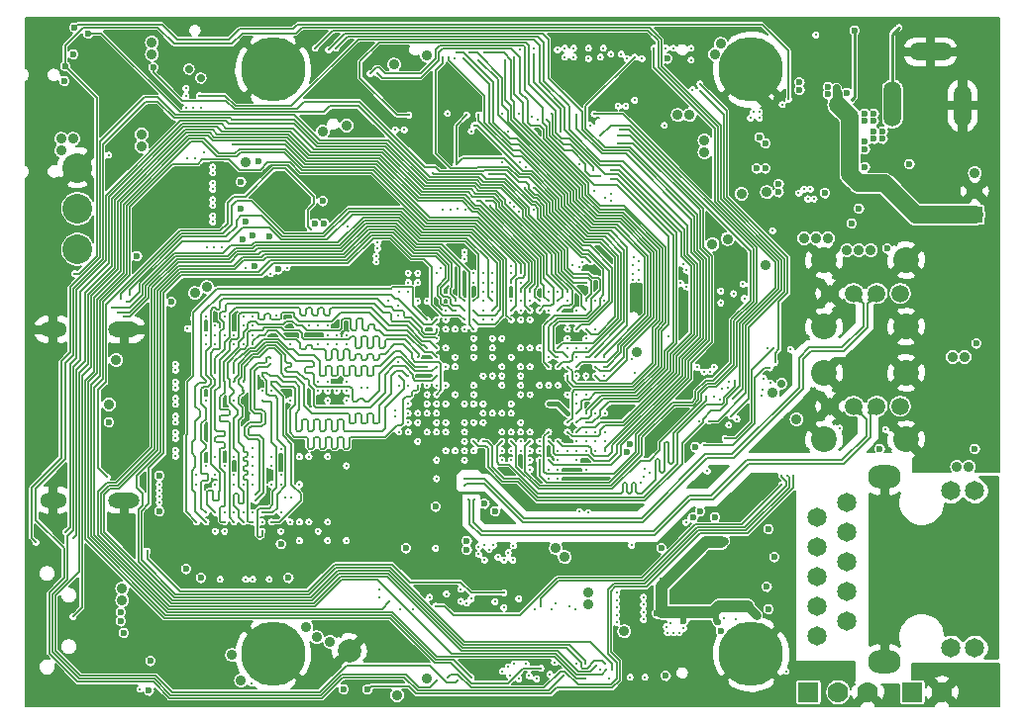
<source format=gbr>
%TF.GenerationSoftware,KiCad,Pcbnew,5.1.6-c6e7f7d~87~ubuntu18.04.1*%
%TF.CreationDate,2021-10-07T16:54:20+03:00*%
%TF.ProjectId,STMP157-OLinuXino-LIME2_Rev_B1,53544d50-3135-4372-9d4f-4c696e755869,B1*%
%TF.SameCoordinates,Original*%
%TF.FileFunction,Copper,L3,Inr*%
%TF.FilePolarity,Positive*%
%FSLAX46Y46*%
G04 Gerber Fmt 4.6, Leading zero omitted, Abs format (unit mm)*
G04 Created by KiCad (PCBNEW 5.1.6-c6e7f7d~87~ubuntu18.04.1) date 2021-10-07 16:54:20*
%MOMM*%
%LPD*%
G01*
G04 APERTURE LIST*
%TA.AperFunction,ViaPad*%
%ADD10O,2.800000X2.000000*%
%TD*%
%TA.AperFunction,ViaPad*%
%ADD11C,1.650000*%
%TD*%
%TA.AperFunction,ViaPad*%
%ADD12O,3.700000X1.500000*%
%TD*%
%TA.AperFunction,ViaPad*%
%ADD13O,1.500000X3.600000*%
%TD*%
%TA.AperFunction,ViaPad*%
%ADD14O,1.500000X3.900000*%
%TD*%
%TA.AperFunction,ViaPad*%
%ADD15O,1.800000X1.800000*%
%TD*%
%TA.AperFunction,ViaPad*%
%ADD16C,2.000000*%
%TD*%
%TA.AperFunction,ViaPad*%
%ADD17R,1.600000X1.600000*%
%TD*%
%TA.AperFunction,ViaPad*%
%ADD18C,0.700000*%
%TD*%
%TA.AperFunction,ViaPad*%
%ADD19O,2.300000X1.300000*%
%TD*%
%TA.AperFunction,ViaPad*%
%ADD20O,2.700000X1.300000*%
%TD*%
%TA.AperFunction,ViaPad*%
%ADD21C,2.540000*%
%TD*%
%TA.AperFunction,ViaPad*%
%ADD22R,1.400000X1.400000*%
%TD*%
%TA.AperFunction,ViaPad*%
%ADD23C,1.400000*%
%TD*%
%TA.AperFunction,ViaPad*%
%ADD24R,1.422400X1.422400*%
%TD*%
%TA.AperFunction,ViaPad*%
%ADD25C,2.200000*%
%TD*%
%TA.AperFunction,ViaPad*%
%ADD26C,1.500000*%
%TD*%
%TA.AperFunction,ViaPad*%
%ADD27R,1.778000X1.778000*%
%TD*%
%TA.AperFunction,ViaPad*%
%ADD28C,1.778000*%
%TD*%
%TA.AperFunction,ViaPad*%
%ADD29C,0.900000*%
%TD*%
%TA.AperFunction,ViaPad*%
%ADD30C,5.500000*%
%TD*%
%TA.AperFunction,ViaPad*%
%ADD31C,0.327000*%
%TD*%
%TA.AperFunction,ViaPad*%
%ADD32C,0.600000*%
%TD*%
%TA.AperFunction,ViaPad*%
%ADD33C,0.800000*%
%TD*%
%TA.AperFunction,Conductor*%
%ADD34C,0.254000*%
%TD*%
%TA.AperFunction,Conductor*%
%ADD35C,0.304800*%
%TD*%
%TA.AperFunction,Conductor*%
%ADD36C,0.508000*%
%TD*%
%TA.AperFunction,Conductor*%
%ADD37C,0.203200*%
%TD*%
%TA.AperFunction,Conductor*%
%ADD38C,0.127000*%
%TD*%
%TA.AperFunction,Conductor*%
%ADD39C,1.016000*%
%TD*%
%TA.AperFunction,Conductor*%
%ADD40C,0.635000*%
%TD*%
%TA.AperFunction,Conductor*%
%ADD41C,1.524000*%
%TD*%
%TA.AperFunction,Conductor*%
%ADD42C,0.762000*%
%TD*%
%TA.AperFunction,Conductor*%
%ADD43C,0.406400*%
%TD*%
%TA.AperFunction,Conductor*%
%ADD44C,0.152400*%
%TD*%
G04 APERTURE END LIST*
D10*
%TO.N,Net-(C71-Pad2)*%
%TO.C,LAN1*%
X175362000Y-97435000D03*
X175362000Y-81635000D03*
D11*
%TO.N,/HDMI\u002C LCD  and Ethernet/PHYAD0*%
X183134000Y-96266000D03*
%TO.N,/HDMI\u002C LCD  and Ethernet/VDD33*%
X181102000Y-96266000D03*
%TO.N,/HDMI\u002C LCD  and Ethernet/PHYAD1*%
X183134000Y-82804000D03*
%TO.N,/HDMI\u002C LCD  and Ethernet/VDD33*%
X181102000Y-82804000D03*
%TO.N,/HDMI\u002C LCD  and Ethernet/MDI[3]-*%
X169672000Y-95250000D03*
%TO.N,/HDMI\u002C LCD  and Ethernet/MDI[3]+*%
X172212000Y-93980000D03*
%TO.N,/HDMI\u002C LCD  and Ethernet/MDI[2]-*%
X169672000Y-92710000D03*
%TO.N,/HDMI\u002C LCD  and Ethernet/MDI[2]+*%
X172212000Y-91440000D03*
%TO.N,Net-(C70-Pad2)*%
X169672000Y-90170000D03*
%TO.N,Net-(C69-Pad2)*%
X172212000Y-88900000D03*
%TO.N,/HDMI\u002C LCD  and Ethernet/MDI[1]-*%
X169672000Y-87630000D03*
%TO.N,/HDMI\u002C LCD  and Ethernet/MDI[1]+*%
X172212000Y-86360000D03*
%TO.N,/HDMI\u002C LCD  and Ethernet/MDI[0]-*%
X169672000Y-85090000D03*
%TO.N,/HDMI\u002C LCD  and Ethernet/MDI[0]+*%
X172212000Y-83820000D03*
%TD*%
D12*
%TO.N,GND*%
%TO.C,PWR1*%
X179345000Y-45258000D03*
D13*
X182091000Y-49858000D03*
D14*
%TO.N,+5V_EXT*%
X176091000Y-49708000D03*
%TD*%
D15*
%TO.N,GND*%
%TO.C,U18*%
X169269000Y-52959000D03*
X167869000Y-54359000D03*
X167869000Y-51559000D03*
X170669000Y-54359000D03*
X170669000Y-51559000D03*
%TD*%
D16*
%TO.N,GND*%
%TO.C,U19*%
X129667000Y-96520000D03*
%TD*%
D17*
%TO.N,GND*%
%TO.C,U8*%
X123952000Y-57912000D03*
D18*
X123952000Y-56762000D03*
X123952000Y-56012000D03*
X123952000Y-59812000D03*
X123952000Y-59062000D03*
X122052000Y-57912000D03*
X125102000Y-57912000D03*
X122802000Y-57912000D03*
X125852000Y-57912000D03*
%TD*%
D19*
%TO.N,GND*%
%TO.C,HDMI1*%
X104341000Y-69027000D03*
X104341000Y-83627000D03*
D20*
X110391000Y-83627000D03*
X110391000Y-69027000D03*
%TD*%
D21*
%TO.N,Net-(CAN1-Pad2)*%
%TO.C,CAN1*%
X106426000Y-58674000D03*
%TO.N,Net-(CAN1-Pad1)*%
X106426000Y-62174000D03*
%TO.N,GND*%
X106426000Y-55174000D03*
%TD*%
D22*
%TO.N,VBAT*%
%TO.C,LIPO_BAT1*%
X183131460Y-59199780D03*
D23*
%TO.N,GND*%
X183128920Y-57188100D03*
%TD*%
D24*
%TO.N,GND*%
%TO.C,U4*%
X160909000Y-89662000D03*
%TD*%
D25*
%TO.N,GND*%
%TO.C,USB1*%
X170258600Y-68788400D03*
X170258600Y-63088400D03*
X177258600Y-68788400D03*
X177258600Y-63088400D03*
D26*
%TO.N,Net-(C184-Pad1)*%
X176758600Y-65938400D03*
%TO.N,/USB\u002C CAN and Extensions/USB1_D-*%
X174758600Y-65938400D03*
%TO.N,/USB\u002C CAN and Extensions/USB1_D+*%
X172758600Y-65938400D03*
%TO.N,GND*%
X170758600Y-65938400D03*
%TD*%
%TO.N,GND*%
%TO.C,USB2*%
X170758600Y-75590400D03*
%TO.N,/USB\u002C CAN and Extensions/USB2_D+*%
X172758600Y-75590400D03*
%TO.N,/USB\u002C CAN and Extensions/USB2_D-*%
X174758600Y-75590400D03*
%TO.N,Net-(C185-Pad1)*%
X176758600Y-75590400D03*
D25*
%TO.N,GND*%
X177258600Y-72740400D03*
X177258600Y-78440400D03*
X170258600Y-72740400D03*
X170258600Y-78440400D03*
%TD*%
D27*
%TO.N,/USB\u002C CAN and Extensions/UART4_TX*%
%TO.C,DBG1*%
X168910000Y-100076000D03*
D28*
%TO.N,Net-(D3-Pad1)*%
X171450000Y-100076000D03*
%TO.N,GND*%
X173990000Y-100076000D03*
%TD*%
D27*
%TO.N,/Power Supply/AXP_BACKUP*%
%TO.C,BACKUP1*%
X177800000Y-100076000D03*
D28*
%TO.N,GND*%
X180340000Y-100076000D03*
%TD*%
D29*
%TO.N,GND*%
%TO.C,LIME2_PLATFORM1*%
X123130000Y-44595000D03*
X121480000Y-48195000D03*
X123130000Y-48995000D03*
X124830000Y-45345000D03*
X120930000Y-46795000D03*
X121480000Y-45345000D03*
X124830000Y-48195000D03*
X125380000Y-46795000D03*
X163980000Y-94595000D03*
X162330000Y-98195000D03*
X163980000Y-98995000D03*
X165680000Y-95345000D03*
X161780000Y-96795000D03*
X162330000Y-95345000D03*
X165680000Y-98195000D03*
X166230000Y-96795000D03*
X161780000Y-46795000D03*
X162330000Y-45345000D03*
X165680000Y-48195000D03*
X166230000Y-46795000D03*
X163980000Y-44595000D03*
X162330000Y-48195000D03*
X163980000Y-48995000D03*
X165680000Y-45345000D03*
X124830000Y-98195000D03*
X121480000Y-98195000D03*
X121480000Y-95345000D03*
X124830000Y-95345000D03*
X125380000Y-96795000D03*
X120930000Y-96795000D03*
X123130000Y-94595000D03*
X123130000Y-98995000D03*
D30*
X164010000Y-46790000D03*
X123150000Y-46790000D03*
X164010000Y-96790000D03*
X123150000Y-96790000D03*
%TD*%
D31*
%TO.N,+5V_EXT*%
X176657000Y-43180000D03*
D32*
X174498000Y-52070000D03*
X175260000Y-52070000D03*
X174498000Y-52705000D03*
X175260000Y-52705000D03*
D29*
%TO.N,+5V*%
X120396000Y-99060000D03*
X133477000Y-46355000D03*
X133731000Y-100330000D03*
X127381000Y-52070000D03*
D18*
X115951000Y-46736000D03*
D29*
X109093000Y-75438000D03*
X126873000Y-95377000D03*
X183134000Y-55626000D03*
X173228000Y-62230000D03*
X172212000Y-62230000D03*
X174244000Y-62230000D03*
X182626000Y-80772000D03*
X181610000Y-80772000D03*
X181229000Y-71374000D03*
X182245000Y-71374000D03*
D31*
%TO.N,GND*%
X136300000Y-64200000D03*
X136300000Y-65000000D03*
X136300000Y-65800000D03*
D32*
X134300000Y-63600000D03*
D31*
X135500000Y-65800000D03*
X137900000Y-65800000D03*
X136300000Y-67400000D03*
X133900000Y-81000000D03*
X135500000Y-80200000D03*
X137100000Y-81000000D03*
X136300000Y-79400000D03*
X136300000Y-78600000D03*
X137100000Y-78600000D03*
X137100000Y-79400000D03*
X138700000Y-78600000D03*
X138700000Y-80200000D03*
X138700000Y-77800000D03*
X138700000Y-77000000D03*
X138700000Y-69800000D03*
X140300000Y-80200000D03*
X141100000Y-80200000D03*
X141100000Y-81000000D03*
X141100000Y-79400000D03*
X135500000Y-77800000D03*
X136300000Y-77000000D03*
X135500000Y-75400000D03*
X137900000Y-66600000D03*
X136300000Y-73000000D03*
X136300000Y-71400000D03*
X127000000Y-69500000D03*
X128600000Y-68700000D03*
X129400000Y-68700000D03*
X128600000Y-73500000D03*
X128600000Y-75100000D03*
X127000000Y-75100000D03*
X126200000Y-69500000D03*
X124600000Y-68700000D03*
X124600000Y-69500000D03*
X124600000Y-67900000D03*
X123000000Y-69500000D03*
X136300000Y-69000000D03*
X137100000Y-66600000D03*
X124600000Y-74300000D03*
X126200000Y-75100000D03*
X126200000Y-74300000D03*
X128600000Y-85500000D03*
X128600000Y-87100000D03*
X127000000Y-87100000D03*
X127800000Y-80700000D03*
X129400000Y-79900000D03*
X125400000Y-80700000D03*
X126200000Y-87100000D03*
X126200000Y-86300000D03*
X124600000Y-87100000D03*
X123800000Y-79900000D03*
X123800000Y-80700000D03*
X123000000Y-81500000D03*
X123000000Y-86300000D03*
X125400000Y-81500000D03*
X126200000Y-80700000D03*
X120600000Y-75100000D03*
X119000000Y-75100000D03*
X122200000Y-73500000D03*
X135500000Y-73000000D03*
X117400000Y-68700000D03*
X118200000Y-67900000D03*
X119800000Y-67900000D03*
X117400000Y-74300000D03*
X119800000Y-80700000D03*
X119000000Y-79900000D03*
X117400000Y-79900000D03*
X117400000Y-77400000D03*
X119000000Y-87100000D03*
X120600000Y-87100000D03*
D32*
X131826000Y-87757000D03*
D31*
X117400000Y-86300000D03*
X117400000Y-82400000D03*
X121550000Y-84200000D03*
D29*
X126619000Y-89916000D03*
X127635000Y-88519000D03*
D32*
X113538000Y-87503000D03*
D31*
X114808000Y-78867000D03*
X114808000Y-75946000D03*
X114808000Y-73025000D03*
X114681000Y-70866000D03*
X114427000Y-68961000D03*
D32*
X112522000Y-85344000D03*
D31*
X113538000Y-80518000D03*
X114681000Y-80518000D03*
D32*
X115951000Y-90424000D03*
X113665000Y-88773000D03*
D31*
X118491000Y-90932000D03*
X121158000Y-90932000D03*
X124079000Y-90932000D03*
X122682000Y-90932000D03*
X117348000Y-90932000D03*
D32*
X130429000Y-87757000D03*
X128905000Y-88265000D03*
X114554000Y-67564000D03*
X115316000Y-65786000D03*
D31*
X118237000Y-64897000D03*
X121158000Y-64897000D03*
X122682000Y-64897000D03*
X123952000Y-64770000D03*
X124968000Y-63754000D03*
X126365000Y-63754000D03*
X127889000Y-63754000D03*
X129286000Y-63754000D03*
X130810000Y-63754000D03*
X132461000Y-63754000D03*
X144300000Y-80200000D03*
X144300000Y-76200000D03*
X145100000Y-76200000D03*
X145900000Y-77800000D03*
X145900000Y-77000000D03*
X146700000Y-79400000D03*
X149100000Y-81000000D03*
X148300000Y-78600000D03*
X149900000Y-80200000D03*
X150700000Y-81800000D03*
X152273000Y-76200000D03*
X149900000Y-75400000D03*
X148300000Y-75400000D03*
X145900000Y-75400000D03*
X145100000Y-73800000D03*
X147500000Y-73000000D03*
X149900000Y-72200000D03*
X149100000Y-69800000D03*
X147500000Y-69800000D03*
X147500000Y-69000000D03*
X138700000Y-65800000D03*
X139500000Y-65800000D03*
X140300000Y-65800000D03*
X138700000Y-68200000D03*
X143500000Y-65800000D03*
X141900000Y-69000000D03*
X145900000Y-65800000D03*
X145900000Y-68200000D03*
X145100000Y-69000000D03*
X148300000Y-67400000D03*
X149100000Y-66600000D03*
X149900000Y-65800000D03*
X150700000Y-65000000D03*
X150700000Y-64200000D03*
X138700000Y-75400000D03*
X143500000Y-77000000D03*
X141100000Y-77800000D03*
X140300000Y-77800000D03*
X144300000Y-75400000D03*
X145100000Y-73000000D03*
X139100000Y-73200000D03*
X141100000Y-74600000D03*
X142700000Y-74600000D03*
X141900000Y-74600000D03*
X143500000Y-73800000D03*
X143500000Y-73000000D03*
X141100000Y-73800000D03*
X141900000Y-73800000D03*
X140300000Y-72200000D03*
X141100000Y-72200000D03*
X141900000Y-72200000D03*
X143500000Y-72200000D03*
X144300000Y-71400000D03*
X145100000Y-71400000D03*
X145900000Y-69000000D03*
X145900000Y-69800000D03*
X138700000Y-73800000D03*
X138700000Y-70600000D03*
X141100000Y-69800000D03*
X141100000Y-70600000D03*
X143500000Y-70600000D03*
D32*
X109601000Y-72644000D03*
X112014000Y-82169000D03*
D18*
X104648000Y-86233000D03*
X102489000Y-100457000D03*
X112522000Y-100838000D03*
D29*
X117094000Y-98806000D03*
X116078000Y-98806000D03*
X119888000Y-94488000D03*
D32*
X102489000Y-54737000D03*
D29*
X112776000Y-51308000D03*
X112776000Y-50292000D03*
X106426000Y-97155000D03*
X107442000Y-97155000D03*
X133858000Y-45212000D03*
X132842000Y-45212000D03*
D31*
X143500000Y-69800000D03*
D29*
X182880000Y-78232000D03*
X183896000Y-78232000D03*
D31*
X147500000Y-77800000D03*
X147500000Y-77000000D03*
X147500000Y-76200000D03*
X146700000Y-74600000D03*
D29*
X133604000Y-96266000D03*
X137922000Y-51943000D03*
X105537000Y-94869000D03*
X109220000Y-46990000D03*
X108077000Y-46990000D03*
D32*
X105029000Y-42799000D03*
X128651000Y-50673000D03*
D29*
X112141000Y-58293000D03*
X112268000Y-60833000D03*
X112268000Y-61849000D03*
D31*
X119253000Y-64897000D03*
D32*
X109982000Y-76327000D03*
X109982000Y-77597000D03*
X109728000Y-81026000D03*
X176911000Y-52451000D03*
X176784000Y-54610000D03*
X173609000Y-57912000D03*
D29*
X157099000Y-52324000D03*
D32*
X155956000Y-49657000D03*
X165608000Y-86995000D03*
D31*
X142700000Y-81000000D03*
D32*
X152908000Y-89789000D03*
X152908000Y-89027000D03*
D29*
X155448000Y-97917000D03*
D18*
X154305000Y-94869000D03*
D32*
X141732000Y-85344000D03*
X152400000Y-88519000D03*
D31*
X146700000Y-73000000D03*
X145900000Y-71400000D03*
D29*
X127127000Y-46101000D03*
D31*
X162560000Y-77978000D03*
D32*
X133604000Y-87757000D03*
X136144000Y-87757000D03*
D18*
X103378000Y-91059000D03*
D29*
X182880000Y-68707000D03*
X183896000Y-68707000D03*
D31*
X167767000Y-79248000D03*
D32*
X166751000Y-100203000D03*
X167513000Y-91567000D03*
X167005000Y-93853000D03*
X109982000Y-78486000D03*
X161925000Y-83947000D03*
D31*
X140300000Y-62800000D03*
X140300000Y-63500000D03*
X151511000Y-62611000D03*
D32*
X157480000Y-49657000D03*
D31*
X118491000Y-58801000D03*
X118491000Y-57404000D03*
X118491000Y-56134000D03*
X142875000Y-97536000D03*
X135001000Y-51943000D03*
X145923000Y-52070000D03*
D32*
X102362000Y-60071000D03*
X102362000Y-62484000D03*
X102362000Y-65278000D03*
X102362000Y-70739000D03*
X102362000Y-73660000D03*
X102362000Y-76454000D03*
X102362000Y-80772000D03*
X102362000Y-87630000D03*
X102362000Y-93218000D03*
X102362000Y-96774000D03*
X106299000Y-100965000D03*
X109474000Y-100965000D03*
D31*
X127000000Y-100965000D03*
X116332000Y-100965000D03*
X132334000Y-100965000D03*
X159893000Y-101092000D03*
X162814000Y-101092000D03*
X165862000Y-101092000D03*
D32*
X184912000Y-98171000D03*
X184785000Y-76962000D03*
X184785000Y-67056000D03*
X184785000Y-62103000D03*
X184785000Y-52959000D03*
X184785000Y-47117000D03*
X182118000Y-42799000D03*
X174371000Y-42799000D03*
X115951000Y-42799000D03*
D31*
X136017000Y-91694000D03*
D32*
X155575000Y-78994000D03*
X166116000Y-79248000D03*
X165227000Y-79248000D03*
X159367609Y-82296000D03*
X163093711Y-65842492D03*
D31*
X158021436Y-65795512D03*
D33*
X154192975Y-65768210D03*
D31*
X162053016Y-66354585D03*
D32*
X161956788Y-65485990D03*
X171002547Y-57130776D03*
X158277327Y-64547419D03*
D31*
X168263890Y-56476763D03*
D29*
X157201746Y-53237253D03*
D18*
X162463998Y-54991000D03*
D32*
X137050468Y-82600000D03*
X136796424Y-86539862D03*
D31*
X162943946Y-66724210D03*
D32*
X158224565Y-74744997D03*
D29*
X144139490Y-83063510D03*
D32*
X102997000Y-46735998D03*
D31*
%TO.N,/VREF0_DDR3*%
X120600000Y-68700000D03*
D32*
X123800000Y-87400000D03*
D31*
X115824000Y-68961000D03*
%TO.N,/S0SVREF*%
X137100000Y-81800000D03*
D32*
%TO.N,+3V3*%
X109093000Y-76962000D03*
D29*
X119634000Y-96901000D03*
X136271000Y-98933000D03*
X136271000Y-45593000D03*
D31*
X137900000Y-67400000D03*
X142700000Y-77800000D03*
X144300000Y-77000000D03*
X145900000Y-73800000D03*
X146700000Y-73800000D03*
X145100000Y-74600000D03*
X147500000Y-73800000D03*
X140300000Y-64200000D03*
X141100000Y-77000000D03*
X141900000Y-76200000D03*
X142700000Y-76200000D03*
X143500000Y-76200000D03*
X144300000Y-74600000D03*
X143500000Y-75400000D03*
X144300000Y-73800000D03*
X150700000Y-77800000D03*
X150700000Y-78600000D03*
D32*
X106045000Y-45466000D03*
D29*
X106045000Y-52705000D03*
X105029000Y-52705000D03*
X129413000Y-51562000D03*
X105029000Y-53721000D03*
D32*
X126746000Y-59944000D03*
X127508000Y-59944000D03*
X114427000Y-66675000D03*
X112649000Y-97409000D03*
D29*
X128016000Y-95758000D03*
D32*
X156845000Y-45847000D03*
D29*
X150114000Y-91567000D03*
X150114000Y-92583000D03*
D31*
X150700000Y-69000000D03*
D29*
X167894000Y-76708000D03*
D32*
X156718000Y-98679000D03*
D18*
X116967000Y-47498000D03*
D31*
X116332000Y-50038000D03*
X117221000Y-53848000D03*
D29*
X154255002Y-70946048D03*
D32*
X159257988Y-79092704D03*
D31*
X162026600Y-74015600D03*
D29*
X120768129Y-54719139D03*
D32*
%TO.N,IPS*%
X173736000Y-50546000D03*
D29*
X112776000Y-45466000D03*
X112776000Y-44450000D03*
D32*
X105283000Y-47752000D03*
X170561000Y-48895000D03*
X174498000Y-50546000D03*
X168148000Y-48514000D03*
X168148000Y-47879000D03*
D31*
X169545000Y-43815000D03*
D32*
X174498000Y-51181000D03*
X173736000Y-51181000D03*
X166370000Y-57277000D03*
X166370000Y-56578500D03*
X165227000Y-53086000D03*
X164719000Y-52578000D03*
D29*
X158750000Y-50673000D03*
X157734000Y-50673000D03*
X160909000Y-45466000D03*
X161417000Y-44577000D03*
X111887000Y-52324000D03*
X111887000Y-53340000D03*
D32*
X170311953Y-57357992D03*
X170581610Y-48260000D03*
%TO.N,VBAT*%
X171323000Y-49022000D03*
X171323000Y-48387000D03*
D31*
%TO.N,Net-(CHGLED1-Pad1)*%
X172593000Y-49403000D03*
D32*
X172847000Y-43434000D03*
D29*
%TO.N,Net-(D2-Pad2)*%
X161992803Y-61273197D03*
%TO.N,Net-(FUSE1-Pad2)*%
X109728000Y-71628000D03*
D31*
%TO.N,PC7*%
X141100000Y-66600000D03*
%TO.N,/S0SRST*%
X136300000Y-68200000D03*
X116332000Y-68072000D03*
X116600000Y-85500000D03*
%TO.N,Net-(R4-Pad2)*%
X133800000Y-71800000D03*
%TO.N,Net-(R9-Pad1)*%
X120600000Y-67900000D03*
%TO.N,Net-(R13-Pad1)*%
X121400000Y-80700000D03*
%TO.N,Net-(R14-Pad1)*%
X121400000Y-79900000D03*
%TO.N,/S0SDQ20*%
X135500000Y-64200000D03*
X123000000Y-80700000D03*
%TO.N,/S0SDQ19*%
X135500000Y-65000000D03*
X123800000Y-79300000D03*
%TO.N,/S0SDQ14*%
X133900000Y-77800000D03*
X129400000Y-73500000D03*
%TO.N,/S0SDQ10*%
X134700000Y-75400000D03*
X128600000Y-69500000D03*
%TO.N,/S0SDQ22*%
X136300000Y-66600000D03*
X126200000Y-85500000D03*
%TO.N,/S0SDQ21*%
X133800000Y-67800000D03*
X125400000Y-85500000D03*
%TO.N,/S0SDQM2*%
X133000000Y-66600000D03*
X125400000Y-82300000D03*
%TO.N,/S0SDQ18*%
X124600000Y-85500000D03*
X133800000Y-67000000D03*
%TO.N,/S0SDQ17*%
X123800000Y-84700000D03*
X135500000Y-66600000D03*
%TO.N,/S0SDQ15*%
X134700000Y-77800000D03*
X127800000Y-73500000D03*
%TO.N,/S0SDQ13*%
X135500000Y-76200000D03*
X129400000Y-70300000D03*
%TO.N,/S0SDQ11*%
X129400000Y-74300000D03*
X135500000Y-77000000D03*
%TO.N,/S0SDQ9*%
X127800000Y-69500000D03*
X134700000Y-76200000D03*
%TO.N,/S0SDQ23*%
X134700000Y-64200000D03*
X123000000Y-82300000D03*
%TO.N,/S0SA8*%
X137100000Y-77800000D03*
X117400000Y-69500000D03*
X116600000Y-81500000D03*
%TO.N,/S0SDQ16*%
X123800000Y-82300000D03*
X134700000Y-65000000D03*
%TO.N,/S0SA6*%
X136300000Y-77800000D03*
X118200000Y-68700000D03*
X117400000Y-80700000D03*
%TO.N,/S0SCKE0*%
X136300000Y-76200000D03*
X121400000Y-79200000D03*
X121400000Y-67900000D03*
%TO.N,/S0SDQ12*%
X127800000Y-74300000D03*
X135500000Y-78600000D03*
%TO.N,/S0SDQM1*%
X134700000Y-77000000D03*
X127000000Y-73500000D03*
%TO.N,/S0SBA1*%
X137100000Y-76200000D03*
X119800000Y-69500000D03*
X119800000Y-81500000D03*
X113411000Y-82804000D03*
%TO.N,/S0SDQ8*%
X127000000Y-70300000D03*
X134700000Y-73800000D03*
%TO.N,/S0SA9*%
X137100000Y-69800000D03*
X118200000Y-73500000D03*
X118200000Y-84700000D03*
%TO.N,/S0SA7*%
X137100000Y-68200000D03*
X117400000Y-73500000D03*
X117400000Y-85500000D03*
%TO.N,/S0SA5*%
X136300000Y-70600000D03*
X118200000Y-74300000D03*
X119000000Y-85500000D03*
%TO.N,/S0SA14*%
X137100000Y-75400000D03*
X117400000Y-70300000D03*
X116600000Y-82300000D03*
%TO.N,/S0SA10*%
X137100000Y-74600000D03*
X121400000Y-70300000D03*
X121400000Y-82300000D03*
X122809000Y-90424000D03*
%TO.N,/S0SA1*%
X137100000Y-73800000D03*
X118200000Y-69500000D03*
X118200000Y-82300000D03*
%TO.N,/S0SA15*%
X136300000Y-73800000D03*
X120600000Y-70300000D03*
X120600000Y-82300000D03*
X113411000Y-83820000D03*
%TO.N,/S0SA11*%
X136300000Y-75400000D03*
X118200000Y-70300000D03*
X118200000Y-81500000D03*
%TO.N,/S0SODT0*%
X133900000Y-73800000D03*
X122200000Y-75100000D03*
X122200000Y-86300000D03*
%TO.N,/S0SCS0*%
X137100000Y-73000000D03*
X120600000Y-74300000D03*
X121400000Y-85500000D03*
%TO.N,/S0SA12*%
X136300000Y-74600000D03*
X119800000Y-70300000D03*
X119800000Y-82300000D03*
X113411000Y-83312000D03*
%TO.N,/S0SA2*%
X137100000Y-70600000D03*
X118200000Y-72700000D03*
X119000000Y-84700000D03*
%TO.N,/S0SA0*%
X136300000Y-72200000D03*
X119800000Y-72700000D03*
X119800000Y-84700000D03*
X118618000Y-90424000D03*
%TO.N,/S0SBA2*%
X137100000Y-72200000D03*
X119800000Y-73500000D03*
X120600000Y-84700000D03*
X120777000Y-90424000D03*
%TO.N,/S0SA3*%
X137100000Y-71400000D03*
X119000000Y-73500000D03*
X119800000Y-85500000D03*
%TO.N,/S0SA4*%
X137100000Y-77000000D03*
X119000000Y-69500000D03*
X119000000Y-80700000D03*
X113411000Y-82296000D03*
%TO.N,/S0SRAS*%
X135500000Y-73800000D03*
X123000000Y-73500000D03*
X123000000Y-85500000D03*
%TO.N,/S0SWE*%
X120600000Y-73500000D03*
X134700000Y-73000000D03*
X121400000Y-84700000D03*
%TO.N,/S0SBA0*%
X135500000Y-71400000D03*
X119800000Y-74300000D03*
X120600000Y-85500000D03*
X121412000Y-90424000D03*
%TO.N,/S0SA13*%
X137100000Y-69000000D03*
X117400000Y-72700000D03*
X117400000Y-84700000D03*
%TO.N,/S0SCAS*%
X133900000Y-73000000D03*
X122200000Y-72700000D03*
X122200000Y-84700000D03*
%TO.N,/S0SCK_N*%
X122936000Y-71501000D03*
X131191000Y-74041000D03*
X121666000Y-83185000D03*
%TO.N,/S0SCK_P*%
X122936000Y-72009000D03*
X130683000Y-74041000D03*
X121666000Y-83693000D03*
%TO.N,/S0SDQS2_N*%
X133900000Y-65800000D03*
X124206000Y-83439000D03*
%TO.N,/S0SDQS1_P*%
X127800000Y-70300000D03*
X133604000Y-76454000D03*
%TO.N,/S0SDQS2_P*%
X134700000Y-65800000D03*
X124714000Y-83439000D03*
%TO.N,/S0SDQS1_N*%
X128600000Y-70300000D03*
X133604000Y-75946000D03*
D29*
%TO.N,Net-(C86-Pad2)*%
X169545000Y-61214000D03*
X170561000Y-61214000D03*
X168529000Y-61214000D03*
D32*
%TO.N,+2V8*%
X139700000Y-87884000D03*
X139700000Y-87122000D03*
X165227000Y-55245000D03*
X164465000Y-55245000D03*
X153416000Y-79502000D03*
X153670000Y-78867000D03*
D29*
X165205544Y-63505510D03*
D31*
%TO.N,1.35V_DDR*%
X137900000Y-79400000D03*
X137100000Y-80200000D03*
X137900000Y-77000000D03*
X139500000Y-77000000D03*
X137900000Y-75400000D03*
X137900000Y-73800000D03*
X138700000Y-71400000D03*
X137900000Y-72200000D03*
X137900000Y-70600000D03*
X138700000Y-69000000D03*
X137900000Y-69000000D03*
X137900000Y-68200000D03*
X127000000Y-68700000D03*
X127800000Y-68700000D03*
X129400000Y-69500000D03*
X127000000Y-74300000D03*
X128600000Y-74300000D03*
X129400000Y-75100000D03*
X127800000Y-75100000D03*
X126200000Y-68700000D03*
X124600000Y-70300000D03*
X124600000Y-75100000D03*
X127800000Y-85500000D03*
X129400000Y-87100000D03*
X127800000Y-87100000D03*
X127000000Y-86300000D03*
X127800000Y-79900000D03*
X129400000Y-80700000D03*
X126200000Y-79900000D03*
X125400000Y-79900000D03*
X125400000Y-87100000D03*
X122200000Y-85500000D03*
X123000000Y-79900000D03*
X123800000Y-81500000D03*
X121400000Y-81500000D03*
X123800000Y-86300000D03*
X121400000Y-69500000D03*
X119800000Y-75100000D03*
X122200000Y-74300000D03*
X117400000Y-67900000D03*
X119000000Y-67900000D03*
X123000000Y-74300000D03*
X117400000Y-75100000D03*
X119800000Y-79900000D03*
X118200000Y-79900000D03*
X119000000Y-86300000D03*
X118200000Y-86300000D03*
X123400000Y-67800000D03*
X139500000Y-75400000D03*
X138700000Y-72200000D03*
X138700000Y-74600000D03*
X137900000Y-77800000D03*
D29*
X116459000Y-65913000D03*
X117475000Y-65405000D03*
X125984000Y-94488000D03*
D32*
X137033000Y-84201000D03*
%TO.N,VTT_DDR*%
X115697000Y-89535000D03*
X116967000Y-90297000D03*
X124460000Y-90297000D03*
X113411000Y-84582000D03*
X113411000Y-81534000D03*
D31*
%TO.N,Net-(C40-Pad2)*%
X151500000Y-76200000D03*
X159534414Y-76851160D03*
%TO.N,NRST*%
X150700000Y-76200000D03*
X138049000Y-98806000D03*
X159639000Y-48641000D03*
X167132000Y-81534000D03*
X162306000Y-76453990D03*
D29*
%TO.N,Net-(C48-Pad1)*%
X147320000Y-87757000D03*
X148082000Y-88519000D03*
D32*
%TO.N,Net-(C52-Pad2)*%
X165354000Y-91059000D03*
X160909000Y-85090000D03*
X165989000Y-88519000D03*
%TO.N,Net-(C55-Pad2)*%
X161163000Y-94107000D03*
X156464000Y-90551000D03*
D18*
X160782000Y-87122000D03*
X161671000Y-87122000D03*
D32*
X164465000Y-93472000D03*
X158246459Y-93980000D03*
X155953171Y-93342171D03*
X159033343Y-85119343D03*
D31*
%TO.N,Net-(C58-Pad2)*%
X161798000Y-78359000D03*
X145415000Y-58801000D03*
X165925500Y-70659554D03*
D32*
%TO.N,Net-(C71-Pad2)*%
X175387000Y-89662000D03*
X178435000Y-89662000D03*
X180975000Y-89662000D03*
X183388000Y-89662000D03*
X175387000Y-92710000D03*
X178435000Y-92710000D03*
X180975000Y-92710000D03*
X183388000Y-92710000D03*
X178435000Y-86487000D03*
X180975000Y-86487000D03*
X183388000Y-86487000D03*
X175387000Y-86487000D03*
X177038000Y-88138000D03*
X179705000Y-88138000D03*
X182245000Y-88138000D03*
X182245000Y-84582000D03*
X182245000Y-94615000D03*
X175387000Y-83947000D03*
X175387000Y-95123000D03*
X177038000Y-91313000D03*
X179705000Y-91313000D03*
X182245000Y-91440000D03*
%TO.N,Net-(C72-Pad2)*%
X123571000Y-63881000D03*
X121539000Y-63627000D03*
X121412000Y-60960000D03*
%TO.N,VDD_USB*%
X141224000Y-83947000D03*
D29*
X163183119Y-57415881D03*
D31*
%TO.N,Net-(C166-Pad1)*%
X137100000Y-64200000D03*
X137500000Y-63800000D03*
%TO.N,Net-(L6-Pad2)*%
X150114000Y-84709000D03*
X157147936Y-94155935D03*
%TO.N,Net-(R8-Pad1)*%
X121400000Y-68700000D03*
%TO.N,Net-(R65-Pad2)*%
X161671000Y-93726000D03*
X167005000Y-98298000D03*
%TO.N,Net-(R67-Pad2)*%
X162687000Y-93853000D03*
D32*
X175006000Y-79248000D03*
D31*
%TO.N,Net-(R75-Pad2)*%
X149352000Y-84618510D03*
X156743400Y-94488000D03*
D32*
%TO.N,Net-(R87-Pad2)*%
X120777000Y-59817000D03*
%TO.N,Net-(R108-Pad1)*%
X172212000Y-48768000D03*
%TO.N,USB-OTG-DRV*%
X112522000Y-99949000D03*
D31*
X163957000Y-50927000D03*
X109093000Y-54102000D03*
X143500000Y-67400000D03*
X119681526Y-53213000D03*
%TO.N,Net-(RM2-Pad1.2)*%
X154813000Y-91948000D03*
%TO.N,Net-(RM2-Pad2.2)*%
X154813000Y-92583000D03*
%TO.N,Net-(RM2-Pad3.2)*%
X154813000Y-93218000D03*
%TO.N,Net-(RM2-Pad4.2)*%
X154813000Y-93853000D03*
%TO.N,Net-(RM4-Pad4.1)*%
X157353000Y-94996000D03*
X154559000Y-82169000D03*
%TO.N,Net-(RM4-Pad3.1)*%
X154813000Y-81661000D03*
X156845000Y-94996000D03*
%TO.N,Net-(RM4-Pad2.1)*%
X158242000Y-94615000D03*
X155321000Y-81280000D03*
%TO.N,Net-(RM4-Pad1.1)*%
X154913010Y-80933844D03*
X157861000Y-94996000D03*
%TO.N,NAND-WE*%
X144300000Y-64200000D03*
X140081000Y-98806000D03*
%TO.N,DSI_D0N*%
X139500000Y-62400000D03*
%TO.N,DSI_CKN*%
X132080000Y-61595000D03*
%TO.N,DSI_D1N*%
X131953000Y-62738000D03*
%TO.N,DSI_D1P*%
X131953000Y-63246000D03*
%TO.N,NAND-DQ3*%
X143500000Y-65000000D03*
X149860000Y-98933000D03*
%TO.N,DSI_D0P*%
X139500000Y-63000000D03*
%TO.N,DSI_CKP*%
X132080000Y-62103000D03*
%TO.N,NAND-RE*%
X145100000Y-65800000D03*
X138938000Y-99060000D03*
%TO.N,JTCK-SWCLK*%
X138700000Y-66600000D03*
X150749000Y-97790000D03*
%TO.N,NAND-DQ2*%
X144300000Y-65800000D03*
X146050000Y-98044000D03*
%TO.N,JTDI*%
X139500000Y-66600000D03*
X151638000Y-98171000D03*
%TO.N,PF2*%
X141100000Y-68200000D03*
X139573000Y-58801000D03*
%TO.N,JTMS-SWDIO*%
X138700000Y-67400000D03*
X149860000Y-97663000D03*
%TO.N,PE4*%
X139500000Y-69000000D03*
X138303000Y-58801000D03*
%TO.N,NJTRST*%
X139500000Y-68200000D03*
X152146000Y-98171000D03*
%TO.N,JTDO-TRACESWO*%
X139500000Y-67400000D03*
X151511000Y-97663000D03*
%TO.N,ADC1_INN1*%
X149100000Y-76200000D03*
X131445000Y-47117000D03*
%TO.N,NAND-DQ1*%
X146812000Y-98552000D03*
X151410948Y-73000000D03*
X162108781Y-73488180D03*
%TO.N,NAND-DQ0*%
X149900000Y-73000000D03*
X145669000Y-98933000D03*
X161325872Y-75058476D03*
%TO.N,NAND-RB*%
X149100000Y-73000000D03*
X143383000Y-98679000D03*
X161479205Y-74117757D03*
%TO.N,ADC1_INP1*%
X148300000Y-77000000D03*
X132080000Y-47117000D03*
%TO.N,PC0*%
X144300000Y-77800000D03*
X137968376Y-91667010D03*
%TO.N,PH3*%
X147500000Y-80200000D03*
%TO.N,NAND-ALE*%
X142700000Y-79400000D03*
X145034000Y-98679000D03*
%TO.N,NAND-CE*%
X139500000Y-78600000D03*
%TO.N,PG7*%
X143500000Y-80200000D03*
X147320000Y-92456000D03*
%TO.N,NAND-DQ7*%
X140300000Y-79400000D03*
X140716000Y-87630000D03*
X154940000Y-98806000D03*
%TO.N,NAND-DQ4*%
X144300000Y-79400000D03*
X151130000Y-98171000D03*
%TO.N,PG10*%
X145100000Y-81000000D03*
X148463000Y-92710000D03*
%TO.N,NAND-DQ6*%
X143500000Y-79400000D03*
X153670000Y-98806000D03*
%TO.N,NAND-DQ5*%
X142700000Y-80200000D03*
X151892000Y-98933000D03*
%TO.N,NAND-CLE*%
X144145000Y-98933000D03*
%TO.N,PH2*%
X142113000Y-92329000D03*
%TO.N,1.2V_VDDCORE*%
X142700000Y-69800000D03*
X141100000Y-76200000D03*
X140300000Y-77000000D03*
X145100000Y-72200000D03*
X140300000Y-73800000D03*
X140300000Y-75400000D03*
X141100000Y-75400000D03*
X140300000Y-74600000D03*
X142700000Y-73800000D03*
X142700000Y-73000000D03*
X141900000Y-73000000D03*
X141100000Y-73000000D03*
X142700000Y-72200000D03*
X144300000Y-73000000D03*
X144300000Y-72200000D03*
X145900000Y-70600000D03*
X145100000Y-70600000D03*
X141900000Y-71400000D03*
X141900000Y-70600000D03*
X141900000Y-69800000D03*
X140300000Y-71400000D03*
X143500000Y-71400000D03*
X144300000Y-70600000D03*
X140300000Y-70600000D03*
X140300000Y-69800000D03*
D29*
X160020000Y-53848000D03*
X160020000Y-52832000D03*
D31*
X143500000Y-64200000D03*
X143500000Y-63600000D03*
D32*
%TO.N,1.2V_HDMI*%
X121920000Y-54610000D03*
X127381000Y-58039000D03*
X120523000Y-61341000D03*
X120396000Y-58674000D03*
X120396000Y-56388000D03*
X122809000Y-61087000D03*
D31*
X168529000Y-57023000D03*
X168074681Y-57367470D03*
D32*
%TO.N,Net-(C94-Pad1)*%
X111506000Y-62738000D03*
%TO.N,Net-(C97-Pad1)*%
X106172000Y-43180000D03*
D31*
X167208200Y-49326800D03*
%TO.N,VBUS*%
X139500000Y-77800000D03*
D29*
X110236000Y-92202000D03*
X110236000Y-91186000D03*
D32*
X173736000Y-52959000D03*
X173736000Y-53594000D03*
D29*
%TO.N,VDD-FLASH*%
X165354000Y-57277000D03*
X160702999Y-61743016D03*
D32*
%TO.N,VTT_REF*%
X134493000Y-87757000D03*
D31*
%TO.N,Net-(C157-Pad1)*%
X148300000Y-76200000D03*
X146700000Y-75400000D03*
D29*
X165862000Y-74422000D03*
D32*
%TO.N,PWR_ONRST*%
X129159000Y-99822000D03*
D31*
X111760000Y-99822000D03*
X106172000Y-64262000D03*
X160401000Y-76851160D03*
D32*
X105363998Y-46482000D03*
%TO.N,Net-(FET2-Pad1)*%
X177546000Y-54864000D03*
X172593000Y-59944000D03*
%TO.N,Net-(FET3-Pad3)*%
X175641000Y-62103000D03*
D31*
%TO.N,AXP_GPIO3\u005CLCD_UD*%
X164719000Y-50419000D03*
X115697000Y-48387000D03*
X152908000Y-45466000D03*
%TO.N,AXP_GPIO2\u005CLCD_LR*%
X164211000Y-50419000D03*
X115697000Y-49022000D03*
X154686000Y-45847000D03*
%TO.N,AXP_GPIO1*%
X116967000Y-50038000D03*
X169061110Y-57023843D03*
%TO.N,AXP_GPIO0*%
X115697000Y-50038000D03*
X168846502Y-57848498D03*
%TO.N,PZ4\u005CI2C4_SCL*%
X133604000Y-51943000D03*
X116459000Y-54356000D03*
X159004000Y-48514000D03*
%TO.N,PZ5\u005CI2C4_SDA*%
X149100000Y-70600000D03*
X134366000Y-51943000D03*
X115824000Y-54356000D03*
X159639000Y-48006000D03*
X166052500Y-71818500D03*
%TO.N,PB5\u005CSPDIF_TX*%
X142875000Y-91567000D03*
X149098000Y-97663000D03*
X108966000Y-81661000D03*
X126365000Y-60452000D03*
X112395000Y-88011000D03*
%TO.N,PF14\u005CI2C1_SCL*%
X146700000Y-77800000D03*
X158877000Y-45974000D03*
X152654000Y-52451000D03*
%TO.N,PB9\u005CI2C1_SDA*%
X141900000Y-68200000D03*
X158877000Y-44958000D03*
X149606000Y-63246000D03*
X150214010Y-51561994D03*
%TO.N,PA5\u005CADC2_INN18*%
X148300000Y-77800000D03*
X128524000Y-44958000D03*
%TO.N,PA4\u005CADC2_INP18*%
X147500000Y-78600000D03*
X127889000Y-45085000D03*
%TO.N,PE11\u005CSPI4_NSS*%
X148300000Y-66600000D03*
%TO.N,PA0\u005CWKUP1*%
X149900000Y-81000000D03*
X166624000Y-82296000D03*
X137033000Y-92710000D03*
%TO.N,Net-(R42-Pad1)*%
X126746000Y-44958000D03*
X162449743Y-74966509D03*
%TO.N,PWR_ON*%
X151500000Y-78600000D03*
X165598881Y-72307633D03*
X159957881Y-78956204D03*
%TO.N,Net-(R135-Pad1)*%
X166674800Y-49784000D03*
%TO.N,PWR_LP*%
X151500000Y-77800000D03*
X167640000Y-81534000D03*
D32*
X131204599Y-99844284D03*
D31*
%TO.N,Net-(Flash_Con1-Pad11)*%
X165671500Y-73596500D03*
D32*
%TO.N,/Power Supply/AXP_BACKUP*%
X173736000Y-55118000D03*
D31*
%TO.N,/eMMC\u002C SPI-Flash\u002C T-Card and Boot/BOOT0*%
X149900000Y-74600000D03*
X165100000Y-73242490D03*
%TO.N,/eMMC\u002C SPI-Flash\u002C T-Card and Boot/BOOT1*%
X149100000Y-74600000D03*
X164973000Y-74168000D03*
%TO.N,/eMMC\u002C SPI-Flash\u002C T-Card and Boot/BOOT2*%
X149100000Y-75400000D03*
X164882510Y-74676000D03*
D32*
%TO.N,/HDMI\u002C LCD  and Ethernet/VDD33*%
X161417000Y-94869000D03*
D29*
X153162000Y-94869000D03*
D32*
X165481000Y-86106000D03*
X159639000Y-84582000D03*
X156337000Y-87757000D03*
X165481000Y-92964000D03*
D31*
%TO.N,/HDMI\u002C LCD  and Ethernet/GRXD_CLK*%
X149100000Y-78600000D03*
X153797000Y-87503000D03*
%TO.N,/HDMI\u002C LCD  and Ethernet/CLK125*%
X145100000Y-77800000D03*
X160274000Y-81153000D03*
%TO.N,/Power Supply/VBAT-RTC*%
X148300000Y-74600000D03*
D32*
X173228000Y-58674000D03*
D18*
X166624000Y-73660000D03*
D31*
%TO.N,/Power Supply/VDDA_1V8*%
X140300000Y-65000000D03*
D32*
X142113000Y-84582000D03*
D31*
X165844478Y-60579000D03*
%TO.N,/USB\u002C CAN and Extensions/UART4_RX*%
X140081000Y-92075000D03*
%TO.N,/USB\u002C CAN and Extensions/UART4_TX*%
X143500000Y-77800000D03*
X144145000Y-92075000D03*
%TO.N,/eMMC\u002C SPI-Flash\u002C T-Card and Boot/EMMC_D0*%
X141100000Y-64200000D03*
X163321998Y-65151000D03*
%TO.N,/eMMC\u002C SPI-Flash\u002C T-Card and Boot/EMMC_D1*%
X163424110Y-66382390D03*
X141900000Y-65000000D03*
%TO.N,/eMMC\u002C SPI-Flash\u002C T-Card and Boot/EMMC_D2*%
X141900000Y-64200000D03*
X162516000Y-65964887D03*
%TO.N,/eMMC\u002C SPI-Flash\u002C T-Card and Boot/EMMC_D3*%
X141100000Y-65800000D03*
X161416996Y-66738504D03*
%TO.N,/eMMC\u002C SPI-Flash\u002C T-Card and Boot/EMMC_D4*%
X161394969Y-65732011D03*
X141100000Y-65000000D03*
%TO.N,/eMMC\u002C SPI-Flash\u002C T-Card and Boot/EMMC_D5*%
X158470599Y-63957201D03*
X143764000Y-58547000D03*
%TO.N,/eMMC\u002C SPI-Flash\u002C T-Card and Boot/EMMC_D6*%
X141900000Y-65800000D03*
X158468835Y-65377845D03*
%TO.N,/eMMC\u002C SPI-Flash\u002C T-Card and Boot/EMMC_D7*%
X143383000Y-58166000D03*
X157970761Y-65052119D03*
%TO.N,/eMMC\u002C SPI-Flash\u002C T-Card and Boot/EMMC_CLK*%
X144145000Y-58928000D03*
X158194413Y-63420587D03*
%TO.N,/eMMC\u002C SPI-Flash\u002C T-Card and Boot/SPI_CS*%
X141100000Y-78600000D03*
X162625091Y-73406000D03*
%TO.N,/eMMC\u002C SPI-Flash\u002C T-Card and Boot/SPI_IO1*%
X142367000Y-88519000D03*
X160866491Y-72262994D03*
%TO.N,/eMMC\u002C SPI-Flash\u002C T-Card and Boot/SPI_IO2*%
X160509746Y-72625746D03*
X143256000Y-88138000D03*
%TO.N,/eMMC\u002C SPI-Flash\u002C T-Card and Boot/SPI_IO3*%
X142875000Y-88773000D03*
X159983608Y-72657680D03*
%TO.N,/eMMC\u002C SPI-Flash\u002C T-Card and Boot/SPI_IO0*%
X159372887Y-72244001D03*
X143691944Y-87545926D03*
%TO.N,/eMMC\u002C SPI-Flash\u002C T-Card and Boot/SPI_CLK*%
X160120043Y-74733293D03*
X142700000Y-78600000D03*
%TO.N,/eMMC\u002C SPI-Flash\u002C T-Card and Boot/EMMC_CMD*%
X143500000Y-66600000D03*
X156975578Y-69601277D03*
%TO.N,/USB\u002C CAN and Extensions/PE1*%
X146700000Y-66600000D03*
X141732000Y-58420000D03*
%TO.N,/USB\u002C CAN and Extensions/PD9*%
X138938000Y-58674000D03*
X152019000Y-58039000D03*
%TO.N,/USB\u002C CAN and Extensions/PC13*%
X138049000Y-50546000D03*
X154051000Y-49403000D03*
%TO.N,/USB\u002C CAN and Extensions/PD8*%
X151511000Y-57785000D03*
X137668000Y-58801000D03*
%TO.N,/USB\u002C CAN and Extensions/SDMMC3_D3*%
X144300000Y-68200000D03*
%TO.N,/USB\u002C CAN and Extensions/PA3*%
X149100000Y-77000000D03*
X134747000Y-50673000D03*
%TO.N,/USB\u002C CAN and Extensions/SDMMC3_D2*%
X145100000Y-66600000D03*
%TO.N,/USB\u002C CAN and Extensions/SDMMC3_D1*%
X145100000Y-68200000D03*
%TO.N,/USB\u002C CAN and Extensions/SDMMC3_D0*%
X144300000Y-67400000D03*
%TO.N,/USB\u002C CAN and Extensions/SDMMC3_CK*%
X144300000Y-66600000D03*
%TO.N,/USB\u002C CAN and Extensions/SDMMC3_CMD*%
X144300000Y-65000000D03*
%TO.N,/USB\u002C CAN and Extensions/PG8*%
X145900000Y-80200000D03*
X140081000Y-52070000D03*
X152781000Y-51943000D03*
%TO.N,/USB\u002C CAN and Extensions/PE15*%
X141605000Y-55753000D03*
X150241000Y-63246000D03*
%TO.N,/USB\u002C CAN and Extensions/USART3_TX*%
X145100000Y-78600000D03*
X151130000Y-52451000D03*
%TO.N,/USB\u002C CAN and Extensions/USART1_RX*%
X149900000Y-69800000D03*
X142748000Y-50546000D03*
%TO.N,/USB\u002C CAN and Extensions/USART3_RX*%
X146700000Y-80200000D03*
X144272000Y-54737000D03*
X152654000Y-53086000D03*
%TO.N,/USB\u002C CAN and Extensions/USART1_TX*%
X149900000Y-70600000D03*
X144145000Y-50546000D03*
%TO.N,/USB\u002C CAN and Extensions/PH15*%
X151429029Y-66532100D03*
%TO.N,/USB\u002C CAN and Extensions/I2C2_SDA*%
X146558000Y-51054000D03*
X151130000Y-55880000D03*
%TO.N,/USB\u002C CAN and Extensions/PZ1*%
X148300000Y-70600000D03*
%TO.N,/USB\u002C CAN and Extensions/I2C2_SCL*%
X146939000Y-50546000D03*
X150495000Y-55372000D03*
%TO.N,/USB\u002C CAN and Extensions/PF12*%
X145900000Y-78600000D03*
X133985000Y-92964000D03*
%TO.N,/USB\u002C CAN and Extensions/SPI4_SCK*%
X149100000Y-67400000D03*
%TO.N,/USB\u002C CAN and Extensions/PH7*%
X150700000Y-79400000D03*
X135128000Y-92964000D03*
%TO.N,/USB\u002C CAN and Extensions/SPI4_MOSI*%
X148700000Y-63500000D03*
%TO.N,/USB\u002C CAN and Extensions/PH6*%
X143500000Y-78600000D03*
X150595010Y-50572990D03*
%TO.N,/USB\u002C CAN and Extensions/SPI4_MISO*%
X149300000Y-63700000D03*
%TO.N,/USB\u002C CAN and Extensions/PI10*%
X151500000Y-79400000D03*
X149098004Y-50673000D03*
%TO.N,/USB\u002C CAN and Extensions/SPI2_MISO*%
X148971000Y-92964000D03*
X153924000Y-63500000D03*
%TO.N,/USB\u002C CAN and Extensions/SPI2_MOSI*%
X147955000Y-98679000D03*
X149849565Y-67349565D03*
%TO.N,/USB\u002C CAN and Extensions/SPI2_SCK*%
X146939000Y-92964000D03*
X154432000Y-63900031D03*
%TO.N,/USB\u002C CAN and Extensions/SPI2_NSS*%
X145542000Y-92964000D03*
X153924000Y-64262000D03*
%TO.N,/USB\u002C CAN and Extensions/DCMI_D7*%
X145100000Y-67400000D03*
X106045000Y-93599000D03*
X139196881Y-92302010D03*
%TO.N,/USB\u002C CAN and Extensions/DCMI_D6*%
X143637000Y-88773000D03*
%TO.N,/USB\u002C CAN and Extensions/DCMI_D5*%
X146700000Y-71400000D03*
X141224000Y-88773000D03*
X154051000Y-72771000D03*
%TO.N,/USB\u002C CAN and Extensions/DCMI_D4*%
X141224000Y-87503000D03*
X154432000Y-64770000D03*
%TO.N,/USB\u002C CAN and Extensions/DCMI_PIXCLK*%
X145100000Y-79400000D03*
X132207000Y-91948000D03*
X141605000Y-87884000D03*
%TO.N,/USB\u002C CAN and Extensions/MCO1*%
X149900000Y-79400000D03*
X132207000Y-91313000D03*
%TO.N,/USB\u002C CAN and Extensions/DCMI_HSYNC*%
X147500000Y-66600000D03*
X106045000Y-86868000D03*
%TO.N,/USB\u002C CAN and Extensions/DCMI_VSYNC*%
X143500000Y-68200000D03*
X133096000Y-92329000D03*
%TO.N,/USB\u002C CAN and Extensions/DCMI_D0*%
X147500000Y-67400000D03*
X105410000Y-86360000D03*
%TO.N,/USB\u002C CAN and Extensions/DCMI_D1*%
X136525000Y-91948000D03*
X153924000Y-64770000D03*
%TO.N,/USB\u002C CAN and Extensions/DCMI_D2*%
X149900000Y-65000000D03*
X102870000Y-87249000D03*
%TO.N,/USB\u002C CAN and Extensions/PG2*%
X149100000Y-79400000D03*
X139175663Y-91253847D03*
%TO.N,/USB\u002C CAN and Extensions/DCMI_D3*%
X148300000Y-69000000D03*
X140716000Y-88265000D03*
X153797000Y-71527990D03*
%TO.N,/USB\u002C CAN and Extensions/DFSDM1_DATIN1*%
X149900000Y-77800000D03*
X146050000Y-92710000D03*
X166624000Y-81534000D03*
%TO.N,/USB\u002C CAN and Extensions/DFSDM1_CKOUT*%
X144300000Y-78600000D03*
X144780000Y-97663000D03*
%TO.N,/USB\u002C CAN and Extensions/SAI2_SD_B*%
X145900000Y-79400000D03*
X141986000Y-87503000D03*
X143764000Y-97663000D03*
%TO.N,/USB\u002C CAN and Extensions/SAI2_SD_A*%
X148300000Y-69800000D03*
X139700000Y-92456000D03*
%TO.N,/USB\u002C CAN and Extensions/SAI2_FS_A*%
X143256000Y-97917000D03*
X153958844Y-62838010D03*
%TO.N,/USB\u002C CAN and Extensions/SAI2_SCK_A*%
X142748000Y-98298000D03*
X154432000Y-63192020D03*
%TO.N,/USB\u002C CAN and Extensions/SAI2_MCLK_A*%
X148300000Y-65800000D03*
X137160000Y-99060000D03*
%TO.N,/USB\u002C CAN and Extensions/SPDIFRX_IN1*%
X149100000Y-71400000D03*
X147193000Y-97536000D03*
X160832796Y-74803000D03*
%TO.N,/HDMI\u002C LCD  and Ethernet/HHPD*%
X114808000Y-72009000D03*
X120777000Y-63754000D03*
%TO.N,/HDMI\u002C LCD  and Ethernet/HSDA*%
X114808000Y-72517000D03*
X118110000Y-61976000D03*
%TO.N,/HDMI\u002C LCD  and Ethernet/HSCL*%
X114808000Y-73533000D03*
X117475000Y-61976000D03*
%TO.N,/HDMI\u002C LCD  and Ethernet/HCEC*%
X114808000Y-74041000D03*
X118745000Y-61976000D03*
%TO.N,/HDMI\u002C LCD  and Ethernet/HTXCN*%
X114808000Y-74930000D03*
X117983000Y-59817000D03*
%TO.N,/HDMI\u002C LCD  and Ethernet/HTXCP*%
X114808000Y-75438000D03*
X117983000Y-59309000D03*
%TO.N,/HDMI\u002C LCD  and Ethernet/HTX0N*%
X114808000Y-76454000D03*
X117983000Y-58420000D03*
%TO.N,/HDMI\u002C LCD  and Ethernet/HTX0P*%
X114808000Y-76962000D03*
X117983000Y-57912000D03*
%TO.N,/HDMI\u002C LCD  and Ethernet/HTX1N*%
X114808000Y-77851000D03*
X117983000Y-57023000D03*
%TO.N,/HDMI\u002C LCD  and Ethernet/HTX1P*%
X114808000Y-78359000D03*
X117983000Y-56515000D03*
%TO.N,/HDMI\u002C LCD  and Ethernet/HTX2N*%
X117983000Y-55626000D03*
X114808000Y-79375000D03*
%TO.N,/HDMI\u002C LCD  and Ethernet/HTX2P*%
X117983000Y-55118000D03*
X114808000Y-79883000D03*
%TO.N,/HDMI\u002C LCD  and Ethernet/PHYAD1*%
X175514000Y-77597000D03*
%TO.N,/HDMI\u002C LCD  and Ethernet/LCD_RST*%
X149900000Y-76200000D03*
X152019000Y-56134000D03*
X157353000Y-44958000D03*
%TO.N,/HDMI\u002C LCD  and Ethernet/LCD_INT*%
X149900000Y-77000000D03*
X152019000Y-55372000D03*
X156718000Y-44958000D03*
%TO.N,/HDMI\u002C LCD  and Ethernet/LCD_PWM*%
X140300000Y-78600000D03*
X155702000Y-44958000D03*
%TO.N,/HDMI\u002C LCD  and Ethernet/LCD_PWRE*%
X146700000Y-78600000D03*
X154051000Y-45720000D03*
%TO.N,/HDMI\u002C LCD  and Ethernet/LCD_DE*%
X144780000Y-55118000D03*
X152019000Y-45466000D03*
X149352000Y-54864000D03*
%TO.N,/HDMI\u002C LCD  and Ethernet/LCD_CLK*%
X150700000Y-66600000D03*
X153416000Y-45847000D03*
%TO.N,/HDMI\u002C LCD  and Ethernet/LCD_VSYNC*%
X152654000Y-49911000D03*
X145796000Y-51054000D03*
%TO.N,/HDMI\u002C LCD  and Ethernet/LCD_HSYNC*%
X145288000Y-50800000D03*
X153289000Y-49911000D03*
%TO.N,/HDMI\u002C LCD  and Ethernet/LCD_B7*%
X151384000Y-44958000D03*
%TO.N,/HDMI\u002C LCD  and Ethernet/LCD_B6*%
X147500000Y-65800000D03*
X151130000Y-45720000D03*
X143256000Y-52070000D03*
%TO.N,/HDMI\u002C LCD  and Ethernet/LCD_B5*%
X150114000Y-44958000D03*
%TO.N,/HDMI\u002C LCD  and Ethernet/LCD_B4*%
X150114000Y-45847000D03*
%TO.N,/HDMI\u002C LCD  and Ethernet/LCD_B3*%
X146700000Y-65800000D03*
X142748000Y-54737000D03*
X148844000Y-44958000D03*
%TO.N,/HDMI\u002C LCD  and Ethernet/LCD_B2*%
X148844000Y-45720000D03*
X147447000Y-45085000D03*
%TO.N,/HDMI\u002C LCD  and Ethernet/LCD_B1*%
X148082000Y-44958000D03*
%TO.N,/HDMI\u002C LCD  and Ethernet/LCD_B0*%
X148082000Y-45720000D03*
%TO.N,/HDMI\u002C LCD  and Ethernet/LCD_R0*%
X149900000Y-69000000D03*
X137668000Y-45720000D03*
%TO.N,/HDMI\u002C LCD  and Ethernet/LCD_R1*%
X150700000Y-71400000D03*
X138176000Y-45720000D03*
%TO.N,/HDMI\u002C LCD  and Ethernet/LCD_R2*%
X146700000Y-72200000D03*
X138684000Y-45847000D03*
X136779000Y-55626000D03*
%TO.N,/HDMI\u002C LCD  and Ethernet/LCD_R3*%
X149100000Y-72200000D03*
X138811000Y-45339000D03*
%TO.N,/HDMI\u002C LCD  and Ethernet/LCD_R4*%
X139446000Y-45847000D03*
X151410948Y-71407695D03*
%TO.N,/HDMI\u002C LCD  and Ethernet/LCD_R5*%
X150700000Y-72200000D03*
X139954000Y-45339000D03*
%TO.N,/HDMI\u002C LCD  and Ethernet/LCD_R6*%
X140716000Y-45974000D03*
X151410948Y-72200000D03*
%TO.N,/HDMI\u002C LCD  and Ethernet/LCD_R7*%
X148300000Y-72200000D03*
X141224000Y-45339000D03*
%TO.N,/HDMI\u002C LCD  and Ethernet/LCD_G0*%
X148300000Y-73000000D03*
X143764000Y-45720000D03*
%TO.N,/HDMI\u002C LCD  and Ethernet/LCD_G1*%
X147500000Y-70600000D03*
X139700000Y-50673000D03*
X138811000Y-54864000D03*
%TO.N,/HDMI\u002C LCD  and Ethernet/LCD_G2*%
X150700000Y-73000000D03*
X143002000Y-45974000D03*
%TO.N,/HDMI\u002C LCD  and Ethernet/LCD_G3*%
X149900000Y-71400000D03*
X140716000Y-50673000D03*
%TO.N,/HDMI\u002C LCD  and Ethernet/LCD_G4*%
X147500000Y-72200000D03*
X140335000Y-51562000D03*
%TO.N,/HDMI\u002C LCD  and Ethernet/LCD_G5*%
X145900000Y-66600000D03*
X144272000Y-45085000D03*
X140589000Y-58039000D03*
%TO.N,/HDMI\u002C LCD  and Ethernet/LCD_G6*%
X146700000Y-67400000D03*
X145415000Y-45466000D03*
X147701000Y-52070000D03*
%TO.N,/HDMI\u002C LCD  and Ethernet/LCD_G7*%
X145900000Y-67400000D03*
X145415000Y-44958000D03*
X141351000Y-58039000D03*
%TO.N,/eMMC\u002C SPI-Flash\u002C T-Card and Boot/SDMMC1_DET*%
X149100000Y-80200000D03*
X121285000Y-99314000D03*
X142875000Y-92837000D03*
%TO.N,/eMMC\u002C SPI-Flash\u002C T-Card and Boot/SDMMC1_D1*%
X140300000Y-67400000D03*
X110871000Y-66040000D03*
%TO.N,/eMMC\u002C SPI-Flash\u002C T-Card and Boot/SDMMC1_D0*%
X140300000Y-68200000D03*
X110109000Y-66421000D03*
%TO.N,/eMMC\u002C SPI-Flash\u002C T-Card and Boot/SDMMC1_CMD*%
X141900000Y-66600000D03*
X109347000Y-67183000D03*
%TO.N,/eMMC\u002C SPI-Flash\u002C T-Card and Boot/SDMMC1_D3*%
X140300000Y-66600000D03*
X109855000Y-67564000D03*
%TO.N,/eMMC\u002C SPI-Flash\u002C T-Card and Boot/SDMMC1_D2*%
X140300000Y-69000000D03*
X110363000Y-67945000D03*
%TO.N,/HDMI\u002C LCD  and Ethernet/HDMI_RSTN*%
X149900000Y-78600000D03*
X162814000Y-76708000D03*
%TO.N,/eMMC\u002C SPI-Flash\u002C T-Card and Boot/SDMMC1_CK*%
X141900000Y-67400000D03*
X110617000Y-66675000D03*
%TO.N,/HDMI\u002C LCD  and Ethernet/GRXD_DV*%
X145100000Y-80200000D03*
X152527000Y-91567000D03*
%TO.N,/HDMI\u002C LCD  and Ethernet/HDMI_INT*%
X129540000Y-60198000D03*
X122936000Y-64262000D03*
X152019000Y-57404000D03*
%TO.N,/Power Supply/N_OE*%
X164719000Y-50927000D03*
%TO.N,/USB\u002C CAN and Extensions/USB_HOST1_DRV*%
X147500000Y-79400000D03*
D32*
X183261000Y-70231000D03*
D31*
X167386000Y-70739000D03*
%TO.N,/USB\u002C CAN and Extensions/USB_HOST2_DRV*%
X141100000Y-67400000D03*
D32*
X183134000Y-79248000D03*
D31*
X171577000Y-77470000D03*
X165407987Y-70659512D03*
%TO.N,/USB\u002C CAN and Extensions/CAN_STBY*%
X149100000Y-77800000D03*
X116840000Y-49022000D03*
%TO.N,/USB\u002C CAN and Extensions/CAN_RX*%
X148300000Y-71400000D03*
D32*
X112903000Y-46609000D03*
D31*
%TO.N,/USB\u002C CAN and Extensions/USB_OTG_FS_ID*%
X138700000Y-79400000D03*
D32*
X110363000Y-94996000D03*
D31*
X137033000Y-87757000D03*
%TO.N,/HDMI\u002C LCD  and Ethernet/GRXD0*%
X146700000Y-81800000D03*
X152527000Y-92202000D03*
%TO.N,/HDMI\u002C LCD  and Ethernet/GRXD1*%
X146700000Y-81000000D03*
X152527000Y-92837000D03*
%TO.N,/HDMI\u002C LCD  and Ethernet/GRXD2*%
X147500000Y-81800000D03*
X152527000Y-93472000D03*
%TO.N,/HDMI\u002C LCD  and Ethernet/GRXD3*%
X152527000Y-94107000D03*
X147500000Y-81000000D03*
%TO.N,/USB\u002C CAN and Extensions/USB2_D+*%
X140335000Y-83566000D03*
%TO.N,/USB\u002C CAN and Extensions/USB1_D-*%
X139500000Y-82400000D03*
%TO.N,/USB\u002C CAN and Extensions/USB2_D-*%
X139827000Y-83566000D03*
%TO.N,/USB\u002C CAN and Extensions/USB_OTG_FS_D+*%
X139500000Y-79400000D03*
D32*
X110109000Y-93987900D03*
D31*
%TO.N,/USB\u002C CAN and Extensions/USB_OTG_FS_D-*%
X139500000Y-80200000D03*
D32*
X110109000Y-93210100D03*
D31*
%TO.N,/USB\u002C CAN and Extensions/USB1_D+*%
X139509547Y-81809547D03*
%TO.N,/HDMI\u002C LCD  and Ethernet/I2S1_SD0*%
X147500000Y-71400000D03*
X144653000Y-56896000D03*
%TO.N,/HDMI\u002C LCD  and Ethernet/I2S1_CK*%
X124333000Y-63754000D03*
X150622000Y-57150000D03*
%TO.N,/HDMI\u002C LCD  and Ethernet/I2S1_WS*%
X149100000Y-69000000D03*
X145415000Y-56896000D03*
%TO.N,/USB\u002C CAN and Extensions/CAN_TX*%
X149900000Y-66600000D03*
D32*
X107315000Y-43688000D03*
D31*
%TO.N,/Power Supply/EXTEN*%
X156591000Y-51562000D03*
X169381488Y-57858484D03*
%TO.N,/HDMI\u002C LCD  and Ethernet/ETH_MDINT*%
X148300000Y-79400000D03*
X158432500Y-85534500D03*
X162085520Y-77216000D03*
%TD*%
D34*
%TO.N,+5V_EXT*%
X176091000Y-43746000D02*
X176657000Y-43180000D01*
X176091000Y-49708000D02*
X176091000Y-43746000D01*
D35*
%TO.N,GND*%
X114554000Y-86487000D02*
X114554000Y-85852000D01*
X113538000Y-87503000D02*
X114554000Y-86487000D01*
D34*
X112522000Y-85344000D02*
X112649000Y-85217000D01*
X112649000Y-85217000D02*
X112649000Y-84328000D01*
X112649000Y-84328000D02*
X112903000Y-84074000D01*
X112903000Y-84074000D02*
X112903000Y-82042000D01*
X102108000Y-100076000D02*
X102489000Y-100457000D01*
X102108000Y-59492000D02*
X102108000Y-100076000D01*
X106426000Y-55174000D02*
X102108000Y-59492000D01*
X112522000Y-100838000D02*
X112268000Y-101092000D01*
X112268000Y-101092000D02*
X103505000Y-101092000D01*
X105029000Y-42799000D02*
X105283000Y-42545000D01*
X105283000Y-42545000D02*
X160782000Y-42545000D01*
D36*
X134019000Y-63881000D02*
X134300000Y-63600000D01*
X125476000Y-63881000D02*
X134019000Y-63881000D01*
X119253000Y-64897000D02*
X124460000Y-64897000D01*
X124460000Y-64897000D02*
X125476000Y-63881000D01*
D34*
X114554000Y-83693000D02*
X114554000Y-85852000D01*
X114935000Y-70993000D02*
X115316000Y-71374000D01*
X115316000Y-71374000D02*
X115316000Y-82931000D01*
X115316000Y-65786000D02*
X115189000Y-65913000D01*
X115189000Y-65913000D02*
X115189000Y-67310000D01*
X115316000Y-82931000D02*
X114554000Y-83693000D01*
X115189000Y-67310000D02*
X114935000Y-67564000D01*
X114935000Y-67564000D02*
X114935000Y-70993000D01*
X114935000Y-67564000D02*
X114554000Y-67564000D01*
D37*
X119049800Y-64693800D02*
X119253000Y-64897000D01*
X116408200Y-64693800D02*
X119049800Y-64693800D01*
X115316000Y-65786000D02*
X116408200Y-64693800D01*
D38*
X125857000Y-56388000D02*
X127762000Y-56388000D01*
X124460000Y-54991000D02*
X125857000Y-56388000D01*
X116967000Y-55499000D02*
X117729000Y-54737000D01*
X116967000Y-57404000D02*
X116967000Y-55499000D01*
X116078000Y-58293000D02*
X116967000Y-57404000D01*
X112141000Y-58293000D02*
X116078000Y-58293000D01*
X117729000Y-54737000D02*
X118872000Y-54737000D01*
X118872000Y-54737000D02*
X119888000Y-55753000D01*
X119888000Y-55753000D02*
X122174000Y-55753000D01*
X122936000Y-54991000D02*
X124460000Y-54991000D01*
X122174000Y-55753000D02*
X122936000Y-54991000D01*
D34*
X136300000Y-64200000D02*
X135854000Y-63754000D01*
X134454000Y-63754000D02*
X134300000Y-63600000D01*
X135854000Y-63754000D02*
X134454000Y-63754000D01*
D38*
X140300000Y-62800000D02*
X140300000Y-62576000D01*
X140300000Y-62576000D02*
X139700000Y-61976000D01*
X139700000Y-61976000D02*
X139065000Y-61976000D01*
X142875000Y-97536000D02*
X143128990Y-97282010D01*
X143128990Y-97282010D02*
X146177010Y-97282010D01*
X146177010Y-97282010D02*
X146558000Y-97663000D01*
D39*
X164010000Y-46790000D02*
X164010000Y-48313000D01*
X164010000Y-48313000D02*
X165608000Y-49911000D01*
D37*
X147500000Y-69000000D02*
X147900000Y-69400000D01*
X147900000Y-69400000D02*
X148700000Y-69400000D01*
X136300000Y-65000000D02*
X135900000Y-64600000D01*
X135900000Y-64600000D02*
X134100000Y-64600000D01*
X140300000Y-77800000D02*
X139900000Y-78200000D01*
D38*
X141100000Y-81000000D02*
X141325000Y-81000000D01*
X141325000Y-81000000D02*
X142875000Y-82550000D01*
X142875000Y-82550000D02*
X143129000Y-82550000D01*
D34*
X112776000Y-101092000D02*
X165862000Y-101092000D01*
X112522000Y-100838000D02*
X112776000Y-101092000D01*
D40*
%TO.N,VBAT*%
X171323000Y-48387000D02*
X171323000Y-49022000D01*
D36*
X171323000Y-49657000D02*
X171435999Y-49769999D01*
X171323000Y-49022000D02*
X171323000Y-49657000D01*
D41*
X172466000Y-50800000D02*
X171435999Y-49769999D01*
X172466000Y-55753000D02*
X172466000Y-50800000D01*
X183131460Y-59199780D02*
X178071780Y-59199780D01*
X178071780Y-59199780D02*
X175387000Y-56515000D01*
X175387000Y-56515000D02*
X173228000Y-56515000D01*
X173228000Y-56515000D02*
X172466000Y-55753000D01*
D34*
X171323000Y-48387000D02*
X171653200Y-48717200D01*
X171653200Y-48717200D02*
X171653200Y-49465199D01*
%TO.N,Net-(CHGLED1-Pad1)*%
X172593000Y-49403000D02*
X172847000Y-49149000D01*
X172847000Y-49149000D02*
X172847000Y-43434000D01*
D38*
%TO.N,/S0SRST*%
X116332000Y-73025000D02*
X116332000Y-68072000D01*
X115824000Y-73533000D02*
X116332000Y-73025000D01*
X115697000Y-84597000D02*
X115697000Y-78105000D01*
X116600000Y-85500000D02*
X115697000Y-84597000D01*
X115697000Y-78105000D02*
X115824000Y-77978000D01*
X115824000Y-77978000D02*
X115824000Y-73533000D01*
X133355000Y-65400000D02*
X135000000Y-65400000D01*
X135100000Y-65500000D02*
X135100000Y-67000000D01*
X133223000Y-65532000D02*
X133355000Y-65400000D01*
X135000000Y-65400000D02*
X135100000Y-65500000D01*
X135100000Y-67000000D02*
X136300000Y-68200000D01*
X118364000Y-65532000D02*
X133223000Y-65532000D01*
X116332000Y-67564000D02*
X118364000Y-65532000D01*
X116332000Y-68072000D02*
X116332000Y-67564000D01*
%TO.N,/S0SA9*%
X137000000Y-69700000D02*
X137100000Y-69800000D01*
X135575500Y-69275500D02*
X136000000Y-69700000D01*
X135575500Y-69154500D02*
X135575500Y-69275500D01*
X134721000Y-68300000D02*
X135575500Y-69154500D01*
X133324000Y-68300000D02*
X134721000Y-68300000D01*
X118900000Y-68400000D02*
X118600000Y-68100000D01*
X118900000Y-68900000D02*
X118900000Y-68400000D01*
X118111500Y-70737500D02*
X118492500Y-70737500D01*
X118600000Y-69200000D02*
X118900000Y-68900000D01*
X118600000Y-67632800D02*
X118719600Y-67513200D01*
X118200000Y-73500000D02*
X118200000Y-73300000D01*
X118600000Y-70630000D02*
X118600000Y-69200000D01*
X117800000Y-71049000D02*
X118111500Y-70737500D01*
X117800000Y-72900000D02*
X117800000Y-71049000D01*
X136000000Y-69700000D02*
X137000000Y-69700000D01*
X118600000Y-68100000D02*
X118600000Y-67632800D01*
X118492500Y-70737500D02*
X118600000Y-70630000D01*
X119135000Y-67402600D02*
X119135000Y-66920000D01*
X118200000Y-73300000D02*
X117800000Y-72900000D01*
X119135000Y-66920000D02*
X119253000Y-66802000D01*
X119253000Y-66802000D02*
X131826000Y-66802000D01*
X118719600Y-67513200D02*
X119024400Y-67513200D01*
X119024400Y-67513200D02*
X119135000Y-67402600D01*
X131826000Y-66802000D02*
X132588000Y-67564000D01*
X132588000Y-67564000D02*
X133096000Y-67564000D01*
X133096000Y-67564000D02*
X133223000Y-67691000D01*
X133223000Y-67691000D02*
X133223000Y-68199000D01*
X133223000Y-68199000D02*
X133324000Y-68300000D01*
X118000000Y-82900000D02*
X117900000Y-82800000D01*
X117500000Y-84000000D02*
X118200000Y-84700000D01*
X118100000Y-83700000D02*
X118000000Y-83600000D01*
X117800000Y-74100000D02*
X117800000Y-80500000D01*
X118150000Y-73750000D02*
X117800000Y-74100000D01*
X117900000Y-82800000D02*
X117600000Y-82800000D01*
X117800000Y-80500000D02*
X118600000Y-81300000D01*
X118000000Y-83600000D02*
X118000000Y-82900000D01*
X118600000Y-82800000D02*
X118500000Y-82900000D01*
X118150000Y-73550000D02*
X118150000Y-73750000D01*
X118500000Y-83600000D02*
X118400000Y-83700000D01*
X117600000Y-82800000D02*
X117500000Y-82900000D01*
X118600000Y-81300000D02*
X118600000Y-82800000D01*
X117500000Y-82900000D02*
X117500000Y-84000000D01*
X118400000Y-83700000D02*
X118100000Y-83700000D01*
X118200000Y-73500000D02*
X118150000Y-73550000D01*
X118500000Y-82900000D02*
X118500000Y-83600000D01*
%TO.N,/S0SA7*%
X116500000Y-84600000D02*
X117400000Y-85500000D01*
X116500000Y-83000000D02*
X116500000Y-84600000D01*
X116200000Y-82700000D02*
X116500000Y-83000000D01*
X116200000Y-79600000D02*
X116500000Y-79900000D01*
X116500000Y-73900000D02*
X116500000Y-75600000D01*
X116900000Y-76500000D02*
X116500000Y-76900000D01*
X116800000Y-73600000D02*
X116500000Y-73900000D01*
X116200000Y-81100000D02*
X116200000Y-82700000D01*
X116500000Y-80800000D02*
X116200000Y-81100000D01*
X117300000Y-73600000D02*
X116800000Y-73600000D01*
X117400000Y-73500000D02*
X117300000Y-73600000D01*
X116500000Y-75600000D02*
X116900000Y-76000000D01*
X116500000Y-79900000D02*
X116500000Y-80800000D01*
X116900000Y-76000000D02*
X116900000Y-76500000D01*
X116500000Y-76900000D02*
X116500000Y-78400000D01*
X116500000Y-78400000D02*
X116200000Y-78700000D01*
X116200000Y-78700000D02*
X116200000Y-79600000D01*
X133566000Y-66400000D02*
X133206000Y-66040000D01*
X136700000Y-68600000D02*
X136060000Y-68600000D01*
X133206000Y-66040000D02*
X118660000Y-66040000D01*
X136060000Y-68600000D02*
X133860000Y-66400000D01*
X133860000Y-66400000D02*
X133566000Y-66400000D01*
X137100000Y-68200000D02*
X136700000Y-68600000D01*
X118660000Y-66040000D02*
X117000000Y-67700000D01*
X117000000Y-67700000D02*
X117000000Y-73000000D01*
X117000000Y-73000000D02*
X117400000Y-73400000D01*
X117400000Y-73400000D02*
X117400000Y-73500000D01*
%TO.N,/S0SA5*%
X118570000Y-71630000D02*
X118570000Y-73930000D01*
X119400000Y-70800000D02*
X118570000Y-71630000D01*
X119400000Y-70100000D02*
X119400000Y-70800000D01*
X120200000Y-69700000D02*
X120000000Y-69900000D01*
X120200000Y-67760000D02*
X120200000Y-69700000D01*
X120421400Y-67538600D02*
X120200000Y-67760000D01*
X121920000Y-68072000D02*
X121920000Y-67691000D01*
X122428000Y-68072000D02*
X122301000Y-68199000D01*
X124968000Y-67945000D02*
X124968000Y-67691000D01*
X122047000Y-68199000D02*
X121920000Y-68072000D01*
X123977400Y-67538600D02*
X123825000Y-67691000D01*
X125323000Y-68300000D02*
X124968000Y-67945000D01*
X131368800Y-67564000D02*
X128905000Y-67564000D01*
X120000000Y-69900000D02*
X119600000Y-69900000D01*
X123063000Y-68199000D02*
X122936000Y-68072000D01*
X119600000Y-69900000D02*
X119400000Y-70100000D01*
X122936000Y-68072000D02*
X122936000Y-67818000D01*
X134600000Y-69100000D02*
X132904800Y-69100000D01*
X122809000Y-67691000D02*
X122555000Y-67691000D01*
X122301000Y-68199000D02*
X122047000Y-68199000D01*
X124968000Y-67691000D02*
X124815600Y-67538600D01*
X136300000Y-70600000D02*
X136050000Y-70350000D01*
X122428000Y-67818000D02*
X122428000Y-68072000D01*
X121920000Y-67691000D02*
X121767600Y-67538600D01*
X136050000Y-70350000D02*
X135850000Y-70350000D01*
X135850000Y-70350000D02*
X134600000Y-69100000D01*
X132904800Y-69100000D02*
X131368800Y-67564000D01*
X124815600Y-67538600D02*
X123977400Y-67538600D01*
X123825000Y-67691000D02*
X123825000Y-68072000D01*
X122936000Y-67818000D02*
X122809000Y-67691000D01*
X118570000Y-73930000D02*
X118200000Y-74300000D01*
X121767600Y-67538600D02*
X120421400Y-67538600D01*
X123825000Y-68072000D02*
X123698000Y-68199000D01*
X123698000Y-68199000D02*
X123063000Y-68199000D01*
X128905000Y-67564000D02*
X128169000Y-68300000D01*
X128169000Y-68300000D02*
X125323000Y-68300000D01*
X122555000Y-67691000D02*
X122428000Y-67818000D01*
X118300000Y-77700000D02*
X118200000Y-77600000D01*
X118900000Y-77700000D02*
X118300000Y-77700000D01*
X118600000Y-79300000D02*
X118700000Y-79200000D01*
X119000000Y-81300000D02*
X118600000Y-80900000D01*
X118700000Y-84200000D02*
X118900000Y-84200000D01*
X118200000Y-77600000D02*
X118200000Y-74300000D01*
X118900000Y-84200000D02*
X119000000Y-84100000D01*
X118200000Y-78600000D02*
X118200000Y-78300000D01*
X119000000Y-85500000D02*
X118700000Y-85500000D01*
X119000000Y-79100000D02*
X119000000Y-78800000D01*
X118900000Y-78200000D02*
X119000000Y-78100000D01*
X119000000Y-84100000D02*
X119000000Y-81300000D01*
X118600000Y-80900000D02*
X118600000Y-79300000D01*
X118600000Y-84300000D02*
X118700000Y-84200000D01*
X118700000Y-85500000D02*
X118600000Y-85400000D01*
X118700000Y-79200000D02*
X118900000Y-79200000D01*
X119000000Y-77800000D02*
X118900000Y-77700000D01*
X118900000Y-79200000D02*
X119000000Y-79100000D01*
X118200000Y-78300000D02*
X118300000Y-78200000D01*
X118900000Y-78700000D02*
X118300000Y-78700000D01*
X118600000Y-85400000D02*
X118600000Y-84300000D01*
X118300000Y-78700000D02*
X118200000Y-78600000D01*
X118300000Y-78200000D02*
X118900000Y-78200000D01*
X119000000Y-78800000D02*
X118900000Y-78700000D01*
X119000000Y-78100000D02*
X119000000Y-77800000D01*
%TO.N,/S0SA10*%
X121400000Y-70039800D02*
X121400000Y-70300000D01*
X121945400Y-69494400D02*
X121400000Y-70039800D01*
X122405600Y-69494400D02*
X121945400Y-69494400D01*
X122761200Y-69138800D02*
X122405600Y-69494400D01*
X123438800Y-69138800D02*
X122761200Y-69138800D01*
X124200000Y-69900000D02*
X123438800Y-69138800D01*
X125145000Y-69900000D02*
X124200000Y-69900000D01*
X125476000Y-70231000D02*
X125145000Y-69900000D01*
X125984000Y-70612000D02*
X125857000Y-70739000D01*
X126492000Y-70485000D02*
X126365000Y-70358000D01*
X125603000Y-70739000D02*
X125476000Y-70612000D01*
X126492000Y-70612000D02*
X126492000Y-70485000D01*
X126619000Y-70739000D02*
X126492000Y-70612000D01*
X127508000Y-70739000D02*
X126619000Y-70739000D01*
X127635000Y-71501000D02*
X127635000Y-70866000D01*
X127762000Y-71628000D02*
X127635000Y-71501000D01*
X131318000Y-71120000D02*
X131191000Y-71247000D01*
X131826000Y-71628000D02*
X131699000Y-71501000D01*
X132207000Y-71501000D02*
X132080000Y-71628000D01*
X134239000Y-70307200D02*
X133527800Y-70307200D01*
X129032000Y-71628000D02*
X128778000Y-71628000D01*
X132207000Y-71247000D02*
X132207000Y-71501000D01*
X137300000Y-71800000D02*
X135300000Y-71800000D01*
X133527800Y-70307200D02*
X132715000Y-71120000D01*
X125476000Y-70612000D02*
X125476000Y-70231000D01*
X127635000Y-70866000D02*
X127508000Y-70739000D01*
X130683000Y-71247000D02*
X130556000Y-71120000D01*
X131572000Y-71120000D02*
X131318000Y-71120000D01*
X125857000Y-70739000D02*
X125603000Y-70739000D01*
X130683000Y-71501000D02*
X130683000Y-71247000D01*
X137500000Y-72000000D02*
X137300000Y-71800000D01*
X131699000Y-71247000D02*
X131572000Y-71120000D01*
X132334000Y-71120000D02*
X132207000Y-71247000D01*
X129540000Y-70739000D02*
X129286000Y-70739000D01*
X137500000Y-74200000D02*
X137500000Y-72000000D01*
X128651000Y-70866000D02*
X128524000Y-70739000D01*
X132715000Y-71120000D02*
X132334000Y-71120000D01*
X126111000Y-70358000D02*
X125984000Y-70485000D01*
X135300000Y-71800000D02*
X135001000Y-71501000D01*
X125984000Y-70485000D02*
X125984000Y-70612000D01*
X130175000Y-71247000D02*
X130175000Y-71501000D01*
X128524000Y-70739000D02*
X128270000Y-70739000D01*
X135001000Y-71069200D02*
X134239000Y-70307200D01*
X131699000Y-71501000D02*
X131699000Y-71247000D01*
X130048000Y-71628000D02*
X129794000Y-71628000D01*
X137100000Y-74600000D02*
X137500000Y-74200000D01*
X129667000Y-70866000D02*
X129540000Y-70739000D01*
X129159000Y-70866000D02*
X129159000Y-71501000D01*
X130810000Y-71628000D02*
X130683000Y-71501000D01*
X131064000Y-71628000D02*
X130810000Y-71628000D01*
X130556000Y-71120000D02*
X130302000Y-71120000D01*
X130302000Y-71120000D02*
X130175000Y-71247000D01*
X128270000Y-70739000D02*
X128143000Y-70866000D01*
X126365000Y-70358000D02*
X126111000Y-70358000D01*
X129794000Y-71628000D02*
X129667000Y-71501000D01*
X135001000Y-71501000D02*
X135001000Y-71069200D01*
X128778000Y-71628000D02*
X128651000Y-71501000D01*
X129667000Y-71501000D02*
X129667000Y-70866000D01*
X129286000Y-70739000D02*
X129159000Y-70866000D01*
X132080000Y-71628000D02*
X131826000Y-71628000D01*
X129159000Y-71501000D02*
X129032000Y-71628000D01*
X130175000Y-71501000D02*
X130048000Y-71628000D01*
X128651000Y-71501000D02*
X128651000Y-70866000D01*
X131191000Y-71247000D02*
X131191000Y-71501000D01*
X128143000Y-70866000D02*
X128143000Y-71501000D01*
X131191000Y-71501000D02*
X131064000Y-71628000D01*
X128143000Y-71501000D02*
X128016000Y-71628000D01*
X128016000Y-71628000D02*
X127762000Y-71628000D01*
%TO.N,/S0SODT0*%
X122300000Y-75200000D02*
X122200000Y-75100000D01*
X122900000Y-75200000D02*
X122300000Y-75200000D01*
X123000000Y-75300000D02*
X122900000Y-75200000D01*
X123000000Y-78700000D02*
X123000000Y-75300000D01*
X123400000Y-79100000D02*
X123000000Y-78700000D01*
X123400000Y-82600000D02*
X123400000Y-79100000D01*
X122200000Y-86700000D02*
X122100000Y-86800000D01*
X122200000Y-86300000D02*
X122200000Y-86700000D01*
X121900000Y-86800000D02*
X121800000Y-86700000D01*
X122100000Y-86800000D02*
X121900000Y-86800000D01*
X121800000Y-86700000D02*
X121800000Y-84500000D01*
X121800000Y-84500000D02*
X122000000Y-84300000D01*
X122000000Y-84300000D02*
X122800000Y-84300000D01*
X122800000Y-84300000D02*
X123100000Y-84000000D01*
X123100000Y-84000000D02*
X123100000Y-82900000D01*
X123100000Y-82900000D02*
X123400000Y-82600000D01*
%TO.N,/S0SCS0*%
X120200000Y-73700000D02*
X120550000Y-74050000D01*
X120200000Y-73300000D02*
X120200000Y-73700000D01*
X120435500Y-72096500D02*
X120435500Y-73064500D01*
X121361200Y-71170800D02*
X120435500Y-72096500D01*
X121818400Y-71170800D02*
X121361200Y-71170800D01*
X122580400Y-70408800D02*
X121818400Y-71170800D01*
X124206000Y-71247000D02*
X123367800Y-70408800D01*
X124206000Y-71755000D02*
X124206000Y-71247000D01*
X124587000Y-71882000D02*
X124333000Y-71882000D01*
X124714000Y-72009000D02*
X124587000Y-71882000D01*
X124714000Y-72136000D02*
X124714000Y-72009000D01*
X124587000Y-72263000D02*
X124714000Y-72136000D01*
X132715000Y-74422000D02*
X131445000Y-75692000D01*
X135100000Y-72870000D02*
X134416800Y-72186800D01*
X136700000Y-73400000D02*
X135300000Y-73400000D01*
X137100000Y-73000000D02*
X136700000Y-73400000D01*
X124206000Y-72390000D02*
X124333000Y-72263000D01*
X131445000Y-75692000D02*
X126792000Y-75692000D01*
X120550000Y-74250000D02*
X120600000Y-74300000D01*
X126792000Y-75692000D02*
X126600000Y-75500000D01*
X135300000Y-73400000D02*
X135100000Y-73200000D01*
X126600000Y-74149000D02*
X126238000Y-73787000D01*
X120435500Y-73064500D02*
X120200000Y-73300000D01*
X135100000Y-73200000D02*
X135100000Y-72870000D01*
X132715000Y-72898000D02*
X132715000Y-74422000D01*
X126238000Y-73787000D02*
X126238000Y-73406000D01*
X133426200Y-72186800D02*
X132715000Y-72898000D01*
X126600000Y-75500000D02*
X126600000Y-74149000D01*
X125222000Y-72644000D02*
X124333000Y-72644000D01*
X126238000Y-73406000D02*
X126111000Y-73279000D01*
X123367800Y-70408800D02*
X122580400Y-70408800D01*
X124333000Y-72644000D02*
X124206000Y-72517000D01*
X120550000Y-74050000D02*
X120550000Y-74250000D01*
X124333000Y-71882000D02*
X124206000Y-71755000D01*
X126111000Y-73279000D02*
X125857000Y-73279000D01*
X134416800Y-72186800D02*
X133426200Y-72186800D01*
X125857000Y-73279000D02*
X125222000Y-72644000D01*
X124206000Y-72517000D02*
X124206000Y-72390000D01*
X124333000Y-72263000D02*
X124587000Y-72263000D01*
X121100000Y-85500000D02*
X121400000Y-85500000D01*
X121000000Y-85400000D02*
X121100000Y-85500000D01*
X121000000Y-82000000D02*
X121000000Y-85400000D01*
X120600000Y-81800000D02*
X120700000Y-81900000D01*
X120600000Y-81600000D02*
X120600000Y-81800000D01*
X120700000Y-81500000D02*
X120600000Y-81600000D01*
X120900000Y-81500000D02*
X120700000Y-81500000D01*
X121000000Y-81400000D02*
X120900000Y-81500000D01*
X120900000Y-81100000D02*
X121000000Y-81200000D01*
X120600000Y-80800000D02*
X120600000Y-81000000D01*
X120700000Y-80700000D02*
X120600000Y-80800000D01*
X120900000Y-80700000D02*
X120700000Y-80700000D01*
X120600000Y-79400000D02*
X120700000Y-79500000D01*
X120500000Y-76500000D02*
X120200000Y-76800000D01*
X120200000Y-76800000D02*
X120200000Y-78700000D01*
X120200000Y-78700000D02*
X120600000Y-79100000D01*
X121000000Y-81200000D02*
X121000000Y-81400000D01*
X120500000Y-75700000D02*
X120500000Y-76500000D01*
X120700000Y-81100000D02*
X120900000Y-81100000D01*
X121000000Y-80600000D02*
X120900000Y-80700000D01*
X120600000Y-79100000D02*
X120600000Y-79400000D01*
X120700000Y-81900000D02*
X120900000Y-81900000D01*
X120600000Y-74300000D02*
X120600000Y-74400000D01*
X120600000Y-74400000D02*
X120200000Y-74800000D01*
X120200000Y-74800000D02*
X120200000Y-75400000D01*
X120200000Y-75400000D02*
X120500000Y-75700000D01*
X120700000Y-79500000D02*
X120900000Y-79500000D01*
X121000000Y-79600000D02*
X121000000Y-79800000D01*
X120900000Y-79500000D02*
X121000000Y-79600000D01*
X121000000Y-79800000D02*
X120900000Y-79900000D01*
X120700000Y-79900000D02*
X120600000Y-80000000D01*
X120600000Y-81000000D02*
X120700000Y-81100000D01*
X120600000Y-80200000D02*
X120700000Y-80300000D01*
X120900000Y-81900000D02*
X121000000Y-82000000D01*
X120600000Y-80000000D02*
X120600000Y-80200000D01*
X120900000Y-79900000D02*
X120700000Y-79900000D01*
X120700000Y-80300000D02*
X120900000Y-80300000D01*
X120900000Y-80300000D02*
X121000000Y-80400000D01*
X121000000Y-80400000D02*
X121000000Y-80600000D01*
%TO.N,/S0SA2*%
X136500000Y-70000000D02*
X137100000Y-70600000D01*
X135900000Y-70000000D02*
X136500000Y-70000000D01*
X134600000Y-68700000D02*
X135900000Y-70000000D01*
X133100000Y-68700000D02*
X134600000Y-68700000D01*
X128143000Y-67183000D02*
X131583000Y-67183000D01*
X128016000Y-67691000D02*
X128016000Y-67310000D01*
X127889000Y-67818000D02*
X128016000Y-67691000D01*
X127508000Y-67310000D02*
X127508000Y-67691000D01*
X127381000Y-67183000D02*
X127508000Y-67310000D01*
X127127000Y-67183000D02*
X127381000Y-67183000D01*
X128016000Y-67310000D02*
X128143000Y-67183000D01*
X125476000Y-67691000D02*
X125603000Y-67818000D01*
X118200000Y-72700000D02*
X118200000Y-71500000D01*
X125984000Y-67310000D02*
X126111000Y-67183000D01*
X119917000Y-67183000D02*
X125349000Y-67183000D01*
X125476000Y-67310000D02*
X125476000Y-67691000D01*
X119400000Y-67700000D02*
X119917000Y-67183000D01*
X131583000Y-67183000D02*
X133100000Y-68700000D01*
X119400000Y-69700000D02*
X119400000Y-67700000D01*
X127508000Y-67691000D02*
X127635000Y-67818000D01*
X119000000Y-70700000D02*
X119000000Y-70100000D01*
X119000000Y-70100000D02*
X119400000Y-69700000D01*
X126365000Y-67183000D02*
X126492000Y-67310000D01*
X125603000Y-67818000D02*
X125857000Y-67818000D01*
X127000000Y-67691000D02*
X127000000Y-67310000D01*
X125984000Y-67691000D02*
X125984000Y-67310000D01*
X126111000Y-67183000D02*
X126365000Y-67183000D01*
X126492000Y-67310000D02*
X126492000Y-67691000D01*
X126492000Y-67691000D02*
X126619000Y-67818000D01*
X125349000Y-67183000D02*
X125476000Y-67310000D01*
X126619000Y-67818000D02*
X126873000Y-67818000D01*
X127635000Y-67818000D02*
X127889000Y-67818000D01*
X126873000Y-67818000D02*
X127000000Y-67691000D01*
X125857000Y-67818000D02*
X125984000Y-67691000D01*
X118200000Y-71500000D02*
X119000000Y-70700000D01*
X127000000Y-67310000D02*
X127127000Y-67183000D01*
%TO.N,/S0SA0*%
X133966000Y-70866000D02*
X135300000Y-72200000D01*
X133604000Y-70866000D02*
X133966000Y-70866000D01*
X132334000Y-72136000D02*
X133604000Y-70866000D01*
X135300000Y-72200000D02*
X136300000Y-72200000D01*
X131826000Y-72136000D02*
X132334000Y-72136000D01*
X131318000Y-73025000D02*
X131572000Y-73025000D01*
X128143000Y-72263000D02*
X128143000Y-72898000D01*
X127127000Y-72898000D02*
X127254000Y-73025000D01*
X123621800Y-69900800D02*
X124460000Y-70739000D01*
X121119900Y-70662800D02*
X121564400Y-70662800D01*
X131191000Y-72263000D02*
X131191000Y-72898000D01*
X131699000Y-72263000D02*
X131826000Y-72136000D01*
X120516650Y-71126350D02*
X120656350Y-71126350D01*
X130683000Y-72263000D02*
X130810000Y-72136000D01*
X119800000Y-71843000D02*
X120516650Y-71126350D01*
X128524000Y-73025000D02*
X128651000Y-72898000D01*
X127635000Y-72263000D02*
X127762000Y-72136000D01*
X129159000Y-72263000D02*
X129159000Y-72898000D01*
X129794000Y-72136000D02*
X130048000Y-72136000D01*
X127508000Y-73025000D02*
X127635000Y-72898000D01*
X127635000Y-72898000D02*
X127635000Y-72263000D01*
X130302000Y-73025000D02*
X130556000Y-73025000D01*
X124841000Y-70739000D02*
X125349000Y-71247000D01*
X129159000Y-72898000D02*
X129286000Y-73025000D01*
X125349000Y-71247000D02*
X126619000Y-71247000D01*
X127254000Y-73025000D02*
X127508000Y-73025000D01*
X129286000Y-73025000D02*
X129540000Y-73025000D01*
X130048000Y-72136000D02*
X130175000Y-72263000D01*
X130683000Y-72898000D02*
X130683000Y-72263000D01*
X128143000Y-72898000D02*
X128270000Y-73025000D01*
X121564400Y-70662800D02*
X122326400Y-69900800D01*
X128016000Y-72136000D02*
X128143000Y-72263000D01*
X126619000Y-71247000D02*
X127127000Y-71755000D01*
X129667000Y-72263000D02*
X129794000Y-72136000D01*
X131191000Y-72898000D02*
X131318000Y-73025000D01*
X120656350Y-71126350D02*
X121119900Y-70662800D01*
X124460000Y-70739000D02*
X124841000Y-70739000D01*
X122326400Y-69900800D02*
X123621800Y-69900800D01*
X119800000Y-72700000D02*
X119800000Y-71843000D01*
X128270000Y-73025000D02*
X128524000Y-73025000D01*
X128651000Y-72898000D02*
X128651000Y-72263000D01*
X128651000Y-72263000D02*
X128778000Y-72136000D01*
X131572000Y-73025000D02*
X131699000Y-72898000D01*
X127127000Y-71755000D02*
X127127000Y-72898000D01*
X129032000Y-72136000D02*
X129159000Y-72263000D01*
X129540000Y-73025000D02*
X129667000Y-72898000D01*
X130175000Y-72263000D02*
X130175000Y-72898000D01*
X129667000Y-72898000D02*
X129667000Y-72263000D01*
X131699000Y-72898000D02*
X131699000Y-72263000D01*
X130175000Y-72898000D02*
X130302000Y-73025000D01*
X128778000Y-72136000D02*
X129032000Y-72136000D01*
X130810000Y-72136000D02*
X131064000Y-72136000D01*
X127762000Y-72136000D02*
X128016000Y-72136000D01*
X130556000Y-73025000D02*
X130683000Y-72898000D01*
X131064000Y-72136000D02*
X131191000Y-72263000D01*
%TO.N,/S0SBA2*%
X134074000Y-71374000D02*
X135300000Y-72600000D01*
X132207000Y-72821800D02*
X133654800Y-71374000D01*
X132207000Y-74295000D02*
X132207000Y-72821800D01*
X133654800Y-71374000D02*
X134074000Y-71374000D01*
X131318000Y-75184000D02*
X132207000Y-74295000D01*
X131064000Y-75184000D02*
X131318000Y-75184000D01*
X130810000Y-74930000D02*
X131064000Y-75184000D01*
X130302000Y-75184000D02*
X130556000Y-74930000D01*
X129921000Y-75057000D02*
X130048000Y-75184000D01*
X135300000Y-72600000D02*
X136700000Y-72600000D01*
X129921000Y-74121000D02*
X129921000Y-75057000D01*
X129700000Y-73900000D02*
X129921000Y-74121000D01*
X136700000Y-72600000D02*
X137100000Y-72200000D01*
X126492000Y-72263000D02*
X125984000Y-72263000D01*
X126859000Y-73900000D02*
X129700000Y-73900000D01*
X125095000Y-71755000D02*
X126492000Y-71755000D01*
X125857000Y-72644000D02*
X125984000Y-72771000D01*
X130048000Y-75184000D02*
X130302000Y-75184000D01*
X125857000Y-72390000D02*
X125857000Y-72644000D01*
X121691400Y-70916800D02*
X122453400Y-70154800D01*
X121239280Y-70916800D02*
X121691400Y-70916800D01*
X119800000Y-73500000D02*
X119850000Y-73450000D01*
X120172000Y-71984080D02*
X121239280Y-70916800D01*
X123494800Y-70154800D02*
X125095000Y-71755000D01*
X126619000Y-72136000D02*
X126492000Y-72263000D01*
X119850000Y-73450000D02*
X119850000Y-73250000D01*
X126492000Y-72771000D02*
X126619000Y-72898000D01*
X120172000Y-72928000D02*
X120172000Y-71984080D01*
X119850000Y-73250000D02*
X120172000Y-72928000D01*
X126619000Y-71882000D02*
X126619000Y-72136000D01*
X130556000Y-74930000D02*
X130810000Y-74930000D01*
X126492000Y-71755000D02*
X126619000Y-71882000D01*
X125984000Y-72263000D02*
X125857000Y-72390000D01*
X125984000Y-72771000D02*
X126492000Y-72771000D01*
X126619000Y-72898000D02*
X126619000Y-73660000D01*
X122453400Y-70154800D02*
X123494800Y-70154800D01*
X126619000Y-73660000D02*
X126859000Y-73900000D01*
%TO.N,/S0SA3*%
X130429000Y-68072000D02*
X130302000Y-68199000D01*
X131826000Y-68707000D02*
X131699000Y-68580000D01*
X131191000Y-69088000D02*
X130937000Y-69088000D01*
X131699000Y-68580000D02*
X131445000Y-68580000D01*
X130175000Y-69088000D02*
X129921000Y-69088000D01*
X130302000Y-68199000D02*
X130302000Y-68961000D01*
X120600000Y-69700000D02*
X120200000Y-70100000D01*
X131318000Y-68707000D02*
X131318000Y-68961000D01*
X137100000Y-71400000D02*
X136700000Y-71000000D01*
X121880000Y-68580000D02*
X121600000Y-68300000D01*
X124300000Y-68300000D02*
X124020000Y-68580000D01*
X121600000Y-68300000D02*
X121200000Y-68300000D01*
X131445000Y-68580000D02*
X131318000Y-68707000D01*
X126000000Y-69100000D02*
X125607000Y-68707000D01*
X118922800Y-71777200D02*
X118922800Y-73422800D01*
X130302000Y-68961000D02*
X130175000Y-69088000D01*
X130810000Y-68199000D02*
X130683000Y-68072000D01*
X131953000Y-69088000D02*
X131826000Y-68961000D01*
X136700000Y-71000000D02*
X136100000Y-71000000D01*
X129794000Y-68199000D02*
X129667000Y-68072000D01*
X130683000Y-68072000D02*
X130429000Y-68072000D01*
X129921000Y-69088000D02*
X129794000Y-68961000D01*
X132207000Y-69088000D02*
X131953000Y-69088000D01*
X118922800Y-73422800D02*
X119000000Y-73500000D01*
X132619000Y-69500000D02*
X132207000Y-69088000D01*
X128800000Y-69100000D02*
X126000000Y-69100000D01*
X136100000Y-71000000D02*
X134600000Y-69500000D01*
X134600000Y-69500000D02*
X132619000Y-69500000D01*
X131826000Y-68961000D02*
X131826000Y-68707000D01*
X124800000Y-68300000D02*
X124300000Y-68300000D01*
X120200000Y-70100000D02*
X120200000Y-70500000D01*
X130937000Y-69088000D02*
X130810000Y-68961000D01*
X129667000Y-68072000D02*
X129159000Y-68072000D01*
X129794000Y-68961000D02*
X129794000Y-68199000D01*
X129159000Y-68072000D02*
X129000000Y-68231000D01*
X129000000Y-68231000D02*
X129000000Y-68900000D01*
X131318000Y-68961000D02*
X131191000Y-69088000D01*
X125607000Y-68707000D02*
X125207000Y-68707000D01*
X129000000Y-68900000D02*
X128800000Y-69100000D01*
X121000000Y-68500000D02*
X121000000Y-68900000D01*
X130810000Y-68961000D02*
X130810000Y-68199000D01*
X125207000Y-68707000D02*
X124800000Y-68300000D01*
X124020000Y-68580000D02*
X121880000Y-68580000D01*
X121200000Y-68300000D02*
X121000000Y-68500000D01*
X121000000Y-68900000D02*
X120600000Y-69300000D01*
X120600000Y-69300000D02*
X120600000Y-69700000D01*
X120200000Y-70500000D02*
X118922800Y-71777200D01*
X119400000Y-85100000D02*
X119800000Y-85500000D01*
X119400000Y-77000000D02*
X119400000Y-85100000D01*
X118700000Y-76900000D02*
X119300000Y-76900000D01*
X118600000Y-76800000D02*
X118700000Y-76900000D01*
X118600000Y-74800000D02*
X118600000Y-75800000D01*
X119000000Y-74400000D02*
X118600000Y-74800000D01*
X118700000Y-75900000D02*
X119300000Y-75900000D01*
X118600000Y-76500000D02*
X118600000Y-76800000D01*
X119000000Y-73500000D02*
X119000000Y-74400000D01*
X119300000Y-76900000D02*
X119400000Y-77000000D01*
X119400000Y-76000000D02*
X119400000Y-76300000D01*
X119400000Y-76300000D02*
X119300000Y-76400000D01*
X119300000Y-75900000D02*
X119400000Y-76000000D01*
X119300000Y-76400000D02*
X118700000Y-76400000D01*
X118600000Y-75800000D02*
X118700000Y-75900000D01*
X118700000Y-76400000D02*
X118600000Y-76500000D01*
%TO.N,/S0SRAS*%
X123411000Y-73500000D02*
X123000000Y-73500000D01*
X123825000Y-73914000D02*
X123411000Y-73500000D01*
X124814000Y-73914000D02*
X123825000Y-73914000D01*
X125000000Y-74100000D02*
X124814000Y-73914000D01*
X125000000Y-75470000D02*
X125000000Y-74100000D01*
X124587000Y-75883000D02*
X125000000Y-75470000D01*
X124587000Y-77851000D02*
X124587000Y-75883000D01*
X129159000Y-78359000D02*
X129032000Y-78232000D01*
X135001000Y-74422000D02*
X135001000Y-74676000D01*
X129540000Y-79248000D02*
X129286000Y-79248000D01*
X128778000Y-78232000D02*
X128651000Y-78359000D01*
X132715000Y-78232000D02*
X129794000Y-78232000D01*
X129667000Y-78359000D02*
X129667000Y-79121000D01*
X128651000Y-79121000D02*
X128524000Y-79248000D01*
X129794000Y-78232000D02*
X129667000Y-78359000D01*
X129159000Y-79121000D02*
X129159000Y-78359000D01*
X128270000Y-79248000D02*
X128143000Y-79121000D01*
X127127000Y-79121000D02*
X127127000Y-78359000D01*
X133731000Y-77216000D02*
X132715000Y-78232000D01*
X126492000Y-79248000D02*
X126238000Y-79248000D01*
X135128000Y-74295000D02*
X135001000Y-74422000D01*
X135382000Y-74295000D02*
X135128000Y-74295000D01*
X127635000Y-78359000D02*
X127635000Y-79121000D01*
X129286000Y-79248000D02*
X129159000Y-79121000D01*
X135500000Y-74177000D02*
X135382000Y-74295000D01*
X135001000Y-74676000D02*
X134874000Y-74803000D01*
X128651000Y-78359000D02*
X128651000Y-79121000D01*
X127000000Y-78232000D02*
X126746000Y-78232000D01*
X129667000Y-79121000D02*
X129540000Y-79248000D01*
X127762000Y-78232000D02*
X127635000Y-78359000D01*
X127254000Y-79248000D02*
X127127000Y-79121000D01*
X126111000Y-78359000D02*
X125984000Y-78232000D01*
X134112000Y-77216000D02*
X133731000Y-77216000D01*
X126619000Y-79121000D02*
X126492000Y-79248000D01*
X134289800Y-77038200D02*
X134112000Y-77216000D01*
X129032000Y-78232000D02*
X128778000Y-78232000D01*
X135500000Y-73800000D02*
X135500000Y-74177000D01*
X134493000Y-74803000D02*
X134289800Y-75006200D01*
X124968000Y-78232000D02*
X124587000Y-77851000D01*
X128524000Y-79248000D02*
X128270000Y-79248000D01*
X128143000Y-79121000D02*
X128143000Y-78359000D01*
X128143000Y-78359000D02*
X128016000Y-78232000D01*
X126746000Y-78232000D02*
X126619000Y-78359000D01*
X134874000Y-74803000D02*
X134493000Y-74803000D01*
X128016000Y-78232000D02*
X127762000Y-78232000D01*
X127635000Y-79121000D02*
X127508000Y-79248000D01*
X126111000Y-79121000D02*
X126111000Y-78359000D01*
X127508000Y-79248000D02*
X127254000Y-79248000D01*
X134289800Y-75006200D02*
X134289800Y-77038200D01*
X127127000Y-78359000D02*
X127000000Y-78232000D01*
X125984000Y-78232000D02*
X124968000Y-78232000D01*
X126619000Y-78359000D02*
X126619000Y-79121000D01*
X126238000Y-79248000D02*
X126111000Y-79121000D01*
X123000000Y-73780000D02*
X123000000Y-73500000D01*
X124000000Y-74780000D02*
X123000000Y-73780000D01*
X124000000Y-78100000D02*
X124000000Y-74780000D01*
X124700000Y-78800000D02*
X124000000Y-78100000D01*
X124700000Y-82300000D02*
X124700000Y-78800000D01*
X123000000Y-85500000D02*
X123700000Y-85500000D01*
X123700000Y-85500000D02*
X125500000Y-83700000D01*
X125500000Y-83100000D02*
X124700000Y-82300000D01*
X125500000Y-83700000D02*
X125500000Y-83100000D01*
%TO.N,/S0SWE*%
X120600000Y-73400000D02*
X120600000Y-73500000D01*
X120700000Y-73300000D02*
X120600000Y-73400000D01*
X120700000Y-72213000D02*
X120700000Y-73300000D01*
X121488200Y-71424800D02*
X120700000Y-72213000D01*
X121945400Y-71424800D02*
X121488200Y-71424800D01*
X122707400Y-70662800D02*
X121945400Y-71424800D01*
X123825000Y-71247000D02*
X123240800Y-70662800D01*
X124129800Y-73075800D02*
X123825000Y-72771000D01*
X132207000Y-76962000D02*
X132080000Y-77089000D01*
X131572000Y-76200000D02*
X131318000Y-76200000D01*
X132207000Y-75565000D02*
X132207000Y-76962000D01*
X125145800Y-73075800D02*
X124129800Y-73075800D01*
X130683000Y-76962000D02*
X130683000Y-76327000D01*
X133223000Y-73025000D02*
X133223000Y-74549000D01*
X134700000Y-73000000D02*
X134600000Y-73000000D01*
X131826000Y-77089000D02*
X131699000Y-76962000D01*
X130683000Y-76327000D02*
X130556000Y-76200000D01*
X123240800Y-70662800D02*
X122707400Y-70662800D01*
X134600000Y-73000000D02*
X134200000Y-72600000D01*
X125800000Y-73730000D02*
X125145800Y-73075800D01*
X131064000Y-77089000D02*
X130810000Y-77089000D01*
X134200000Y-72600000D02*
X133648000Y-72600000D01*
X131699000Y-76962000D02*
X131699000Y-76327000D01*
X133223000Y-74549000D02*
X132207000Y-75565000D01*
X131699000Y-76327000D02*
X131572000Y-76200000D01*
X125800000Y-75508000D02*
X125800000Y-73730000D01*
X132080000Y-77089000D02*
X131826000Y-77089000D01*
X131191000Y-76962000D02*
X131064000Y-77089000D01*
X131318000Y-76200000D02*
X131191000Y-76327000D01*
X123825000Y-72771000D02*
X123825000Y-71247000D01*
X131191000Y-76327000D02*
X131191000Y-76962000D01*
X130810000Y-77089000D02*
X130683000Y-76962000D01*
X133648000Y-72600000D02*
X133223000Y-73025000D01*
X126492000Y-76200000D02*
X125800000Y-75508000D01*
X130302000Y-76200000D02*
X130175000Y-76327000D01*
X130556000Y-76200000D02*
X130302000Y-76200000D01*
X130175000Y-76327000D02*
X130175000Y-76962000D01*
X130175000Y-76962000D02*
X130048000Y-77089000D01*
X130048000Y-77089000D02*
X129794000Y-77089000D01*
X129794000Y-77089000D02*
X129667000Y-76962000D01*
X129667000Y-76327000D02*
X129540000Y-76200000D01*
X129667000Y-76962000D02*
X129667000Y-76327000D01*
X129540000Y-76200000D02*
X126492000Y-76200000D01*
%TO.N,/S0SBA0*%
X134442200Y-69900800D02*
X135636000Y-71094600D01*
X132842000Y-69900800D02*
X134442200Y-69900800D01*
X132715000Y-70485000D02*
X132715000Y-70027800D01*
X130048000Y-69596000D02*
X130175000Y-69723000D01*
X131699000Y-69723000D02*
X131826000Y-69596000D01*
X129566200Y-69900000D02*
X129870200Y-69596000D01*
X131699000Y-70485000D02*
X131699000Y-69723000D01*
X131572000Y-70612000D02*
X131699000Y-70485000D01*
X131318000Y-70612000D02*
X131572000Y-70612000D01*
X131191000Y-69723000D02*
X131191000Y-70485000D01*
X130810000Y-69596000D02*
X131064000Y-69596000D01*
X120667780Y-70739000D02*
X121000000Y-70406780D01*
X130175000Y-70485000D02*
X130302000Y-70612000D01*
X132715000Y-70027800D02*
X132842000Y-69900800D01*
X130683000Y-69723000D02*
X130810000Y-69596000D01*
X131064000Y-69596000D02*
X131191000Y-69723000D01*
X125780000Y-69900000D02*
X129566200Y-69900000D01*
X130302000Y-70612000D02*
X130556000Y-70612000D01*
X125603000Y-69723000D02*
X125780000Y-69900000D01*
X132207000Y-69723000D02*
X132207000Y-70485000D01*
X120396000Y-70739000D02*
X120667780Y-70739000D01*
X122200000Y-69100000D02*
X122440600Y-68859400D01*
X121000000Y-69300000D02*
X121200000Y-69100000D01*
X119253000Y-71882000D02*
X120396000Y-70739000D01*
X124100000Y-69100000D02*
X125361000Y-69100000D01*
X132334000Y-70612000D02*
X132588000Y-70612000D01*
X121200000Y-69100000D02*
X122200000Y-69100000D01*
X121000000Y-70406780D02*
X121000000Y-69300000D01*
X122440600Y-68859400D02*
X123859400Y-68859400D01*
X125361000Y-69100000D02*
X125603000Y-69342000D01*
X135636000Y-71094600D02*
X135636000Y-71264000D01*
X132080000Y-69596000D02*
X132207000Y-69723000D01*
X132207000Y-70485000D02*
X132334000Y-70612000D01*
X119400000Y-73900000D02*
X119400000Y-73300000D01*
X119800000Y-74300000D02*
X119400000Y-73900000D01*
X119400000Y-73300000D02*
X119253000Y-73153000D01*
X132588000Y-70612000D02*
X132715000Y-70485000D01*
X119253000Y-73153000D02*
X119253000Y-71882000D01*
X123859400Y-68859400D02*
X124100000Y-69100000D01*
X130556000Y-70612000D02*
X130683000Y-70485000D01*
X125603000Y-69342000D02*
X125603000Y-69723000D01*
X131191000Y-70485000D02*
X131318000Y-70612000D01*
X130683000Y-70485000D02*
X130683000Y-69723000D01*
X130175000Y-69723000D02*
X130175000Y-70485000D01*
X129870200Y-69596000D02*
X130048000Y-69596000D01*
X131826000Y-69596000D02*
X132080000Y-69596000D01*
X135636000Y-71264000D02*
X135500000Y-71400000D01*
X119800000Y-74400000D02*
X119800000Y-74300000D01*
X119400000Y-74800000D02*
X119800000Y-74400000D01*
X119400000Y-75300000D02*
X119400000Y-74800000D01*
X120100000Y-76000000D02*
X119400000Y-75300000D01*
X119800000Y-79200000D02*
X119800000Y-76600000D01*
X120100000Y-76300000D02*
X120100000Y-76000000D01*
X120200000Y-79600000D02*
X119800000Y-79200000D01*
X120600000Y-82900000D02*
X120200000Y-82500000D01*
X120600000Y-83800000D02*
X120600000Y-82900000D01*
X120500000Y-83900000D02*
X120600000Y-83800000D01*
X119800000Y-84100000D02*
X119800000Y-83200000D01*
X119900000Y-83100000D02*
X120100000Y-83100000D01*
X120200000Y-84500000D02*
X119800000Y-84100000D01*
X120300000Y-83900000D02*
X120500000Y-83900000D01*
X120200000Y-85100000D02*
X120200000Y-84500000D01*
X120600000Y-85500000D02*
X120200000Y-85100000D01*
X119800000Y-83200000D02*
X119900000Y-83100000D01*
X119800000Y-76600000D02*
X120100000Y-76300000D01*
X120200000Y-82500000D02*
X120200000Y-79600000D01*
X120200000Y-83800000D02*
X120300000Y-83900000D01*
X120200000Y-83200000D02*
X120200000Y-83800000D01*
X120100000Y-83100000D02*
X120200000Y-83200000D01*
%TO.N,/S0SA13*%
X117400000Y-70890200D02*
X117400000Y-72700000D01*
X117800000Y-70490200D02*
X117400000Y-70890200D01*
X117800000Y-67366000D02*
X117800000Y-70490200D01*
X134300000Y-67850000D02*
X134300000Y-67500000D01*
X134409500Y-67959500D02*
X134300000Y-67850000D01*
X118186200Y-67157600D02*
X118008400Y-67157600D01*
X135900000Y-68971000D02*
X134888500Y-67959500D01*
X134300000Y-67500000D02*
X134200000Y-67400000D01*
X137100000Y-69000000D02*
X137100000Y-69300000D01*
X137100000Y-69300000D02*
X137000000Y-69400000D01*
X135900000Y-69200000D02*
X135900000Y-68971000D01*
X133215200Y-67099000D02*
X132758000Y-67099000D01*
X118491000Y-67310000D02*
X118338600Y-67310000D01*
X118872000Y-66421000D02*
X118618000Y-66675000D01*
X118338600Y-67310000D02*
X118186200Y-67157600D01*
X136100000Y-69400000D02*
X135900000Y-69200000D01*
X137000000Y-69400000D02*
X136100000Y-69400000D01*
X132758000Y-67099000D02*
X132080000Y-66421000D01*
X134200000Y-67400000D02*
X133516200Y-67400000D01*
X133516200Y-67400000D02*
X133215200Y-67099000D01*
X118618000Y-66675000D02*
X118618000Y-67183000D01*
X132080000Y-66421000D02*
X118872000Y-66421000D01*
X134888500Y-67959500D02*
X134409500Y-67959500D01*
X118618000Y-67183000D02*
X118491000Y-67310000D01*
X118008400Y-67157600D02*
X117800000Y-67366000D01*
X117000000Y-84300000D02*
X117400000Y-84700000D01*
X117400000Y-76700000D02*
X117000000Y-77100000D01*
X117000000Y-74100000D02*
X117000000Y-75400000D01*
X117600000Y-73900000D02*
X117200000Y-73900000D01*
X117400000Y-75800000D02*
X117400000Y-76700000D01*
X117400000Y-72700000D02*
X117400000Y-72900000D01*
X117000000Y-81300000D02*
X117100000Y-81400000D01*
X117000000Y-82100000D02*
X117000000Y-84300000D01*
X117800000Y-73700000D02*
X117600000Y-73900000D01*
X117400000Y-72900000D02*
X117800000Y-73300000D01*
X117200000Y-73900000D02*
X117000000Y-74100000D01*
X117800000Y-73300000D02*
X117800000Y-73700000D01*
X117400000Y-78900000D02*
X117400000Y-79200000D01*
X117500000Y-81400000D02*
X117600000Y-81500000D01*
X117000000Y-77100000D02*
X117000000Y-78500000D01*
X117000000Y-79600000D02*
X117000000Y-81300000D01*
X117000000Y-78500000D02*
X117400000Y-78900000D01*
X117100000Y-81400000D02*
X117500000Y-81400000D01*
X117000000Y-75400000D02*
X117400000Y-75800000D01*
X117400000Y-79200000D02*
X117000000Y-79600000D01*
X117600000Y-81500000D02*
X117600000Y-81900000D01*
X117600000Y-81900000D02*
X117500000Y-82000000D01*
X117500000Y-82000000D02*
X117100000Y-82000000D01*
X117100000Y-82000000D02*
X117000000Y-82100000D01*
%TO.N,/S0SCAS*%
X126619000Y-76835000D02*
X126746000Y-76708000D01*
X126111000Y-76835000D02*
X126111000Y-77597000D01*
X127635000Y-76835000D02*
X127762000Y-76708000D01*
X125603000Y-76835000D02*
X125730000Y-76708000D01*
X125476000Y-77724000D02*
X125603000Y-77597000D01*
X128143000Y-76835000D02*
X128143000Y-77597000D01*
X122611000Y-72700000D02*
X122936000Y-73025000D01*
X126746000Y-76708000D02*
X127000000Y-76708000D01*
X128143000Y-77597000D02*
X128270000Y-77724000D01*
X125095000Y-76200000D02*
X125095000Y-77597000D01*
X127000000Y-76708000D02*
X127127000Y-76835000D01*
X129159000Y-76835000D02*
X129159000Y-77597000D01*
X125603000Y-77597000D02*
X125603000Y-76835000D01*
X125095000Y-77597000D02*
X125222000Y-77724000D01*
X123494800Y-73025000D02*
X123977400Y-73507600D01*
X128016000Y-76708000D02*
X128143000Y-76835000D01*
X122200000Y-72700000D02*
X122611000Y-72700000D01*
X126238000Y-77724000D02*
X126492000Y-77724000D01*
X125730000Y-76708000D02*
X125984000Y-76708000D01*
X125400000Y-75895000D02*
X125095000Y-76200000D01*
X126111000Y-77597000D02*
X126238000Y-77724000D01*
X127127000Y-76835000D02*
X127127000Y-77597000D01*
X122936000Y-73025000D02*
X123494800Y-73025000D01*
X125007600Y-73507600D02*
X125400000Y-73900000D01*
X125400000Y-73900000D02*
X125400000Y-75895000D01*
X126492000Y-77724000D02*
X126619000Y-77597000D01*
X125984000Y-76708000D02*
X126111000Y-76835000D01*
X123977400Y-73507600D02*
X125007600Y-73507600D01*
X127127000Y-77597000D02*
X127254000Y-77724000D01*
X127254000Y-77724000D02*
X127508000Y-77724000D01*
X126619000Y-77597000D02*
X126619000Y-76835000D01*
X127508000Y-77724000D02*
X127635000Y-77597000D01*
X127635000Y-77597000D02*
X127635000Y-76835000D01*
X127762000Y-76708000D02*
X128016000Y-76708000D01*
X128270000Y-77724000D02*
X128524000Y-77724000D01*
X128651000Y-77597000D02*
X128651000Y-76835000D01*
X128524000Y-77724000D02*
X128651000Y-77597000D01*
X125222000Y-77724000D02*
X125476000Y-77724000D01*
X128778000Y-76708000D02*
X129032000Y-76708000D01*
X134300000Y-74107000D02*
X134300000Y-73400000D01*
X132715000Y-75692000D02*
X134300000Y-74107000D01*
X129032000Y-76708000D02*
X129159000Y-76835000D01*
X129159000Y-77597000D02*
X129286000Y-77724000D01*
X129286000Y-77724000D02*
X132461000Y-77724000D01*
X134300000Y-73400000D02*
X133900000Y-73000000D01*
X132461000Y-77724000D02*
X132715000Y-77470000D01*
X128651000Y-76835000D02*
X128778000Y-76708000D01*
X132715000Y-77470000D02*
X132715000Y-75692000D01*
X123100000Y-84700000D02*
X122200000Y-84700000D01*
X123500000Y-83130000D02*
X123500000Y-84300000D01*
X122800000Y-74700000D02*
X123300000Y-74700000D01*
X122600000Y-74500000D02*
X122800000Y-74700000D01*
X122600000Y-73390000D02*
X122600000Y-74500000D01*
X123500000Y-84300000D02*
X123100000Y-84700000D01*
X122200000Y-72990000D02*
X122600000Y-73390000D01*
X122200000Y-72700000D02*
X122200000Y-72990000D01*
X123300000Y-74700000D02*
X123500000Y-74900000D01*
X123500000Y-74900000D02*
X123500000Y-78400000D01*
X123500000Y-78400000D02*
X124200000Y-79100000D01*
X124200000Y-79100000D02*
X124200000Y-82430000D01*
X124200000Y-82430000D02*
X123500000Y-83130000D01*
%TO.N,/S0SCK_N*%
X122008900Y-78569388D02*
X122008900Y-82842100D01*
X121831612Y-78392100D02*
X122008900Y-78569388D01*
X121031612Y-78392100D02*
X121831612Y-78392100D01*
X120734900Y-78095388D02*
X121031612Y-78392100D01*
X122008900Y-82842100D02*
X121666000Y-83185000D01*
X120734900Y-77385612D02*
X120734900Y-78095388D01*
X121131612Y-76988900D02*
X120734900Y-77385612D01*
X122031612Y-76988900D02*
X121131612Y-76988900D01*
X122134900Y-76885612D02*
X122031612Y-76988900D01*
X122134900Y-76295388D02*
X122134900Y-76885612D01*
X122031612Y-76192100D02*
X122134900Y-76295388D01*
X122682000Y-71374000D02*
X122555000Y-71501000D01*
X122809000Y-71374000D02*
X122682000Y-71374000D01*
X122936000Y-71501000D02*
X122809000Y-71374000D01*
X121246900Y-72448612D02*
X121246900Y-75907388D01*
X121775412Y-71920100D02*
X121246900Y-72448612D01*
X122555000Y-71501000D02*
X122555000Y-71805800D01*
X122555000Y-71805800D02*
X122440700Y-71920100D01*
X122440700Y-71920100D02*
X121775412Y-71920100D01*
X121246900Y-75907388D02*
X121531612Y-76192100D01*
X121531612Y-76192100D02*
X122031612Y-76192100D01*
%TO.N,/S0SCK_P*%
X121577100Y-75770612D02*
X121668388Y-75861900D01*
X121065100Y-77958612D02*
X121168388Y-78061900D01*
X121912188Y-72250300D02*
X121577100Y-72585388D01*
X121668388Y-75861900D02*
X122168388Y-75861900D01*
X122936000Y-72009000D02*
X122894974Y-72009000D01*
X122168388Y-75861900D02*
X122465100Y-76158612D01*
X122653674Y-72250300D02*
X121912188Y-72250300D01*
X122465100Y-76158612D02*
X122465100Y-77022388D01*
X121065100Y-77522388D02*
X121065100Y-77958612D01*
X122168388Y-77319100D02*
X121268388Y-77319100D01*
X121268388Y-77319100D02*
X121065100Y-77522388D01*
X122894974Y-72009000D02*
X122653674Y-72250300D01*
X122465100Y-77022388D02*
X122168388Y-77319100D01*
X121168388Y-78061900D02*
X121968388Y-78061900D01*
X121968388Y-78061900D02*
X122339100Y-78432612D01*
X121577100Y-72585388D02*
X121577100Y-75770612D01*
X122339100Y-83019900D02*
X121666000Y-83693000D01*
X122339100Y-78432612D02*
X122339100Y-83019900D01*
%TO.N,NRST*%
X138303000Y-98552000D02*
X138049000Y-98806000D01*
X138938000Y-98552000D02*
X138303000Y-98552000D01*
X159512000Y-86233000D02*
X154940000Y-90805000D01*
X163576000Y-86233000D02*
X159512000Y-86233000D01*
X167259000Y-82550000D02*
X163576000Y-86233000D01*
X147701000Y-98298000D02*
X146304000Y-99695000D01*
X167132000Y-81534000D02*
X167259000Y-81661000D01*
X167259000Y-81661000D02*
X167259000Y-82550000D01*
X154940000Y-90805000D02*
X152273000Y-90805000D01*
X152273000Y-90805000D02*
X151765000Y-91313000D01*
X140081000Y-99695000D02*
X138938000Y-98552000D01*
X151765000Y-96774000D02*
X152527000Y-97536000D01*
X151765000Y-91313000D02*
X151765000Y-96774000D01*
X152527000Y-97536000D02*
X152527000Y-98933000D01*
X152527000Y-98933000D02*
X152019000Y-99441000D01*
X148082000Y-98298000D02*
X147701000Y-98298000D01*
X146304000Y-99695000D02*
X140081000Y-99695000D01*
X152019000Y-99441000D02*
X149225000Y-99441000D01*
X149225000Y-99441000D02*
X148082000Y-98298000D01*
X161669486Y-50671486D02*
X159639000Y-48641000D01*
X163830000Y-74929990D02*
X163830000Y-68812225D01*
X166878033Y-65764192D02*
X166878033Y-62970257D01*
X166878033Y-62970257D02*
X161669486Y-57761711D01*
X162306000Y-76453990D02*
X163830000Y-74929990D01*
X163830000Y-68812225D02*
X166878033Y-65764192D01*
X161669486Y-57761711D02*
X161669486Y-50671486D01*
D42*
%TO.N,Net-(C55-Pad2)*%
X161671000Y-87122000D02*
X160782000Y-87122000D01*
X161544000Y-87122000D02*
X161671000Y-87122000D01*
X161417000Y-87249000D02*
X161544000Y-87122000D01*
D39*
X160147000Y-87249000D02*
X156337000Y-91059000D01*
X161417000Y-87249000D02*
X160147000Y-87249000D01*
D36*
X156464000Y-90932000D02*
X156337000Y-91059000D01*
X156464000Y-90551000D02*
X156464000Y-90932000D01*
D39*
X156337000Y-91059000D02*
X156337000Y-93218000D01*
X156337000Y-93218000D02*
X158369000Y-93218000D01*
X158369000Y-93218000D02*
X160782000Y-93218000D01*
D36*
X161163000Y-94107000D02*
X161036000Y-93980000D01*
X161036000Y-93472000D02*
X160782000Y-93218000D01*
X161036000Y-93980000D02*
X161036000Y-93472000D01*
D39*
X161290000Y-92710000D02*
X163703000Y-92710000D01*
X160782000Y-93218000D02*
X161290000Y-92710000D01*
D42*
X164465000Y-93472000D02*
X163703000Y-92710000D01*
D36*
X158369000Y-93218000D02*
X158246459Y-93340541D01*
X158246459Y-93340541D02*
X158246459Y-93980000D01*
X156337000Y-93218000D02*
X156212829Y-93342171D01*
X156212829Y-93342171D02*
X155953171Y-93342171D01*
D38*
%TO.N,Net-(C58-Pad2)*%
X164084011Y-72501043D02*
X165925500Y-70659554D01*
X162687000Y-78359000D02*
X164084011Y-76961989D01*
X161798000Y-78359000D02*
X162687000Y-78359000D01*
X164084011Y-76961989D02*
X164084011Y-72501043D01*
%TO.N,USB-OTG-DRV*%
X143500000Y-67400000D02*
X143900000Y-67000000D01*
X143900000Y-67000000D02*
X143900000Y-64800000D01*
X143900000Y-64800000D02*
X144100000Y-64600000D01*
X144700000Y-64400000D02*
X144700000Y-63420000D01*
X144100000Y-64600000D02*
X144500000Y-64600000D01*
X144700000Y-63420000D02*
X140716000Y-59436000D01*
X125856967Y-54863967D02*
X124206000Y-53213000D01*
X124206000Y-53213000D02*
X119681526Y-53213000D01*
X140716000Y-59436000D02*
X136525000Y-59436000D01*
X131952967Y-54863967D02*
X125856967Y-54863967D01*
X136525000Y-59436000D02*
X131952967Y-54863967D01*
X144500000Y-64600000D02*
X144700000Y-64400000D01*
%TO.N,NAND-WE*%
X138557011Y-97282011D02*
X140081000Y-98806000D01*
X117199214Y-52704989D02*
X115972786Y-52704989D01*
X144300000Y-64200000D02*
X144300000Y-63401000D01*
X140589011Y-59690011D02*
X136398011Y-59690011D01*
X119888022Y-53974978D02*
X118469203Y-53974978D01*
X110362978Y-64156797D02*
X108076978Y-66442797D01*
X144300000Y-63401000D02*
X140589011Y-59690011D01*
X133244797Y-93472022D02*
X137054786Y-97282011D01*
X107314989Y-86824439D02*
X113962572Y-93472022D01*
X136398011Y-59690011D02*
X131825978Y-55117978D01*
X115972786Y-52704989D02*
X110362978Y-58314797D01*
X118469203Y-53974978D02*
X117199214Y-52704989D01*
X110362978Y-58314797D02*
X110362978Y-64156797D01*
X108076978Y-72771022D02*
X107314989Y-73533011D01*
X137054786Y-97282011D02*
X138557011Y-97282011D01*
X113962572Y-93472022D02*
X133244797Y-93472022D01*
X108076978Y-66442797D02*
X108076978Y-72771022D01*
X124206000Y-53594000D02*
X120269000Y-53594000D01*
X131825978Y-55117978D02*
X125729978Y-55117978D01*
X125729978Y-55117978D02*
X124206000Y-53594000D01*
X120269000Y-53594000D02*
X119888022Y-53974978D01*
X107314989Y-73533011D02*
X107314989Y-86824439D01*
%TO.N,NAND-DQ3*%
X143500000Y-65000000D02*
X143500000Y-64768777D01*
X143500000Y-64768777D02*
X143900000Y-64368777D01*
X120015011Y-54228989D02*
X118363989Y-54228989D01*
X114067786Y-93218011D02*
X133350011Y-93218011D01*
X133350011Y-93218011D02*
X137160000Y-97028000D01*
X137160000Y-97028000D02*
X147193000Y-97028000D01*
X149098000Y-98933000D02*
X149860000Y-98933000D01*
X147193000Y-97028000D02*
X149098000Y-98933000D01*
X125602989Y-55371989D02*
X124079011Y-53848011D01*
X107569000Y-86719225D02*
X114067786Y-93218011D01*
X118363989Y-54228989D02*
X117094000Y-52959000D01*
X143900000Y-64368777D02*
X143900000Y-63382000D01*
X124079011Y-53848011D02*
X120395989Y-53848011D01*
X110616989Y-64283786D02*
X108330989Y-66569786D01*
X136249247Y-59944022D02*
X131677214Y-55371989D01*
X143900000Y-63382000D02*
X140462022Y-59944022D01*
X120395989Y-53848011D02*
X120015011Y-54228989D01*
X131677214Y-55371989D02*
X125602989Y-55371989D01*
X107569000Y-73787000D02*
X107569000Y-86719225D01*
X108330989Y-73025011D02*
X107569000Y-73787000D01*
X108330989Y-66569786D02*
X108330989Y-73025011D01*
X110616989Y-58441786D02*
X110616989Y-64283786D01*
X140462022Y-59944022D02*
X136249247Y-59944022D01*
X117094000Y-52959000D02*
X116099775Y-52959000D01*
X116099775Y-52959000D02*
X110616989Y-58441786D01*
%TO.N,NAND-RE*%
X114490500Y-100076000D02*
X127127000Y-100076000D01*
X107314945Y-66040055D02*
X107314945Y-72009055D01*
X104521000Y-91821000D02*
X104521000Y-96520000D01*
X132333934Y-54101934D02*
X126194384Y-54101934D01*
X109600945Y-57933830D02*
X109600945Y-63754055D01*
X129413000Y-97790000D02*
X136525000Y-97790000D01*
X145542011Y-65126766D02*
X145542011Y-63140786D01*
X117961192Y-51942967D02*
X115591808Y-51942967D01*
X137958499Y-99223499D02*
X138774501Y-99223499D01*
X106552956Y-72771044D02*
X106552956Y-89789044D01*
X106679978Y-98678978D02*
X113093478Y-98678978D01*
X135762978Y-57530978D02*
X132333934Y-54101934D01*
X138774501Y-99223499D02*
X138938000Y-99060000D01*
X113093478Y-98678978D02*
X114490500Y-100076000D01*
X140461912Y-58419912D02*
X139572978Y-57530978D01*
X104521000Y-96520000D02*
X106679978Y-98678978D01*
X107314945Y-72009055D02*
X106552956Y-72771044D01*
X136525000Y-97790000D02*
X137958499Y-99223499D01*
X145542011Y-63140786D02*
X140821137Y-58419912D01*
X127127000Y-100076000D02*
X129413000Y-97790000D01*
X109600945Y-63754055D02*
X107314945Y-66040055D01*
X115591808Y-51942967D02*
X109600945Y-57933830D01*
X126194384Y-54101934D02*
X124416428Y-52323978D01*
X139572978Y-57530978D02*
X135762978Y-57530978D01*
X145100000Y-65568777D02*
X145542011Y-65126766D01*
X140821137Y-58419912D02*
X140461912Y-58419912D01*
X145100000Y-65800000D02*
X145100000Y-65568777D01*
X118342203Y-52323978D02*
X117961192Y-51942967D01*
X124416428Y-52323978D02*
X118342203Y-52323978D01*
X106552956Y-89789044D02*
X104521000Y-91821000D01*
%TO.N,JTCK-SWCLK*%
X133475252Y-60452077D02*
X135253296Y-62230121D01*
X137287121Y-62230121D02*
X138429978Y-63372978D01*
X126619011Y-92455989D02*
X114426989Y-92455989D01*
X120522967Y-62865033D02*
X122173967Y-62865033D01*
X119761000Y-63627000D02*
X120522967Y-62865033D01*
X138300000Y-65535000D02*
X138300000Y-65968777D01*
X150241011Y-98297989D02*
X149203214Y-98297989D01*
X149203214Y-98297989D02*
X147425214Y-96519989D01*
X147425214Y-96519989D02*
X139207911Y-96519989D01*
X132857922Y-90170000D02*
X128905000Y-90170000D01*
X139207911Y-96519989D02*
X132857922Y-90170000D01*
X128905000Y-90170000D02*
X126619011Y-92455989D01*
X114426989Y-92455989D02*
X108458011Y-86487011D01*
X138429978Y-63372978D02*
X138429978Y-65405022D01*
X108458011Y-86487011D02*
X108458011Y-83079764D01*
X108458011Y-83079764D02*
X109114775Y-82423000D01*
X109114775Y-82423000D02*
X109833225Y-82423000D01*
X109833225Y-82423000D02*
X113030055Y-79226170D01*
X122173967Y-62865033D02*
X122427967Y-62611033D01*
X113030055Y-65597270D02*
X115000325Y-63627000D01*
X150749000Y-97790000D02*
X150241011Y-98297989D01*
X113030055Y-79226170D02*
X113030055Y-65597270D01*
X131317923Y-60452077D02*
X133475252Y-60452077D01*
X135253296Y-62230121D02*
X137287121Y-62230121D01*
X115000325Y-63627000D02*
X119761000Y-63627000D01*
X138700000Y-66368777D02*
X138700000Y-66600000D01*
X138300000Y-65968777D02*
X138700000Y-66368777D01*
X138429978Y-65405022D02*
X138300000Y-65535000D01*
X122427967Y-62611033D02*
X129158967Y-62611033D01*
X129158967Y-62611033D02*
X131317923Y-60452077D01*
%TO.N,NAND-DQ2*%
X136949572Y-97536022D02*
X138303022Y-97536022D01*
X113835583Y-93726033D02*
X133139583Y-93726033D01*
X107060978Y-86951428D02*
X113835583Y-93726033D01*
X107060978Y-73427797D02*
X107060978Y-86951428D01*
X107822967Y-72665808D02*
X107060978Y-73427797D01*
X138303022Y-97536022D02*
X140081000Y-99314000D01*
X115867572Y-52450978D02*
X110108967Y-58209583D01*
X117983000Y-52832000D02*
X117601978Y-52450978D01*
X125983956Y-54609956D02*
X124206000Y-52832000D01*
X135509000Y-58039000D02*
X132079956Y-54609956D01*
X133139583Y-93726033D02*
X136949572Y-97536022D01*
X140207934Y-58927934D02*
X139319000Y-58039000D01*
X140588934Y-58927934D02*
X140207934Y-58927934D01*
X145034000Y-64834777D02*
X145034000Y-63373000D01*
X145034000Y-63373000D02*
X140588934Y-58927934D01*
X144300000Y-65800000D02*
X144300000Y-65568777D01*
X144526000Y-98044000D02*
X146050000Y-98044000D01*
X139319000Y-58039000D02*
X135509000Y-58039000D01*
X143256000Y-99314000D02*
X144526000Y-98044000D01*
X124206000Y-52832000D02*
X117983000Y-52832000D01*
X110108967Y-58209583D02*
X110108967Y-64051583D01*
X110108967Y-64051583D02*
X107822967Y-66337583D01*
X144300000Y-65568777D02*
X145034000Y-64834777D01*
X107822967Y-66337583D02*
X107822967Y-72665808D01*
X140081000Y-99314000D02*
X143256000Y-99314000D01*
X132079956Y-54609956D02*
X125983956Y-54609956D01*
X117601978Y-52450978D02*
X115867572Y-52450978D01*
%TO.N,JTDI*%
X151638000Y-98171000D02*
X151257000Y-98552000D01*
X108204000Y-86614000D02*
X108204000Y-82931000D01*
X114300000Y-92710000D02*
X108204000Y-86614000D01*
X149098000Y-98552000D02*
X147320000Y-96774000D01*
X138414078Y-96774000D02*
X132064089Y-90424011D01*
X132064089Y-90424011D02*
X129031989Y-90424011D01*
X131190934Y-60198066D02*
X133580466Y-60198066D01*
X133580466Y-60198066D02*
X135358510Y-61976110D01*
X139100000Y-63662000D02*
X139100000Y-66200000D01*
X139100000Y-66200000D02*
X139500000Y-66600000D01*
X122173978Y-62357022D02*
X129031978Y-62357022D01*
X126746000Y-92710000D02*
X114300000Y-92710000D01*
X151257000Y-98552000D02*
X149098000Y-98552000D01*
X129031989Y-90424011D02*
X126746000Y-92710000D01*
X129031978Y-62357022D02*
X131190934Y-60198066D01*
X112776044Y-79120956D02*
X112776044Y-65492056D01*
X119485203Y-63246022D02*
X120120214Y-62611011D01*
X120120214Y-62611011D02*
X121919989Y-62611011D01*
X108204000Y-82931000D02*
X108966011Y-82168989D01*
X121919989Y-62611011D02*
X122173978Y-62357022D01*
X115022078Y-63246022D02*
X119485203Y-63246022D01*
X109728011Y-82168989D02*
X112776044Y-79120956D01*
X108966011Y-82168989D02*
X109728011Y-82168989D01*
X137414110Y-61976110D02*
X139100000Y-63662000D01*
X112776044Y-65492056D02*
X115022078Y-63246022D01*
X147320000Y-96774000D02*
X138414078Y-96774000D01*
X135358510Y-61976110D02*
X137414110Y-61976110D01*
%TO.N,JTMS-SWDIO*%
X111506000Y-81534000D02*
X113538077Y-79501923D01*
X113538077Y-79501923D02*
X113538077Y-65807698D01*
X148462967Y-96011967D02*
X139418339Y-96011967D01*
X133264824Y-60960099D02*
X135042868Y-62738143D01*
X112014000Y-83058000D02*
X111506000Y-82550000D01*
X135042868Y-62738143D02*
X137033143Y-62738143D01*
X126365033Y-91947967D02*
X114680967Y-91947967D01*
X137033143Y-62738143D02*
X137921956Y-63626956D01*
X137921956Y-63626956D02*
X137921956Y-64643044D01*
X137921956Y-64643044D02*
X137200000Y-65365000D01*
X137200000Y-66100000D02*
X137500000Y-66400000D01*
X137500000Y-66400000D02*
X137500000Y-66800000D01*
X137500000Y-66800000D02*
X137700000Y-67000000D01*
X112014000Y-84074000D02*
X112014000Y-83058000D01*
X129412945Y-63119055D02*
X131571901Y-60960099D01*
X111633022Y-88900022D02*
X111633022Y-84454978D01*
X111633022Y-84454978D02*
X112014000Y-84074000D01*
X138468777Y-67400000D02*
X138700000Y-67400000D01*
X137700000Y-67000000D02*
X138068777Y-67000000D01*
X138068777Y-67000000D02*
X138468777Y-67400000D01*
X111506000Y-82550000D02*
X111506000Y-81534000D01*
X137200000Y-65365000D02*
X137200000Y-66100000D01*
X115210753Y-64135022D02*
X121919978Y-64135022D01*
X128651022Y-89661978D02*
X126365033Y-91947967D01*
X149860000Y-97663000D02*
X149860000Y-97409000D01*
X133068350Y-89661978D02*
X128651022Y-89661978D01*
X122935945Y-63119055D02*
X129412945Y-63119055D01*
X121919978Y-64135022D02*
X122935945Y-63119055D01*
X113538077Y-65807698D02*
X115210753Y-64135022D01*
X114680967Y-91947967D02*
X111633022Y-88900022D01*
X149860000Y-97409000D02*
X148462967Y-96011967D01*
X139418339Y-96011967D02*
X133068350Y-89661978D01*
X131571901Y-60960099D02*
X133264824Y-60960099D01*
%TO.N,NJTRST*%
X111887033Y-88773033D02*
X111887033Y-84581967D01*
X152146000Y-98171000D02*
X152146000Y-97663000D01*
X152146000Y-97663000D02*
X150240956Y-95757956D01*
X115315967Y-64389033D02*
X122173967Y-64389033D01*
X136700000Y-63675000D02*
X136700000Y-66900000D01*
X114807956Y-91693956D02*
X111887033Y-88773033D01*
X126238044Y-91693956D02*
X114807956Y-91693956D01*
X111887033Y-84581967D02*
X112522000Y-83947000D01*
X112522000Y-83947000D02*
X112522000Y-80899000D01*
X112522000Y-80899000D02*
X113792088Y-79628912D01*
X133159610Y-61214110D02*
X134937654Y-62992154D01*
X134937654Y-62992154D02*
X136017154Y-62992154D01*
X136017154Y-62992154D02*
X136700000Y-63675000D01*
X137600000Y-67800000D02*
X139100000Y-67800000D01*
X131698890Y-61214110D02*
X133159610Y-61214110D01*
X136700000Y-66900000D02*
X137600000Y-67800000D01*
X123189934Y-63373066D02*
X129539934Y-63373066D01*
X122173967Y-64389033D02*
X123189934Y-63373066D01*
X139523553Y-95757956D02*
X133173564Y-89407967D01*
X113792088Y-65912912D02*
X115315967Y-64389033D01*
X129539934Y-63373066D02*
X131698890Y-61214110D01*
X150240956Y-95757956D02*
X139523553Y-95757956D01*
X113792088Y-79628912D02*
X113792088Y-65912912D01*
X128524033Y-89407967D02*
X126238044Y-91693956D01*
X133173564Y-89407967D02*
X128524033Y-89407967D01*
X139100000Y-67800000D02*
X139500000Y-68200000D01*
%TO.N,JTDO-TRACESWO*%
X119866214Y-63881011D02*
X120628181Y-63119044D01*
X114553978Y-92201978D02*
X108712022Y-86360022D01*
X109219989Y-82677011D02*
X109960214Y-82677011D01*
X135148082Y-62484132D02*
X137160132Y-62484132D01*
X138175967Y-64824033D02*
X137500000Y-65500000D01*
X149479000Y-97536000D02*
X148208978Y-96265978D01*
X128778011Y-89915989D02*
X126492022Y-92201978D01*
X151257000Y-97409000D02*
X150622000Y-97409000D01*
X113284066Y-79353159D02*
X113284066Y-65702484D01*
X113284066Y-65702484D02*
X115105539Y-63881011D01*
X149605978Y-98043978D02*
X149479000Y-97917000D01*
X115105539Y-63881011D02*
X119866214Y-63881011D01*
X149987022Y-98043978D02*
X149605978Y-98043978D01*
X126492022Y-92201978D02*
X114553978Y-92201978D01*
X149479000Y-97917000D02*
X149479000Y-97536000D01*
X138300000Y-66800000D02*
X138500000Y-67000000D01*
X138300000Y-66400000D02*
X138300000Y-66800000D01*
X138100000Y-66200000D02*
X138300000Y-66400000D01*
X137700000Y-66200000D02*
X138100000Y-66200000D01*
X109960214Y-82677011D02*
X113284066Y-79353159D01*
X131444912Y-60706088D02*
X133370038Y-60706088D01*
X122533181Y-62865044D02*
X129285956Y-62865044D01*
X120628181Y-63119044D02*
X122279181Y-63119044D01*
X108712022Y-83184978D02*
X109219989Y-82677011D01*
X137500000Y-65500000D02*
X137500000Y-66000000D01*
X137500000Y-66000000D02*
X137700000Y-66200000D01*
X139313125Y-96265978D02*
X132963136Y-89915989D01*
X148208978Y-96265978D02*
X139313125Y-96265978D01*
X150622000Y-97409000D02*
X149987022Y-98043978D01*
X137160132Y-62484132D02*
X138175967Y-63499967D01*
X138175967Y-63499967D02*
X138175967Y-64824033D01*
X122279181Y-63119044D02*
X122533181Y-62865044D01*
X132963136Y-89915989D02*
X128778011Y-89915989D01*
X108712022Y-86360022D02*
X108712022Y-83184978D01*
X133370038Y-60706088D02*
X135148082Y-62484132D01*
X129285956Y-62865044D02*
X131444912Y-60706088D01*
X138500000Y-67000000D02*
X139100000Y-67000000D01*
X151511000Y-97663000D02*
X151257000Y-97409000D01*
X139100000Y-67000000D02*
X139500000Y-67400000D01*
%TO.N,ADC1_INN1*%
X144526076Y-44704076D02*
X144653000Y-44831000D01*
X149500000Y-75200000D02*
X149500000Y-75800000D01*
X154102439Y-74454011D02*
X150716989Y-74454011D01*
X137413924Y-44704076D02*
X144526076Y-44704076D01*
X152527000Y-56642000D02*
X156972077Y-61087077D01*
X144653000Y-44831000D02*
X144653000Y-48514000D01*
X156337033Y-72219417D02*
X154102439Y-74454011D01*
X132207000Y-46609000D02*
X132715000Y-47117000D01*
X135763000Y-47117000D02*
X137033000Y-45847000D01*
X146558000Y-52578000D02*
X150622000Y-56642000D01*
X131953000Y-46609000D02*
X132207000Y-46609000D01*
X150622000Y-56642000D02*
X152527000Y-56642000D01*
X131445000Y-47117000D02*
X131953000Y-46609000D01*
X156972077Y-68554498D02*
X156337033Y-69189541D01*
X132715000Y-47117000D02*
X135763000Y-47117000D01*
X137033000Y-45847000D02*
X137033000Y-45085000D01*
X137033000Y-45085000D02*
X137413924Y-44704076D01*
X144653000Y-48514000D02*
X146177000Y-50038000D01*
X146177000Y-50038000D02*
X146177000Y-51308000D01*
X146177000Y-51308000D02*
X146558000Y-51689000D01*
X146558000Y-51689000D02*
X146558000Y-52578000D01*
X156972077Y-61087077D02*
X156972077Y-68554498D01*
X156337033Y-69189541D02*
X156337033Y-72219417D01*
X150716989Y-74454011D02*
X150171000Y-75000000D01*
X150171000Y-75000000D02*
X149700000Y-75000000D01*
X149700000Y-75000000D02*
X149500000Y-75200000D01*
X149500000Y-75800000D02*
X149100000Y-76200000D01*
%TO.N,ADC1_INP1*%
X146303989Y-52683214D02*
X150114132Y-56493357D01*
X144272000Y-45720000D02*
X144272000Y-48768000D01*
X150114132Y-56493357D02*
X150114132Y-57404132D01*
X144907000Y-49403000D02*
X144907000Y-51308000D01*
X145923000Y-51562000D02*
X146303989Y-51942989D01*
X148900000Y-74200000D02*
X148700000Y-74400000D01*
X132461000Y-47498000D02*
X135741225Y-47498000D01*
X145161000Y-51562000D02*
X145923000Y-51562000D01*
X137667913Y-44958087D02*
X143510087Y-44958087D01*
X137287011Y-45338989D02*
X137667913Y-44958087D01*
X156083022Y-72114203D02*
X153997225Y-74200000D01*
X132080000Y-47117000D02*
X132461000Y-47498000D01*
X135741225Y-47498000D02*
X137287011Y-45952214D01*
X137287011Y-45952214D02*
X137287011Y-45338989D01*
X150114132Y-57404132D02*
X151130000Y-58420000D01*
X143510087Y-44958087D02*
X144272000Y-45720000D01*
X144272000Y-48768000D02*
X144907000Y-49403000D01*
X144907000Y-51308000D02*
X145161000Y-51562000D01*
X146303989Y-51942989D02*
X146303989Y-52683214D01*
X151130000Y-58420000D02*
X153158349Y-58420000D01*
X153158349Y-58420000D02*
X156718066Y-61979716D01*
X156718066Y-61979716D02*
X156718066Y-68449284D01*
X156718066Y-68449284D02*
X156083022Y-69084327D01*
X156083022Y-69084327D02*
X156083022Y-72114203D01*
X153997225Y-74200000D02*
X148900000Y-74200000D01*
X148700000Y-74400000D02*
X148700000Y-76600000D01*
X148700000Y-76600000D02*
X148300000Y-77000000D01*
%TO.N,Net-(C97-Pad1)*%
X167208200Y-45161200D02*
X167208200Y-49326800D01*
X125222000Y-42926000D02*
X164973000Y-42926000D01*
X120269000Y-43307000D02*
X124841000Y-43307000D01*
X119380000Y-44196000D02*
X120269000Y-43307000D01*
X106172000Y-43180000D02*
X106426000Y-42926000D01*
X164973000Y-42926000D02*
X167208200Y-45161200D01*
X124841000Y-43307000D02*
X125222000Y-42926000D01*
X106426000Y-42926000D02*
X113665000Y-42926000D01*
X113665000Y-42926000D02*
X114935000Y-44196000D01*
X114935000Y-44196000D02*
X119380000Y-44196000D01*
D43*
%TO.N,Net-(C157-Pad1)*%
X147500000Y-75400000D02*
X146700000Y-75400000D01*
X148300000Y-76200000D02*
X147500000Y-75400000D01*
D38*
%TO.N,PWR_ONRST*%
X125602990Y-43180010D02*
X155299235Y-43180010D01*
X161415475Y-51560475D02*
X161415475Y-57866925D01*
X163575989Y-74422011D02*
X161146840Y-76851160D01*
X125095000Y-43688000D02*
X125602990Y-43180010D01*
X166624022Y-63075471D02*
X166624022Y-65658978D01*
X161415475Y-57866925D02*
X166624022Y-63075471D01*
X113284000Y-43180000D02*
X114681000Y-44577000D01*
X155299235Y-43180010D02*
X156337011Y-44217786D01*
X156337011Y-46482011D02*
X161415475Y-51560475D01*
X106934000Y-43180000D02*
X113284000Y-43180000D01*
X166624022Y-65658978D02*
X163575989Y-68707011D01*
X163575989Y-68707011D02*
X163575989Y-74422011D01*
X114681000Y-44577000D02*
X119634000Y-44577000D01*
X120523000Y-43688000D02*
X125095000Y-43688000D01*
X161146840Y-76851160D02*
X160401000Y-76851160D01*
X156337011Y-44217786D02*
X156337011Y-46482011D01*
X119634000Y-44577000D02*
X120523000Y-43688000D01*
X105363998Y-44750002D02*
X106934000Y-43180000D01*
X105363998Y-46482000D02*
X105363998Y-44750002D01*
X108076879Y-49194881D02*
X105363998Y-46482000D01*
X106172000Y-64262000D02*
X106553000Y-64262000D01*
X108076879Y-62738121D02*
X108076879Y-49194881D01*
X106553000Y-64262000D02*
X108076879Y-62738121D01*
%TO.N,PZ5\u005CI2C4_SDA*%
X166370000Y-70739000D02*
X166052500Y-71056500D01*
X166370000Y-66675088D02*
X166370000Y-70739000D01*
X167132044Y-65913044D02*
X166370000Y-66675088D01*
X167132044Y-62865044D02*
X167132044Y-65913044D01*
X161923497Y-57656497D02*
X167132044Y-62865044D01*
X161923497Y-50290497D02*
X161923497Y-57656497D01*
X159639000Y-48006000D02*
X161923497Y-50290497D01*
X166052500Y-71056500D02*
X166052500Y-71818500D01*
%TO.N,PB5\u005CSPDIF_TX*%
X140081000Y-91567000D02*
X142875000Y-91567000D01*
X112395000Y-88646000D02*
X115188956Y-91439956D01*
X112395000Y-88011000D02*
X112395000Y-88646000D01*
X115188956Y-91439956D02*
X126111044Y-91439956D01*
X126111044Y-91439956D02*
X128397044Y-89153956D01*
X134874088Y-90678000D02*
X133350044Y-89153956D01*
X139192000Y-90678000D02*
X134874088Y-90678000D01*
X128397044Y-89153956D02*
X133350044Y-89153956D01*
X139192000Y-90678000D02*
X140081000Y-91567000D01*
X126619000Y-57658000D02*
X124206000Y-55245000D01*
X126111000Y-60198000D02*
X126111000Y-58801000D01*
X108204000Y-80899000D02*
X108966000Y-81661000D01*
X120777000Y-57658000D02*
X119761000Y-57658000D01*
X123190000Y-55245000D02*
X120777000Y-57658000D01*
X124206000Y-55245000D02*
X123190000Y-55245000D01*
X119761000Y-57658000D02*
X119253000Y-58166000D01*
X108839010Y-66914515D02*
X108839010Y-73532990D01*
X119253000Y-59944000D02*
X118618022Y-60578978D01*
X108839010Y-73532990D02*
X108204000Y-74168000D01*
X108204000Y-74168000D02*
X108204000Y-80899000D01*
X118618022Y-60578978D02*
X115174547Y-60578978D01*
X126365000Y-60452000D02*
X126111000Y-60198000D01*
X126619000Y-58293000D02*
X126619000Y-57658000D01*
X119253000Y-58166000D02*
X119253000Y-59944000D01*
X115174547Y-60578978D02*
X108839010Y-66914515D01*
X126111000Y-58801000D02*
X126619000Y-58293000D01*
%TO.N,PF14\u005CI2C1_SCL*%
X154177989Y-79502011D02*
X154177989Y-77971521D01*
X146300000Y-81200000D02*
X146500000Y-81400000D01*
X153670000Y-52451000D02*
X152654000Y-52451000D01*
X160655000Y-62738000D02*
X159893000Y-61976000D01*
X158877143Y-71881857D02*
X160655000Y-70104000D01*
X146700000Y-77800000D02*
X146300000Y-78200000D01*
X152280000Y-81400000D02*
X154177989Y-79502011D01*
X159893000Y-61976000D02*
X159893000Y-58674000D01*
X159893000Y-58674000D02*
X153670000Y-52451000D01*
X154177989Y-77971521D02*
X158877143Y-73272367D01*
X146300000Y-78200000D02*
X146300000Y-81200000D01*
X160655000Y-70104000D02*
X160655000Y-62738000D01*
X158877143Y-73272367D02*
X158877143Y-71881857D01*
X146500000Y-81400000D02*
X152280000Y-81400000D01*
%TO.N,PA5\u005CADC2_INN18*%
X157607088Y-71317612D02*
X159384945Y-69539755D01*
X158569445Y-62576523D02*
X158569445Y-60144445D01*
X129539957Y-43942043D02*
X128524000Y-44958000D01*
X151130000Y-54610000D02*
X148463000Y-51943000D01*
X146304000Y-47752000D02*
X146304000Y-44450000D01*
X151510989Y-77216011D02*
X153137375Y-77216011D01*
X158569445Y-60144445D02*
X153035000Y-54610000D01*
X153035000Y-54610000D02*
X151130000Y-54610000D01*
X148463000Y-51943000D02*
X148463000Y-49911000D01*
X148463000Y-49911000D02*
X146304000Y-47752000D01*
X148300000Y-77800000D02*
X148700000Y-78200000D01*
X157607088Y-72746298D02*
X157607088Y-71317612D01*
X159384945Y-63392023D02*
X158569445Y-62576523D01*
X150900000Y-78200000D02*
X151100000Y-78000000D01*
X151100000Y-77627000D02*
X151510989Y-77216011D01*
X151100000Y-78000000D02*
X151100000Y-77627000D01*
X153137375Y-77216011D02*
X157607088Y-72746298D01*
X145796043Y-43942043D02*
X129539957Y-43942043D01*
X159384945Y-69539755D02*
X159384945Y-63392023D01*
X148700000Y-78200000D02*
X150900000Y-78200000D01*
X146304000Y-44450000D02*
X145796043Y-43942043D01*
%TO.N,PA4\u005CADC2_INP18*%
X159892967Y-69766586D02*
X159892967Y-63075892D01*
X150300000Y-79200000D02*
X150300000Y-79600000D01*
X150300000Y-79600000D02*
X150583000Y-79883000D01*
X146685000Y-47529588D02*
X146685000Y-44196000D01*
X158115110Y-71544442D02*
X159892967Y-69766586D01*
X151383978Y-53720978D02*
X149579002Y-51916002D01*
X152146011Y-79501989D02*
X152146011Y-78925825D01*
X150583000Y-79883000D02*
X151765000Y-79883000D01*
X159130978Y-62313903D02*
X159130978Y-59330753D01*
X149579002Y-50423590D02*
X146685000Y-47529588D01*
X153521203Y-53720978D02*
X151383978Y-53720978D01*
X152146011Y-78925825D02*
X158115110Y-72956726D01*
X129285968Y-43688032D02*
X127889000Y-45085000D01*
X146685000Y-44196000D02*
X146177032Y-43688032D01*
X149579002Y-51916002D02*
X149579002Y-50423590D01*
X146177032Y-43688032D02*
X129285968Y-43688032D01*
X150100000Y-79000000D02*
X150300000Y-79200000D01*
X147500000Y-78600000D02*
X147900000Y-79000000D01*
X158115110Y-72956726D02*
X158115110Y-71544442D01*
X151765000Y-79883000D02*
X152146011Y-79501989D01*
X147900000Y-79000000D02*
X150100000Y-79000000D01*
X159130978Y-59330753D02*
X153521203Y-53720978D01*
X159892967Y-63075892D02*
X159130978Y-62313903D01*
%TO.N,PA0\u005CWKUP1*%
X159258000Y-85725000D02*
X163195000Y-85725000D01*
X154686000Y-90297000D02*
X159258000Y-85725000D01*
X147447000Y-90297000D02*
X154686000Y-90297000D01*
X137033000Y-92710000D02*
X137795000Y-92710000D01*
X137795000Y-92710000D02*
X138557000Y-93472000D01*
X163195000Y-85725000D02*
X166624000Y-82296000D01*
X138557000Y-93472000D02*
X144272000Y-93472000D01*
X144272000Y-93472000D02*
X147447000Y-90297000D01*
%TO.N,Net-(R42-Pad1)*%
X156083000Y-46609000D02*
X161161464Y-51687464D01*
X126746000Y-44958000D02*
X128269979Y-43434021D01*
X166370011Y-63180685D02*
X166370011Y-65553764D01*
X163321978Y-68601797D02*
X163321978Y-74094274D01*
X161161464Y-51687464D02*
X161161464Y-57972139D01*
X163321978Y-74094274D02*
X162449743Y-74966509D01*
X166370011Y-65553764D02*
X163321978Y-68601797D01*
X161161464Y-57972139D02*
X166370011Y-63180685D01*
X156083000Y-44323000D02*
X156083000Y-46609000D01*
X155194021Y-43434021D02*
X156083000Y-44323000D01*
X128269979Y-43434021D02*
X155194021Y-43434021D01*
%TO.N,PWR_ON*%
X162470796Y-78956204D02*
X159957881Y-78956204D01*
X164338021Y-73151979D02*
X164338021Y-77088979D01*
X164338021Y-77088979D02*
X162470796Y-78956204D01*
X165598881Y-72307633D02*
X165182367Y-72307633D01*
X165182367Y-72307633D02*
X164338021Y-73151979D01*
%TO.N,PWR_LP*%
X152146000Y-99695000D02*
X147383500Y-99695000D01*
X152781000Y-99060000D02*
X152146000Y-99695000D01*
X152019000Y-96647000D02*
X152781000Y-97409000D01*
X135382010Y-100203011D02*
X134723284Y-99544285D01*
X146875489Y-100203011D02*
X135382010Y-100203011D01*
X152400000Y-91059000D02*
X152019000Y-91440000D01*
X155067000Y-91059000D02*
X152400000Y-91059000D01*
X159639000Y-86487000D02*
X155067000Y-91059000D01*
X163703000Y-86487000D02*
X159639000Y-86487000D01*
X152781000Y-97409000D02*
X152781000Y-99060000D01*
X147383500Y-99695000D02*
X146875489Y-100203011D01*
X152019000Y-91440000D02*
X152019000Y-96647000D01*
X167640000Y-82550000D02*
X163703000Y-86487000D01*
X167640000Y-81534000D02*
X167640000Y-82550000D01*
X134723284Y-99544285D02*
X131504598Y-99544285D01*
X131504598Y-99544285D02*
X131204599Y-99844284D01*
%TO.N,/eMMC\u002C SPI-Flash\u002C T-Card and Boot/SPI_CS*%
X144144989Y-81787989D02*
X145796044Y-83439044D01*
X142874989Y-81787989D02*
X144144989Y-81787989D01*
X154812956Y-83439044D02*
X157734000Y-80518000D01*
X141900000Y-80813000D02*
X142874989Y-81787989D01*
X145796044Y-83439044D02*
X154812956Y-83439044D01*
X141900000Y-79035000D02*
X141900000Y-80813000D01*
X141100000Y-78600000D02*
X141465000Y-78600000D01*
X162625091Y-73921485D02*
X162625091Y-73406000D01*
X141465000Y-78600000D02*
X141900000Y-79035000D01*
X157734000Y-80518000D02*
X157734000Y-77896567D01*
X160188580Y-75441987D02*
X161476513Y-75441987D01*
X157734000Y-77896567D02*
X160188580Y-75441987D01*
X161476513Y-75441987D02*
X161679873Y-75238627D01*
X161679873Y-75238627D02*
X161679873Y-74866703D01*
X161679873Y-74866703D02*
X162625091Y-73921485D01*
%TO.N,/eMMC\u002C SPI-Flash\u002C T-Card and Boot/SPI_CLK*%
X153289000Y-82169000D02*
X153162000Y-82169000D01*
X155829000Y-80264000D02*
X155829000Y-81915000D01*
X153416000Y-82296000D02*
X153289000Y-82169000D01*
X153543000Y-83058000D02*
X153416000Y-82931000D01*
X153670000Y-83058000D02*
X153543000Y-83058000D01*
X153797000Y-82931000D02*
X153670000Y-83058000D01*
X153797000Y-82296000D02*
X153797000Y-82931000D01*
X156337000Y-81280000D02*
X156210000Y-81153000D01*
X153924000Y-82169000D02*
X153797000Y-82296000D01*
X156464000Y-81280000D02*
X156337000Y-81280000D01*
X154051000Y-82169000D02*
X153924000Y-82169000D01*
X156591000Y-81153000D02*
X156464000Y-81280000D01*
X153162000Y-82169000D02*
X153035000Y-82296000D01*
X154178000Y-82892900D02*
X154178000Y-82296000D01*
X155956000Y-80137000D02*
X155829000Y-80264000D01*
X156083000Y-80137000D02*
X155956000Y-80137000D01*
X157099000Y-80518000D02*
X156972000Y-80391000D01*
X156908500Y-78676500D02*
X156654500Y-78676500D01*
X156591000Y-78740000D02*
X156591000Y-81153000D01*
X157226000Y-80518000D02*
X157099000Y-80518000D01*
X145796000Y-83058000D02*
X143338000Y-80600000D01*
X156972000Y-78740000D02*
X156908500Y-78676500D01*
X157353000Y-80391000D02*
X157226000Y-80518000D01*
X152908000Y-83058000D02*
X145796000Y-83058000D01*
X157353000Y-77918342D02*
X157353000Y-80391000D01*
X160120043Y-74733293D02*
X160120043Y-75151299D01*
X156654500Y-78676500D02*
X156591000Y-78740000D01*
X155829000Y-81915000D02*
X154686000Y-83058000D01*
X160120043Y-75151299D02*
X157353000Y-77918342D01*
X153416000Y-82931000D02*
X153416000Y-82296000D01*
X156972000Y-80391000D02*
X156972000Y-78740000D01*
X154686000Y-83058000D02*
X154343100Y-83058000D01*
X154343100Y-83058000D02*
X154178000Y-82892900D01*
X153035000Y-82296000D02*
X153035000Y-82931000D01*
X154178000Y-82296000D02*
X154051000Y-82169000D01*
X156210000Y-81153000D02*
X156210000Y-80264000D01*
X153035000Y-82931000D02*
X152908000Y-83058000D01*
X156210000Y-80264000D02*
X156083000Y-80137000D01*
X143338000Y-80600000D02*
X142500000Y-80600000D01*
X142500000Y-80600000D02*
X142300000Y-80400000D01*
X142300000Y-80400000D02*
X142300000Y-79000000D01*
X142300000Y-79000000D02*
X142700000Y-78600000D01*
%TO.N,/USB\u002C CAN and Extensions/PE1*%
X141732000Y-58547000D02*
X146050044Y-62865044D01*
X146300000Y-66200000D02*
X146700000Y-66600000D01*
X146050044Y-62865044D02*
X146050044Y-65024044D01*
X146300000Y-65274000D02*
X146300000Y-66200000D01*
X146050044Y-65024044D02*
X146300000Y-65274000D01*
X141732000Y-58420000D02*
X141732000Y-58547000D01*
%TO.N,/USB\u002C CAN and Extensions/PA3*%
X150100000Y-76600000D02*
X150300000Y-76400000D01*
X148463000Y-52705000D02*
X147828000Y-52705000D01*
X147828000Y-52705000D02*
X147320000Y-52197000D01*
X147320000Y-52197000D02*
X147320000Y-50292000D01*
X132206935Y-44450065D02*
X130556000Y-46101000D01*
X145034020Y-48006020D02*
X145034020Y-44704020D01*
X151511000Y-55753000D02*
X148463000Y-52705000D01*
X145034020Y-44704020D02*
X144780065Y-44450065D01*
X150300000Y-76400000D02*
X150300000Y-76000000D01*
X147320000Y-50292000D02*
X145034020Y-48006020D01*
X151337967Y-74962033D02*
X154312867Y-74962033D01*
X130556000Y-46101000D02*
X130556000Y-47498000D01*
X156845055Y-72429845D02*
X156845055Y-71001971D01*
X133731000Y-50673000D02*
X134747000Y-50673000D01*
X130556000Y-47498000D02*
X133731000Y-50673000D01*
X144780065Y-44450065D02*
X132206935Y-44450065D01*
X152654000Y-55753000D02*
X151511000Y-55753000D01*
X149100000Y-77000000D02*
X149500000Y-76600000D01*
X157607011Y-60706011D02*
X152654000Y-55753000D01*
X156845055Y-71001971D02*
X157607011Y-70240016D01*
X157607011Y-70240016D02*
X157607011Y-60706011D01*
X154312867Y-74962033D02*
X156845055Y-72429845D01*
X150300000Y-76000000D02*
X151337967Y-74962033D01*
X149500000Y-76600000D02*
X150100000Y-76600000D01*
%TO.N,/USB\u002C CAN and Extensions/PG8*%
X162305936Y-68180942D02*
X163957000Y-66529878D01*
X163957000Y-62331574D02*
X153568426Y-51943000D01*
X163957000Y-66529878D02*
X163957000Y-62331574D01*
X153568426Y-51943000D02*
X152781000Y-51943000D01*
X160147000Y-73406000D02*
X160782000Y-73406000D01*
X160782000Y-73406000D02*
X162305936Y-71882064D01*
X162305936Y-71882064D02*
X162305936Y-68180942D01*
X145900000Y-80200000D02*
X145900000Y-81511000D01*
X159258000Y-74295000D02*
X160147000Y-73406000D01*
X159258000Y-74930000D02*
X159258000Y-74295000D01*
X158948565Y-75239435D02*
X159258000Y-74930000D01*
X154431991Y-79629009D02*
X154431991Y-78126785D01*
X146557989Y-82168989D02*
X151892011Y-82168989D01*
X151892011Y-82168989D02*
X154431991Y-79629009D01*
X157319340Y-75239435D02*
X158948565Y-75239435D01*
X145900000Y-81511000D02*
X146557989Y-82168989D01*
X154431991Y-78126785D02*
X157319340Y-75239435D01*
%TO.N,/USB\u002C CAN and Extensions/PE15*%
X149860011Y-62865011D02*
X149500786Y-62865011D01*
X145351490Y-58102490D02*
X143002000Y-55753000D01*
X150241000Y-63246000D02*
X149860011Y-62865011D01*
X149500786Y-62865011D02*
X146049967Y-59414192D01*
X146049967Y-58546967D02*
X145605490Y-58102490D01*
X145605490Y-58102490D02*
X145351490Y-58102490D01*
X146049967Y-59414192D02*
X146049967Y-58546967D01*
X143002000Y-55753000D02*
X141605000Y-55753000D01*
%TO.N,/USB\u002C CAN and Extensions/USART3_TX*%
X152019000Y-51562000D02*
X151130000Y-52451000D01*
X164211000Y-62099349D02*
X153673651Y-51562000D01*
X162559946Y-68286156D02*
X164211000Y-66635102D01*
X160909744Y-73679206D02*
X162559946Y-72029004D01*
X160233018Y-73679206D02*
X160909744Y-73679206D01*
X159512011Y-74400213D02*
X160233018Y-73679206D01*
X159512011Y-75040881D02*
X159512011Y-74400213D01*
X154686000Y-78232000D02*
X157424554Y-75493446D01*
X162559946Y-72029004D02*
X162559946Y-68286156D01*
X144700000Y-79000000D02*
X144700000Y-81200000D01*
X157424554Y-75493446D02*
X159059446Y-75493446D01*
X159059446Y-75493446D02*
X159512011Y-75040881D01*
X144700000Y-81200000D02*
X145922989Y-82422989D01*
X145922989Y-82422989D02*
X152019011Y-82422989D01*
X164211000Y-66635102D02*
X164211000Y-62099349D01*
X153673651Y-51562000D02*
X152019000Y-51562000D01*
X154686000Y-79756000D02*
X154686000Y-78232000D01*
X145100000Y-78600000D02*
X144700000Y-79000000D01*
X152019011Y-82422989D02*
X154686000Y-79756000D01*
%TO.N,/USB\u002C CAN and Extensions/USART3_RX*%
X159639000Y-58801000D02*
X153924000Y-53086000D01*
X160400989Y-62865464D02*
X159639000Y-62103475D01*
X147145000Y-80645000D02*
X152019000Y-80645000D01*
X152908000Y-78882286D02*
X158623132Y-73167154D01*
X158623132Y-73167154D02*
X158623132Y-71754871D01*
X158623132Y-71754871D02*
X160400989Y-69977014D01*
X160400989Y-69977014D02*
X160400989Y-62865464D01*
X159639000Y-62103475D02*
X159639000Y-58801000D01*
X153924000Y-53086000D02*
X152654000Y-53086000D01*
X152019000Y-80645000D02*
X152908000Y-79756000D01*
X146700000Y-80200000D02*
X147145000Y-80645000D01*
X152908000Y-79756000D02*
X152908000Y-78882286D01*
%TO.N,/USB\u002C CAN and Extensions/I2C2_SDA*%
X146812000Y-52451000D02*
X146812000Y-51308000D01*
X148082000Y-53721000D02*
X146812000Y-52451000D01*
X148717000Y-53721000D02*
X148082000Y-53721000D01*
X151130000Y-55880000D02*
X150241000Y-55880000D01*
X150241000Y-55880000D02*
X149860000Y-55499000D01*
X146812000Y-51308000D02*
X146558000Y-51054000D01*
X149860000Y-55499000D02*
X149860000Y-54864000D01*
X149860000Y-54864000D02*
X148717000Y-53721000D01*
%TO.N,/USB\u002C CAN and Extensions/I2C2_SCL*%
X147066000Y-50673000D02*
X146939000Y-50546000D01*
X150495000Y-55372000D02*
X150495000Y-55118000D01*
X150495000Y-55118000D02*
X148590000Y-53213000D01*
X147066000Y-52324000D02*
X147066000Y-50673000D01*
X148590000Y-53213000D02*
X147955000Y-53213000D01*
X147955000Y-53213000D02*
X147066000Y-52324000D01*
%TO.N,/USB\u002C CAN and Extensions/PH6*%
X150826233Y-50572990D02*
X150595010Y-50572990D01*
X153043866Y-50572990D02*
X150826233Y-50572990D01*
X164465000Y-61994124D02*
X153043866Y-50572990D01*
X154558989Y-80264011D02*
X155299215Y-80264011D01*
X155299215Y-80264011D02*
X156210000Y-79353226D01*
X152146000Y-82677000D02*
X154558989Y-80264011D01*
X143500000Y-78600000D02*
X143900000Y-79000000D01*
X143900000Y-79000000D02*
X143900000Y-80759225D01*
X164465000Y-66740326D02*
X164465000Y-61994124D01*
X145817775Y-82677000D02*
X152146000Y-82677000D01*
X143900000Y-80759225D02*
X145817775Y-82677000D01*
X156210000Y-79353226D02*
X156210000Y-78702117D01*
X156210000Y-78702117D02*
X159766022Y-75146095D01*
X159766022Y-74505426D02*
X160338231Y-73933217D01*
X159766022Y-75146095D02*
X159766022Y-74505426D01*
X160338231Y-73933217D02*
X161014958Y-73933217D01*
X161014958Y-73933217D02*
X162813956Y-72134219D01*
X162813956Y-68391370D02*
X164465000Y-66740326D01*
X162813956Y-72134219D02*
X162813956Y-68391370D01*
%TO.N,/USB\u002C CAN and Extensions/PI10*%
X153267214Y-53974989D02*
X151256989Y-53974989D01*
X149098004Y-51816004D02*
X149098004Y-50673000D01*
X159638956Y-69661372D02*
X159638956Y-63181106D01*
X158876967Y-59584742D02*
X153267214Y-53974989D01*
X151256989Y-53974989D02*
X149098004Y-51816004D01*
X157861099Y-72851512D02*
X157861099Y-71439229D01*
X151500000Y-79400000D02*
X151500000Y-79212611D01*
X159638956Y-63181106D02*
X158876967Y-62419118D01*
X151500000Y-79212611D02*
X157861099Y-72851512D01*
X157861099Y-71439229D02*
X159638956Y-69661372D01*
X158876967Y-62419118D02*
X158876967Y-59584742D01*
%TO.N,/USB\u002C CAN and Extensions/SPI2_MOSI*%
X124968000Y-51054000D02*
X126999890Y-53085890D01*
X119634000Y-51054000D02*
X124968000Y-51054000D01*
X142620967Y-56895967D02*
X144526000Y-58801000D01*
X106426000Y-99187000D02*
X104012978Y-96773978D01*
X113284000Y-49530000D02*
X114680923Y-50926923D01*
X119506923Y-50926923D02*
X119634000Y-51054000D01*
X108584901Y-62992099D02*
X108584901Y-53213099D01*
X108584901Y-53213099D02*
X112268000Y-49530000D01*
X114680923Y-50926923D02*
X119506923Y-50926923D01*
X127337428Y-100584022D02*
X114280072Y-100584022D01*
X129115427Y-98806022D02*
X127337428Y-100584022D01*
X126999890Y-53085890D02*
X132841890Y-53085890D01*
X147574011Y-64135011D02*
X149500000Y-66061000D01*
X105410000Y-80137000D02*
X105410000Y-71882000D01*
X112883050Y-99187000D02*
X106426000Y-99187000D01*
X147955000Y-98679000D02*
X146685000Y-99949000D01*
X112268000Y-49530000D02*
X113284000Y-49530000D01*
X104012978Y-96773978D02*
X104012978Y-91567022D01*
X149500000Y-66061000D02*
X149500000Y-67000000D01*
X140461956Y-56514956D02*
X140842967Y-56895967D01*
X104012978Y-91567022D02*
X105283000Y-90297000D01*
X149500000Y-67000000D02*
X149849565Y-67349565D01*
X140842967Y-56895967D02*
X142620967Y-56895967D01*
X136270956Y-56514956D02*
X140461956Y-56514956D01*
X132841890Y-53085890D02*
X136270956Y-56514956D01*
X134344246Y-98806022D02*
X129115427Y-98806022D01*
X106045000Y-71247000D02*
X106045000Y-65532000D01*
X102870000Y-82677000D02*
X105410000Y-80137000D01*
X102870000Y-85344000D02*
X102870000Y-82677000D01*
X147574011Y-62505786D02*
X147574011Y-64135011D01*
X105283000Y-87757000D02*
X102870000Y-85344000D01*
X106045000Y-65532000D02*
X108584901Y-62992099D01*
X105283000Y-90297000D02*
X105283000Y-87757000D01*
X114280072Y-100584022D02*
X112883050Y-99187000D01*
X105410000Y-71882000D02*
X106045000Y-71247000D01*
X135487224Y-99949000D02*
X134344246Y-98806022D01*
X146685000Y-99949000D02*
X135487224Y-99949000D01*
X144526000Y-59457775D02*
X147574011Y-62505786D01*
X144526000Y-58801000D02*
X144526000Y-59457775D01*
%TO.N,/USB\u002C CAN and Extensions/DCMI_D7*%
X107568956Y-66167044D02*
X107568956Y-72263044D01*
X140313148Y-58673923D02*
X139424214Y-57784989D01*
X145288011Y-63267786D02*
X140694148Y-58673923D01*
X117707203Y-52196978D02*
X115718797Y-52196978D01*
X140694148Y-58673923D02*
X140313148Y-58673923D01*
X145288011Y-64971214D02*
X145288011Y-63267786D01*
X126089170Y-54355945D02*
X124311214Y-52577989D01*
X109854956Y-63881044D02*
X107568956Y-66167044D01*
X109854956Y-58060819D02*
X109854956Y-63881044D01*
X124311214Y-52577989D02*
X118088214Y-52577989D01*
X115718797Y-52196978D02*
X109854956Y-58060819D01*
X145100000Y-67400000D02*
X144700000Y-67000000D01*
X135635989Y-57784989D02*
X132206945Y-54355945D01*
X106806967Y-92837033D02*
X106045000Y-93599000D01*
X144700000Y-65559225D02*
X145288011Y-64971214D01*
X106806967Y-73025033D02*
X106806967Y-92837033D01*
X132206945Y-54355945D02*
X126089170Y-54355945D01*
X107568956Y-72263044D02*
X106806967Y-73025033D01*
X139424214Y-57784989D02*
X135635989Y-57784989D01*
X144700000Y-67000000D02*
X144700000Y-65559225D01*
X118088214Y-52577989D02*
X117707203Y-52196978D01*
%TO.N,/USB\u002C CAN and Extensions/DCMI_HSYNC*%
X147900000Y-65600000D02*
X146558066Y-64258066D01*
X142494000Y-58166000D02*
X141986000Y-57658000D01*
X135889967Y-57276967D02*
X132460923Y-53847923D01*
X141986000Y-57658000D02*
X140208000Y-57658000D01*
X118744967Y-52069967D02*
X118363956Y-51688956D01*
X115464819Y-51688956D02*
X109346934Y-57806841D01*
X106298945Y-86614055D02*
X106045000Y-86868000D01*
X142494000Y-58547000D02*
X142494000Y-58166000D01*
X106298945Y-72517055D02*
X106298945Y-86614055D01*
X147900000Y-66200000D02*
X147900000Y-65600000D01*
X126364923Y-53847923D02*
X124586967Y-52069967D01*
X146558066Y-64258066D02*
X146558066Y-62611066D01*
X118363956Y-51688956D02*
X115464819Y-51688956D01*
X109346934Y-57806841D02*
X109346934Y-63627066D01*
X107060934Y-65913066D02*
X107060934Y-71755066D01*
X124586967Y-52069967D02*
X118744967Y-52069967D01*
X109346934Y-63627066D02*
X107060934Y-65913066D01*
X107060934Y-71755066D02*
X106298945Y-72517055D01*
X132460923Y-53847923D02*
X126364923Y-53847923D01*
X139826967Y-57276967D02*
X135889967Y-57276967D01*
X147500000Y-66600000D02*
X147900000Y-66200000D01*
X146558066Y-62611066D02*
X142494000Y-58547000D01*
X140208000Y-57658000D02*
X139826967Y-57276967D01*
%TO.N,/USB\u002C CAN and Extensions/DCMI_VSYNC*%
X110871000Y-64389000D02*
X110871000Y-58547000D01*
X107823011Y-86592236D02*
X107823011Y-74040989D01*
X136144033Y-60198033D02*
X140335033Y-60198033D01*
X143100000Y-67800000D02*
X143500000Y-68200000D01*
X122682000Y-54737000D02*
X124587000Y-54737000D01*
X114194775Y-92964000D02*
X107823011Y-86592236D01*
X107823011Y-74040989D02*
X108585000Y-73279000D01*
X117094000Y-54483000D02*
X119380000Y-54483000D01*
X143100000Y-62963000D02*
X143100000Y-67800000D01*
X131572000Y-55626000D02*
X136144033Y-60198033D01*
X125476000Y-55626000D02*
X131572000Y-55626000D01*
X124587000Y-54737000D02*
X125476000Y-55626000D01*
X122047000Y-55372000D02*
X122682000Y-54737000D01*
X120269000Y-55372000D02*
X122047000Y-55372000D01*
X119380000Y-54483000D02*
X120269000Y-55372000D01*
X110871000Y-58547000D02*
X114554000Y-54864000D01*
X108585000Y-66675000D02*
X110871000Y-64389000D01*
X132461000Y-92964000D02*
X114194775Y-92964000D01*
X140335033Y-60198033D02*
X143100000Y-62963000D01*
X133096000Y-92329000D02*
X132461000Y-92964000D01*
X116713000Y-54864000D02*
X117094000Y-54483000D01*
X108585000Y-73279000D02*
X108585000Y-66675000D01*
X114554000Y-54864000D02*
X116713000Y-54864000D01*
%TO.N,/USB\u002C CAN and Extensions/DCMI_D0*%
X126872901Y-53339901D02*
X124968000Y-51435000D01*
X147900000Y-67000000D02*
X148500000Y-67000000D01*
X142218203Y-57149978D02*
X140715978Y-57149978D01*
X147320000Y-62611000D02*
X143002033Y-58293033D01*
X140715978Y-57149978D02*
X140334956Y-56768956D01*
X136143956Y-56768956D02*
X132714901Y-53339901D01*
X148700000Y-65642000D02*
X147320000Y-64262000D01*
X108838912Y-57552863D02*
X108838912Y-63119088D01*
X148500000Y-67000000D02*
X148700000Y-66800000D01*
X148700000Y-66800000D02*
X148700000Y-65642000D01*
X115210841Y-51180934D02*
X108838912Y-57552863D01*
X143002033Y-57933808D02*
X142218203Y-57149978D01*
X119125934Y-51180934D02*
X115210841Y-51180934D01*
X105790923Y-72009077D02*
X105790923Y-85979077D01*
X106299000Y-65659000D02*
X106299000Y-71501000D01*
X143002033Y-58293033D02*
X143002033Y-57933808D01*
X124968000Y-51435000D02*
X119380000Y-51435000D01*
X132714901Y-53339901D02*
X126872901Y-53339901D01*
X119380000Y-51435000D02*
X119125934Y-51180934D01*
X140334956Y-56768956D02*
X136143956Y-56768956D01*
X147320000Y-64262000D02*
X147320000Y-62611000D01*
X108838912Y-63119088D02*
X106299000Y-65659000D01*
X105790923Y-85979077D02*
X105410000Y-86360000D01*
X106299000Y-71501000D02*
X105790923Y-72009077D01*
X147500000Y-67400000D02*
X147900000Y-67000000D01*
%TO.N,/USB\u002C CAN and Extensions/DCMI_D2*%
X119612137Y-50672912D02*
X114807912Y-50672912D01*
X148820000Y-65000000D02*
X147828022Y-64008022D01*
X108330890Y-52959110D02*
X108330890Y-62865110D01*
X136397956Y-56260956D02*
X132968879Y-52831879D01*
X114807912Y-50672912D02*
X113284000Y-49149000D01*
X149900000Y-65000000D02*
X148820000Y-65000000D01*
X105790978Y-70993022D02*
X105029000Y-71755000D01*
X144780011Y-59309011D02*
X144780011Y-58695786D01*
X132968879Y-52831879D02*
X127126879Y-52831879D01*
X102489000Y-86868000D02*
X102870000Y-87249000D01*
X119612225Y-50673000D02*
X119612137Y-50672912D01*
X140969967Y-56641967D02*
X140588956Y-56260956D01*
X105029000Y-80010000D02*
X102489000Y-82550000D01*
X105029000Y-71755000D02*
X105029000Y-80010000D01*
X127126879Y-52831879D02*
X124968000Y-50673000D01*
X112141000Y-49149000D02*
X108330890Y-52959110D01*
X105790978Y-65405022D02*
X105790978Y-70993022D01*
X147828022Y-64008022D02*
X147828022Y-62357022D01*
X147828022Y-62357022D02*
X144780011Y-59309011D01*
X108330890Y-62865110D02*
X105790978Y-65405022D01*
X124968000Y-50673000D02*
X119612225Y-50673000D01*
X113284000Y-49149000D02*
X112141000Y-49149000D01*
X102489000Y-82550000D02*
X102489000Y-86868000D01*
X140588956Y-56260956D02*
X136397956Y-56260956D01*
X144780011Y-58695786D02*
X142726192Y-56641967D01*
X142726192Y-56641967D02*
X140969967Y-56641967D01*
%TO.N,/USB\u002C CAN and Extensions/DFSDM1_DATIN1*%
X146050000Y-92075000D02*
X146050000Y-92710000D01*
X154813000Y-90551000D02*
X147574000Y-90551000D01*
X166624000Y-81534000D02*
X166624000Y-81661000D01*
X147574000Y-90551000D02*
X146050000Y-92075000D01*
X166624000Y-81661000D02*
X167005000Y-82042000D01*
X159385000Y-85979000D02*
X154813000Y-90551000D01*
X167005000Y-82042000D02*
X167005000Y-82423000D01*
X167005000Y-82423000D02*
X163449000Y-85979000D01*
X163449000Y-85979000D02*
X159385000Y-85979000D01*
%TO.N,/USB\u002C CAN and Extensions/SAI2_MCLK_A*%
X127232214Y-100330011D02*
X129010225Y-98552000D01*
X140461989Y-57403989D02*
X140080956Y-57022956D01*
X106680000Y-71628000D02*
X106044934Y-72263066D01*
X135635989Y-99694989D02*
X136525011Y-99694989D01*
X142748022Y-58420022D02*
X142748022Y-58060797D01*
X114385286Y-100330011D02*
X127232214Y-100330011D01*
X134493000Y-98552000D02*
X135635989Y-99694989D01*
X146939000Y-62611000D02*
X142748022Y-58420022D01*
X126618912Y-53593912D02*
X124840956Y-51815956D01*
X106552989Y-98932989D02*
X112988264Y-98932989D01*
X106680000Y-65786000D02*
X106680000Y-71628000D01*
X142748022Y-58060797D02*
X142091214Y-57403989D01*
X105537000Y-86741000D02*
X105537000Y-90445775D01*
X115337830Y-51434945D02*
X109092923Y-57679852D01*
X118744945Y-51434945D02*
X115337830Y-51434945D01*
X109092923Y-63373077D02*
X106680000Y-65786000D01*
X148300000Y-65623000D02*
X146939000Y-64262000D01*
X146939000Y-64262000D02*
X146939000Y-62611000D01*
X106044934Y-72263066D02*
X106044934Y-86233066D01*
X109092923Y-57679852D02*
X109092923Y-63373077D01*
X105537000Y-90445775D02*
X104266989Y-91715786D01*
X124840956Y-51815956D02*
X119125956Y-51815956D01*
X104266989Y-96646989D02*
X106552989Y-98932989D01*
X132587912Y-53593912D02*
X126618912Y-53593912D01*
X129010225Y-98552000D02*
X134493000Y-98552000D01*
X148300000Y-65800000D02*
X148300000Y-65623000D01*
X136525011Y-99694989D02*
X137160000Y-99060000D01*
X104266989Y-91715786D02*
X104266989Y-96646989D01*
X136016956Y-57022956D02*
X132587912Y-53593912D01*
X106044934Y-86233066D02*
X105537000Y-86741000D01*
X140080956Y-57022956D02*
X136016956Y-57022956D01*
X112988264Y-98932989D02*
X114385286Y-100330011D01*
X119125956Y-51815956D02*
X118744945Y-51434945D01*
X142091214Y-57403989D02*
X140461989Y-57403989D01*
%TO.N,/HDMI\u002C LCD  and Ethernet/LCD_RST*%
X152019000Y-56134000D02*
X152527000Y-56134000D01*
X151160755Y-74708022D02*
X149900000Y-75968777D01*
X149900000Y-75968777D02*
X149900000Y-76200000D01*
X152527000Y-56134000D02*
X157353000Y-60960000D01*
X156591044Y-70896758D02*
X156591044Y-72324631D01*
X154207653Y-74708022D02*
X151160755Y-74708022D01*
X156591044Y-72324631D02*
X154207653Y-74708022D01*
X157353000Y-70134802D02*
X156591044Y-70896758D01*
X157353000Y-60960000D02*
X157353000Y-70134802D01*
%TO.N,/HDMI\u002C LCD  and Ethernet/LCD_INT*%
X157099066Y-71107185D02*
X157099066Y-72535059D01*
X158061423Y-60699073D02*
X158061423Y-62786951D01*
X151883956Y-75216044D02*
X151100000Y-76000000D01*
X158876923Y-69329327D02*
X157099066Y-71107185D01*
X150457000Y-77000000D02*
X149900000Y-77000000D01*
X151100000Y-76357000D02*
X150457000Y-77000000D01*
X151100000Y-76000000D02*
X151100000Y-76357000D01*
X154418081Y-75216044D02*
X151883956Y-75216044D01*
X157099066Y-72535059D02*
X154418081Y-75216044D01*
X158876923Y-63602451D02*
X158876923Y-69329327D01*
X158061423Y-62786951D02*
X158876923Y-63602451D01*
X152734350Y-55372000D02*
X158061423Y-60699073D01*
X152019000Y-55372000D02*
X152734350Y-55372000D01*
%TO.N,/HDMI\u002C LCD  and Ethernet/LCD_PWM*%
X163067967Y-73837833D02*
X161933884Y-74971916D01*
X159888415Y-77001826D02*
X158115000Y-78775241D01*
X158115000Y-80518000D02*
X154939945Y-83693055D01*
X161933884Y-74971916D02*
X161933884Y-75363121D01*
X154939945Y-83693055D02*
X145690830Y-83693055D01*
X159888415Y-76681239D02*
X159888415Y-77001826D01*
X145690830Y-83693055D02*
X144039775Y-82042000D01*
X160623654Y-75946000D02*
X159888415Y-76681239D01*
X163067967Y-68496583D02*
X163067967Y-73837833D01*
X161351005Y-75946000D02*
X160623654Y-75946000D01*
X142748000Y-82042000D02*
X141500000Y-80794000D01*
X144039775Y-82042000D02*
X142748000Y-82042000D01*
X141500000Y-80794000D02*
X141500000Y-79200000D01*
X160907453Y-51814453D02*
X160907453Y-58077353D01*
X166116000Y-65448550D02*
X163067967Y-68496583D01*
X166116000Y-63285899D02*
X166116000Y-65448550D01*
X160907453Y-58077353D02*
X166116000Y-63285899D01*
X161933884Y-75363121D02*
X161351005Y-75946000D01*
X155702000Y-44958000D02*
X155702000Y-46609000D01*
X140700000Y-79000000D02*
X140300000Y-78600000D01*
X141300000Y-79000000D02*
X140700000Y-79000000D01*
X155702000Y-46609000D02*
X160907453Y-51814453D01*
X141500000Y-79200000D02*
X141300000Y-79000000D01*
X158115000Y-78775241D02*
X158115000Y-80518000D01*
%TO.N,/HDMI\u002C LCD  and Ethernet/LCD_PWRE*%
X160146978Y-62970678D02*
X159384989Y-62208690D01*
X147100000Y-79600000D02*
X147300000Y-79800000D01*
X152527000Y-79629000D02*
X152527000Y-78904061D01*
X149860000Y-49911000D02*
X154051000Y-45720000D01*
X158369121Y-71649657D02*
X160146978Y-69871800D01*
X146700000Y-78600000D02*
X147100000Y-79000000D01*
X147100000Y-79000000D02*
X147100000Y-79600000D01*
X153626417Y-53466967D02*
X151510967Y-53466967D01*
X150564000Y-80264000D02*
X151892000Y-80264000D01*
X159384989Y-59225539D02*
X153626417Y-53466967D01*
X159384989Y-62208690D02*
X159384989Y-59225539D01*
X150100000Y-79800000D02*
X150564000Y-80264000D01*
X149860000Y-51816000D02*
X149860000Y-49911000D01*
X151892000Y-80264000D02*
X152527000Y-79629000D01*
X152527000Y-78904061D02*
X158369121Y-73061940D01*
X151510967Y-53466967D02*
X149860000Y-51816000D01*
X147300000Y-79800000D02*
X150100000Y-79800000D01*
X158369121Y-73061940D02*
X158369121Y-71649657D01*
X160146978Y-69871800D02*
X160146978Y-62970678D01*
%TO.N,/HDMI\u002C LCD  and Ethernet/LCD_R0*%
X150300000Y-69400000D02*
X149900000Y-69000000D01*
X150945000Y-69400000D02*
X150300000Y-69400000D01*
X140603233Y-55118000D02*
X143256000Y-55118000D01*
X137668000Y-45720000D02*
X137668000Y-46228000D01*
X152400000Y-62865000D02*
X152400000Y-67945000D01*
X140476354Y-55244879D02*
X140603233Y-55118000D01*
X152400000Y-67945000D02*
X150945000Y-69400000D01*
X144145000Y-56007000D02*
X145034000Y-56007000D01*
X143256000Y-55118000D02*
X144145000Y-56007000D01*
X147066000Y-58039000D02*
X147066000Y-58928000D01*
X145034000Y-56007000D02*
X147066000Y-58039000D01*
X138302879Y-55244879D02*
X140476354Y-55244879D01*
X151130000Y-61595000D02*
X152400000Y-62865000D01*
X137033000Y-46863000D02*
X137033000Y-53975000D01*
X137033000Y-53975000D02*
X138302879Y-55244879D01*
X137668000Y-46228000D02*
X137033000Y-46863000D01*
X147066000Y-58928000D02*
X149733000Y-61595000D01*
X149733000Y-61595000D02*
X151130000Y-61595000D01*
%TO.N,/HDMI\u002C LCD  and Ethernet/LCD_R1*%
X138176000Y-45951223D02*
X138176000Y-45720000D01*
X141224000Y-51308000D02*
X141224000Y-48999223D01*
X143637000Y-53721000D02*
X141224000Y-51308000D01*
X148082044Y-57531044D02*
X144272000Y-53721000D01*
X141224000Y-48999223D02*
X138176000Y-45951223D01*
X153416033Y-68683967D02*
X153416033Y-61997808D01*
X144272000Y-53721000D02*
X143637000Y-53721000D01*
X150700000Y-71400000D02*
X153416033Y-68683967D01*
X151997181Y-60578956D02*
X150240956Y-60578956D01*
X150240956Y-60578956D02*
X148082044Y-58420044D01*
X153416033Y-61997808D02*
X151997181Y-60578956D01*
X148082044Y-58420044D02*
X148082044Y-57531044D01*
%TO.N,/HDMI\u002C LCD  and Ethernet/LCD_R2*%
X150452000Y-64600000D02*
X150114000Y-64262000D01*
X150300000Y-66400000D02*
X151100000Y-65600000D01*
X151100000Y-64800000D02*
X150900000Y-64600000D01*
X150900000Y-64600000D02*
X150452000Y-64600000D01*
X148336044Y-63754044D02*
X148336044Y-62103044D01*
X146300000Y-71800000D02*
X146300000Y-68700000D01*
X143001934Y-56133934D02*
X141350934Y-56133934D01*
X145224500Y-58356500D02*
X143001934Y-56133934D01*
X146700000Y-72200000D02*
X146300000Y-71800000D01*
X145795956Y-58673956D02*
X145478501Y-58356501D01*
X149899776Y-67800000D02*
X150300000Y-67399776D01*
X146300000Y-68700000D02*
X147200000Y-67800000D01*
X136905901Y-55752901D02*
X136779000Y-55626000D01*
X150300000Y-67399776D02*
X150300000Y-66400000D01*
X140265926Y-55752901D02*
X136905901Y-55752901D01*
X145478501Y-58356501D02*
X145224500Y-58356500D01*
X140265959Y-55752934D02*
X140265926Y-55752901D01*
X140969934Y-55752934D02*
X140265959Y-55752934D01*
X145795956Y-59562956D02*
X145795956Y-58673956D01*
X151100000Y-65600000D02*
X151100000Y-64800000D01*
X141350934Y-56133934D02*
X140969934Y-55752934D01*
X147200000Y-67800000D02*
X149899776Y-67800000D01*
X148336044Y-62103044D02*
X145795956Y-59562956D01*
X148844000Y-64262000D02*
X148336044Y-63754044D01*
X150114000Y-64262000D02*
X148844000Y-64262000D01*
%TO.N,/HDMI\u002C LCD  and Ethernet/LCD_R3*%
X138811000Y-45339000D02*
X139446000Y-45339000D01*
X148590066Y-57277066D02*
X148590066Y-58166066D01*
X144018000Y-52705000D02*
X148590066Y-57277066D01*
X155194000Y-62759775D02*
X155194000Y-67818000D01*
X139446000Y-45339000D02*
X141986000Y-47879000D01*
X141986000Y-47879000D02*
X141986000Y-51308000D01*
X152654000Y-70358000D02*
X152654000Y-70866000D01*
X150494934Y-60070934D02*
X152505159Y-60070934D01*
X148590066Y-58166066D02*
X150494934Y-60070934D01*
X149500000Y-71800000D02*
X149100000Y-72200000D01*
X152505159Y-60070934D02*
X155194000Y-62759775D01*
X141986000Y-51308000D02*
X143383000Y-52705000D01*
X143383000Y-52705000D02*
X144018000Y-52705000D01*
X152654000Y-70866000D02*
X151720000Y-71800000D01*
X151720000Y-71800000D02*
X149500000Y-71800000D01*
X155194000Y-67818000D02*
X152654000Y-70358000D01*
%TO.N,/HDMI\u002C LCD  and Ethernet/LCD_R4*%
X141605000Y-48006000D02*
X139446000Y-45847000D01*
X141605000Y-51308000D02*
X141605000Y-48006000D01*
X143510000Y-53213000D02*
X141605000Y-51308000D01*
X144145000Y-53213000D02*
X143510000Y-53213000D01*
X148336055Y-58293055D02*
X148336055Y-57404055D01*
X151410948Y-71220052D02*
X154940000Y-67691000D01*
X148336055Y-57404055D02*
X144145000Y-53213000D01*
X151410948Y-71407695D02*
X151410948Y-71220052D01*
X154940000Y-67691000D02*
X154940000Y-62865000D01*
X154940000Y-62865000D02*
X152399945Y-60324945D01*
X152399945Y-60324945D02*
X150367945Y-60324945D01*
X150367945Y-60324945D02*
X148336055Y-58293055D01*
%TO.N,/HDMI\u002C LCD  and Ethernet/LCD_R5*%
X149098088Y-57044863D02*
X149098088Y-57912088D01*
X143255978Y-51202754D02*
X149098088Y-57044863D01*
X151100000Y-72600000D02*
X150700000Y-72200000D01*
X151936000Y-72600000D02*
X151100000Y-72600000D01*
X153162022Y-70568426D02*
X153162022Y-71373978D01*
X155702022Y-68028428D02*
X153162022Y-70568426D01*
X152864362Y-59562912D02*
X155702022Y-62400572D01*
X142748000Y-49784000D02*
X143255978Y-50291978D01*
X149098088Y-57912088D02*
X150748912Y-59562912D01*
X143255978Y-50291978D02*
X143255978Y-51202754D01*
X150748912Y-59562912D02*
X152864362Y-59562912D01*
X153162022Y-71373978D02*
X151936000Y-72600000D01*
X155702022Y-62400572D02*
X155702022Y-68028428D01*
X139954000Y-45339000D02*
X140589000Y-45339000D01*
X140589000Y-45339000D02*
X142748000Y-47498000D01*
X142748000Y-47498000D02*
X142748000Y-49784000D01*
%TO.N,/HDMI\u002C LCD  and Ethernet/LCD_R6*%
X155448011Y-67923214D02*
X152908011Y-70463213D01*
X142367000Y-47625000D02*
X142367000Y-50673000D01*
X150621923Y-59816923D02*
X152759148Y-59816923D01*
X148844077Y-58039077D02*
X150621923Y-59816923D01*
X151705671Y-72200000D02*
X151410948Y-72200000D01*
X140716000Y-45974000D02*
X142367000Y-47625000D01*
X142367000Y-50673000D02*
X148844077Y-57150077D01*
X152908011Y-70997660D02*
X151705671Y-72200000D01*
X148844077Y-57150077D02*
X148844077Y-58039077D01*
X155448011Y-62505786D02*
X155448011Y-67923214D01*
X152759148Y-59816923D02*
X155448011Y-62505786D01*
X152908011Y-70463213D02*
X152908011Y-70997660D01*
%TO.N,/HDMI\u002C LCD  and Ethernet/LCD_R7*%
X142875000Y-45339000D02*
X141224000Y-45339000D01*
X143510000Y-49276000D02*
X143510000Y-45974000D01*
X149606110Y-57636335D02*
X149606110Y-56769110D01*
X149606110Y-56769110D02*
X143764000Y-50927000D01*
X156210044Y-68238856D02*
X156210044Y-62190144D01*
X143510000Y-45974000D02*
X142875000Y-45339000D01*
X155575000Y-71882000D02*
X155575000Y-68873899D01*
X153797011Y-73659989D02*
X155575000Y-71882000D01*
X149059989Y-73659989D02*
X153797011Y-73659989D01*
X143764000Y-49530000D02*
X143510000Y-49276000D01*
X148700000Y-73300000D02*
X149059989Y-73659989D01*
X148300000Y-72200000D02*
X148700000Y-72600000D01*
X155575000Y-68873899D02*
X156210044Y-68238856D01*
X148700000Y-72600000D02*
X148700000Y-73300000D01*
X156210044Y-62190144D02*
X153074790Y-59054890D01*
X143764000Y-50927000D02*
X143764000Y-49530000D01*
X153074790Y-59054890D02*
X151024665Y-59054890D01*
X151024665Y-59054890D02*
X149606110Y-57636335D01*
%TO.N,/HDMI\u002C LCD  and Ethernet/LCD_G0*%
X143764000Y-48895000D02*
X144526000Y-49657000D01*
X143764000Y-45720000D02*
X143764000Y-48895000D01*
X151129879Y-58800879D02*
X153180004Y-58800879D01*
X153924000Y-73914000D02*
X148814000Y-73914000D01*
X148300000Y-73400000D02*
X148300000Y-73000000D01*
X144526000Y-49657000D02*
X144526000Y-51308000D01*
X155829011Y-68979113D02*
X155829011Y-72008989D01*
X144526000Y-51308000D02*
X149860121Y-56642121D01*
X148814000Y-73914000D02*
X148300000Y-73400000D01*
X149860121Y-56642121D02*
X149860121Y-57531121D01*
X149860121Y-57531121D02*
X151129879Y-58800879D01*
X153180004Y-58800879D02*
X156464055Y-62084930D01*
X156464055Y-62084930D02*
X156464055Y-68344070D01*
X156464055Y-68344070D02*
X155829011Y-68979113D01*
X155829011Y-72008989D02*
X153924000Y-73914000D01*
%TO.N,/HDMI\u002C LCD  and Ethernet/LCD_G1*%
X138811000Y-51562000D02*
X139700000Y-50673000D01*
X138811000Y-54864000D02*
X138811000Y-51562000D01*
X145139214Y-55752989D02*
X144271989Y-55752989D01*
X147320011Y-58801011D02*
X147320011Y-57933786D01*
X147320011Y-57933786D02*
X145139214Y-55752989D01*
X149859989Y-61340989D02*
X147320011Y-58801011D01*
X139319000Y-54356000D02*
X138811000Y-54864000D01*
X147900000Y-70200000D02*
X150504225Y-70200000D01*
X147500000Y-70600000D02*
X147900000Y-70200000D01*
X150504225Y-70200000D02*
X152654000Y-68050225D01*
X144271989Y-55752989D02*
X142875000Y-54356000D01*
X152654000Y-68050225D02*
X152654000Y-62759775D01*
X152654000Y-62759775D02*
X151235214Y-61340989D01*
X142875000Y-54356000D02*
X139319000Y-54356000D01*
X151235214Y-61340989D02*
X149859989Y-61340989D01*
%TO.N,/HDMI\u002C LCD  and Ethernet/LCD_G2*%
X143509989Y-51032214D02*
X143509989Y-49910989D01*
X149352099Y-57785099D02*
X149352099Y-56874324D01*
X150875901Y-59308901D02*
X149352099Y-57785099D01*
X155956033Y-62295358D02*
X152969576Y-59308901D01*
X155956033Y-68133642D02*
X155956033Y-62295358D01*
X153416033Y-70673639D02*
X155956033Y-68133642D01*
X149352099Y-56874324D02*
X143509989Y-51032214D01*
X151644000Y-73400000D02*
X153416033Y-71627967D01*
X151100000Y-73400000D02*
X151644000Y-73400000D01*
X143002000Y-49403000D02*
X143002000Y-45974000D01*
X153416033Y-71627967D02*
X153416033Y-70673639D01*
X152969576Y-59308901D02*
X150875901Y-59308901D01*
X143509989Y-49910989D02*
X143002000Y-49403000D01*
X150700000Y-73000000D02*
X151100000Y-73400000D01*
%TO.N,/HDMI\u002C LCD  and Ethernet/LCD_G3*%
X140716000Y-51181000D02*
X140716000Y-50673000D01*
X144399000Y-54229000D02*
X143764000Y-54229000D01*
X150131223Y-71400000D02*
X153162022Y-68369201D01*
X149900000Y-71400000D02*
X150131223Y-71400000D01*
X153162022Y-68369201D02*
X153162022Y-62251797D01*
X153162022Y-62251797D02*
X151743192Y-60832967D01*
X143764000Y-54229000D02*
X140716000Y-51181000D01*
X151743192Y-60832967D02*
X150113967Y-60832967D01*
X147828033Y-57658033D02*
X144399000Y-54229000D01*
X147828033Y-58547033D02*
X147828033Y-57658033D01*
X150113967Y-60832967D02*
X147828033Y-58547033D01*
%TO.N,/HDMI\u002C LCD  and Ethernet/LCD_G4*%
X140566223Y-51562000D02*
X140335000Y-51562000D01*
X144503201Y-55498978D02*
X140566223Y-51562000D01*
X152908011Y-62505786D02*
X151489203Y-61086978D01*
X145266203Y-55498978D02*
X144503201Y-55498978D01*
X152908011Y-68198989D02*
X152908011Y-62505786D01*
X150107000Y-71000000D02*
X152908011Y-68198989D01*
X147574022Y-57806797D02*
X145266203Y-55498978D01*
X149986978Y-61086978D02*
X147574022Y-58674022D01*
X147900000Y-71800000D02*
X148500000Y-71800000D01*
X147500000Y-72200000D02*
X147900000Y-71800000D01*
X148500000Y-71800000D02*
X148700000Y-71600000D01*
X147574022Y-58674022D02*
X147574022Y-57806797D01*
X148900000Y-71000000D02*
X150107000Y-71000000D01*
X151489203Y-61086978D02*
X149986978Y-61086978D01*
X148700000Y-71600000D02*
X148700000Y-71200000D01*
X148700000Y-71200000D02*
X148900000Y-71000000D01*
%TO.N,/HDMI\u002C LCD  and Ethernet/LCD_G5*%
X145500000Y-65600000D02*
X145500000Y-66200000D01*
X140589000Y-58039000D02*
X140843000Y-58039000D01*
X145500000Y-66200000D02*
X145900000Y-66600000D01*
X140843000Y-58039000D02*
X145796022Y-62992022D01*
X145796022Y-62992022D02*
X145796022Y-65303978D01*
X145796022Y-65303978D02*
X145500000Y-65600000D01*
%TO.N,/HDMI\u002C LCD  and Ethernet/LCD_G6*%
X145415000Y-47879000D02*
X145415000Y-45466000D01*
X147701000Y-50165000D02*
X145415000Y-47879000D01*
X147701000Y-52070000D02*
X147701000Y-50165000D01*
%TO.N,/HDMI\u002C LCD  and Ethernet/LCD_G7*%
X146304055Y-64643055D02*
X147100000Y-65439000D01*
X142240000Y-58293000D02*
X142240000Y-58674000D01*
X146304055Y-62738055D02*
X146304055Y-64643055D01*
X147100000Y-66800000D02*
X146900000Y-67000000D01*
X146300000Y-67000000D02*
X145900000Y-67400000D01*
X142240000Y-58674000D02*
X146304055Y-62738055D01*
X141986000Y-58039000D02*
X142240000Y-58293000D01*
X146900000Y-67000000D02*
X146300000Y-67000000D01*
X141351000Y-58039000D02*
X141986000Y-58039000D01*
X147100000Y-65439000D02*
X147100000Y-66800000D01*
%TO.N,/eMMC\u002C SPI-Flash\u002C T-Card and Boot/SDMMC1_D1*%
X134112011Y-58928011D02*
X129666989Y-58928011D01*
X120396000Y-59309000D02*
X120015000Y-59690000D01*
X140700000Y-67800000D02*
X142100000Y-67800000D01*
X140081055Y-60706055D02*
X135890055Y-60706055D01*
X115384975Y-61087000D02*
X110871000Y-65600975D01*
X119126000Y-61087000D02*
X115384975Y-61087000D01*
X120015000Y-60198000D02*
X119126000Y-61087000D01*
X122174000Y-59309000D02*
X120396000Y-59309000D01*
X123951956Y-61086956D02*
X122174000Y-59309000D01*
X127508044Y-61086956D02*
X123951956Y-61086956D01*
X135890055Y-60706055D02*
X134112011Y-58928011D01*
X110871000Y-65600975D02*
X110871000Y-66040000D01*
X142100000Y-67800000D02*
X142560000Y-67340000D01*
X140300000Y-67400000D02*
X140700000Y-67800000D01*
X142560000Y-67340000D02*
X142560000Y-63185000D01*
X120015000Y-59690000D02*
X120015000Y-60198000D01*
X129666989Y-58928011D02*
X127508044Y-61086956D01*
X142560000Y-63185000D02*
X140081055Y-60706055D01*
%TO.N,/eMMC\u002C SPI-Flash\u002C T-Card and Boot/SDMMC1_D0*%
X118872011Y-60832989D02*
X119634000Y-60071000D01*
X110109000Y-66421000D02*
X110109000Y-66003750D01*
X140700000Y-68600000D02*
X140300000Y-68200000D01*
X136017044Y-60452044D02*
X140208044Y-60452044D01*
X142100000Y-68600000D02*
X140700000Y-68600000D01*
X142830000Y-67870000D02*
X142100000Y-68600000D01*
X142830000Y-63074000D02*
X142830000Y-67870000D01*
X110109000Y-66003750D02*
X115279761Y-60832989D01*
X140208044Y-60452044D02*
X142830000Y-63074000D01*
X129540000Y-58674000D02*
X134239000Y-58674000D01*
X121285000Y-58039000D02*
X124078945Y-60832945D01*
X119634000Y-58420000D02*
X120015000Y-58039000D01*
X119634000Y-60071000D02*
X119634000Y-58420000D01*
X120015000Y-58039000D02*
X121285000Y-58039000D01*
X115279761Y-60832989D02*
X118872011Y-60832989D01*
X124078945Y-60832945D02*
X127381055Y-60832945D01*
X134239000Y-58674000D02*
X136017044Y-60452044D01*
X127381055Y-60832945D02*
X129540000Y-58674000D01*
%TO.N,/eMMC\u002C SPI-Flash\u002C T-Card and Boot/SDMMC1_CMD*%
X135674152Y-61214077D02*
X133896108Y-59436033D01*
X121560786Y-61594989D02*
X121306786Y-61848989D01*
X112014011Y-66039989D02*
X110871000Y-67183000D01*
X110871000Y-67183000D02*
X109347000Y-67183000D01*
X121306786Y-61848989D02*
X119507011Y-61848989D01*
X114706436Y-62483989D02*
X112014011Y-65176414D01*
X130831742Y-59436033D02*
X128672786Y-61594989D01*
X133896108Y-59436033D02*
X130831742Y-59436033D01*
X139700077Y-61214077D02*
X135674152Y-61214077D01*
X112014011Y-65176414D02*
X112014011Y-66039989D01*
X118872011Y-62483989D02*
X114706436Y-62483989D01*
X141900000Y-66600000D02*
X141500000Y-66200000D01*
X119507011Y-61848989D02*
X118872011Y-62483989D01*
X141500000Y-66200000D02*
X141500000Y-63014000D01*
X141500000Y-63014000D02*
X139700077Y-61214077D01*
X128672786Y-61594989D02*
X121560786Y-61594989D01*
%TO.N,/eMMC\u002C SPI-Flash\u002C T-Card and Boot/SDMMC1_D3*%
X140300000Y-66600000D02*
X140700000Y-66200000D01*
X121666000Y-61849000D02*
X121412000Y-62103000D01*
X119909775Y-62103000D02*
X119274775Y-62738000D01*
X128799775Y-61849000D02*
X121666000Y-61849000D01*
X139573088Y-61468088D02*
X135568938Y-61468088D01*
X112268022Y-65281628D02*
X112268022Y-66188754D01*
X140700000Y-66200000D02*
X140700000Y-62595000D01*
X121412000Y-62103000D02*
X119909775Y-62103000D01*
X130958731Y-59690044D02*
X128799775Y-61849000D01*
X110892776Y-67564000D02*
X109855000Y-67564000D01*
X119274775Y-62738000D02*
X114811650Y-62738000D01*
X133790894Y-59690044D02*
X130958731Y-59690044D01*
X112268022Y-66188754D02*
X110892776Y-67564000D01*
X135568938Y-61468088D02*
X133790894Y-59690044D01*
X114811650Y-62738000D02*
X112268022Y-65281628D01*
X140700000Y-62595000D02*
X139573088Y-61468088D01*
%TO.N,/eMMC\u002C SPI-Flash\u002C T-Card and Boot/SDMMC1_D2*%
X139900000Y-64081000D02*
X137541099Y-61722099D01*
X128904989Y-62103011D02*
X121771214Y-62103011D01*
X121517214Y-62357011D02*
X120014989Y-62357011D01*
X120014989Y-62357011D02*
X119379989Y-62992011D01*
X119379989Y-62992011D02*
X114916864Y-62992011D01*
X112522033Y-66293968D02*
X110871000Y-67945000D01*
X110871000Y-67945000D02*
X110363000Y-67945000D01*
X140300000Y-69000000D02*
X139900000Y-68600000D01*
X114916864Y-62992011D02*
X112522033Y-65386842D01*
X133685680Y-59944055D02*
X131063945Y-59944055D01*
X112522033Y-65386842D02*
X112522033Y-66293968D01*
X139900000Y-68600000D02*
X139900000Y-64081000D01*
X121771214Y-62103011D02*
X121517214Y-62357011D01*
X137541099Y-61722099D02*
X135463724Y-61722099D01*
X131063945Y-59944055D02*
X128904989Y-62103011D01*
X135463724Y-61722099D02*
X133685680Y-59944055D01*
%TO.N,/eMMC\u002C SPI-Flash\u002C T-Card and Boot/SDMMC1_CK*%
X115363200Y-61468000D02*
X111760000Y-65071200D01*
X111760000Y-65071200D02*
X111760000Y-65763223D01*
X119380000Y-61468000D02*
X115363200Y-61468000D01*
X129920978Y-59182022D02*
X127762033Y-61340967D01*
X134001322Y-59182022D02*
X129920978Y-59182022D01*
X142300000Y-63306000D02*
X139954066Y-60960066D01*
X111760000Y-65763223D02*
X110848223Y-66675000D01*
X135779366Y-60960066D02*
X134001322Y-59182022D01*
X139954066Y-60960066D02*
X135779366Y-60960066D01*
X120523000Y-60325000D02*
X119380000Y-61468000D01*
X123824967Y-61340967D02*
X122809000Y-60325000D01*
X142300000Y-67000000D02*
X142300000Y-63306000D01*
X141900000Y-67400000D02*
X142300000Y-67000000D01*
X127762033Y-61340967D02*
X123824967Y-61340967D01*
X110848223Y-66675000D02*
X110617000Y-66675000D01*
X122809000Y-60325000D02*
X120523000Y-60325000D01*
%TO.N,/USB\u002C CAN and Extensions/CAN_STBY*%
X152830348Y-54991000D02*
X158315434Y-60476086D01*
X130428946Y-44196054D02*
X145415054Y-44196054D01*
X124714033Y-49910967D02*
X130428946Y-44196054D01*
X119927867Y-49910967D02*
X124714033Y-49910967D01*
X116840000Y-49022000D02*
X119038900Y-49022000D01*
X145415054Y-44196054D02*
X145923000Y-44704000D01*
X151130000Y-54991000D02*
X152830348Y-54991000D01*
X158315434Y-62681737D02*
X159130934Y-63497237D01*
X159130934Y-69434541D02*
X157353077Y-71212398D01*
X149500000Y-77400000D02*
X149100000Y-77800000D01*
X157353077Y-72641084D02*
X153032161Y-76962000D01*
X145923000Y-44704000D02*
X145923000Y-47879000D01*
X150692000Y-77400000D02*
X149500000Y-77400000D01*
X158315434Y-60476086D02*
X158315434Y-62681737D01*
X148082000Y-51943000D02*
X151130000Y-54991000D01*
X153032161Y-76962000D02*
X151130000Y-76962000D01*
X151130000Y-76962000D02*
X150692000Y-77400000D01*
X157353077Y-71212398D02*
X157353077Y-72641084D01*
X159130934Y-63497237D02*
X159130934Y-69434541D01*
X148082000Y-50038000D02*
X148082000Y-51943000D01*
X119038900Y-49022000D02*
X119927867Y-49910967D01*
X145923000Y-47879000D02*
X148082000Y-50038000D01*
%TO.N,/USB\u002C CAN and Extensions/CAN_RX*%
X125813406Y-49530000D02*
X125178428Y-50164978D01*
X137413890Y-55498890D02*
X137033000Y-55118000D01*
X151891989Y-66569787D02*
X151891989Y-64007989D01*
X130556000Y-49530000D02*
X125813406Y-49530000D01*
X143129000Y-55372000D02*
X141224000Y-55372000D01*
X145034000Y-57023000D02*
X145034000Y-56642000D01*
X141224000Y-55372000D02*
X141097110Y-55498890D01*
X147100000Y-68800000D02*
X147550000Y-68350000D01*
X147100000Y-70800000D02*
X147100000Y-68800000D01*
X150111776Y-68350000D02*
X151891989Y-66569787D01*
X149627775Y-62230000D02*
X146557989Y-59160214D01*
X144145000Y-56388000D02*
X143129000Y-55372000D01*
X137033000Y-55118000D02*
X136144000Y-55118000D01*
X125178428Y-50164978D02*
X119822653Y-50164978D01*
X119822653Y-50164978D02*
X119124175Y-49466500D01*
X151891989Y-64007989D02*
X150114000Y-62230000D01*
X115336236Y-49466500D02*
X112903000Y-47033264D01*
X145034000Y-56642000D02*
X144780000Y-56388000D01*
X147550000Y-68350000D02*
X150111776Y-68350000D01*
X146557989Y-58292989D02*
X145796000Y-57531000D01*
X146557989Y-59160214D02*
X146557989Y-58292989D01*
X145796000Y-57531000D02*
X145542000Y-57531000D01*
X144780000Y-56388000D02*
X144145000Y-56388000D01*
X147300000Y-71000000D02*
X147100000Y-70800000D01*
X141097110Y-55498890D02*
X137413890Y-55498890D01*
X145542000Y-57531000D02*
X145034000Y-57023000D01*
X150114000Y-62230000D02*
X149627775Y-62230000D01*
X119124175Y-49466500D02*
X115336236Y-49466500D01*
X148300000Y-71400000D02*
X147900000Y-71000000D01*
X112903000Y-47033264D02*
X112903000Y-46609000D01*
X147900000Y-71000000D02*
X147300000Y-71000000D01*
X136144000Y-55118000D02*
X130556000Y-49530000D01*
D44*
%TO.N,/USB\u002C CAN and Extensions/USB2_D+*%
X160586612Y-83273900D02*
X158681612Y-83273900D01*
X163634612Y-80225900D02*
X160586612Y-83273900D01*
X173847500Y-76679300D02*
X173847500Y-78141012D01*
X173847500Y-78141012D02*
X171762612Y-80225900D01*
X158681612Y-83273900D02*
X155633612Y-86321900D01*
X171762612Y-80225900D02*
X163634612Y-80225900D01*
X155633612Y-86321900D02*
X141038388Y-86321900D01*
X141038388Y-86321900D02*
X140246100Y-85529612D01*
X140246100Y-83654900D02*
X140335000Y-83566000D01*
X140246100Y-85529612D02*
X140246100Y-83654900D01*
X173298100Y-76129900D02*
X173847500Y-76679300D01*
D36*
X172758600Y-75590400D02*
X173298100Y-76129900D01*
D44*
%TO.N,/USB\u002C CAN and Extensions/USB1_D-*%
X144457612Y-85509100D02*
X141213612Y-82265100D01*
X154754388Y-85509100D02*
X144457612Y-85509100D01*
X162501388Y-80048100D02*
X160215388Y-80048100D01*
X160215388Y-80048100D02*
X154754388Y-85509100D01*
X168440100Y-74109388D02*
X162501388Y-80048100D01*
X168440100Y-71569388D02*
X168440100Y-74109388D01*
X173923700Y-66773300D02*
X173923700Y-68879788D01*
X173923700Y-68879788D02*
X171899388Y-70904100D01*
X171899388Y-70904100D02*
X169105388Y-70904100D01*
X169105388Y-70904100D02*
X168440100Y-71569388D01*
X141213612Y-82265100D02*
X139634900Y-82265100D01*
X139634900Y-82265100D02*
X139500000Y-82400000D01*
D36*
X174758600Y-65938400D02*
X174196500Y-66500500D01*
D44*
X174196500Y-66500500D02*
X173923700Y-66773300D01*
%TO.N,/USB\u002C CAN and Extensions/USB2_D-*%
X160723388Y-83604100D02*
X158818388Y-83604100D01*
X163771388Y-80556100D02*
X160723388Y-83604100D01*
X171899388Y-80556100D02*
X163771388Y-80556100D01*
X174177700Y-76171300D02*
X174177700Y-78277788D01*
X158818388Y-83604100D02*
X155770388Y-86652100D01*
X174177700Y-78277788D02*
X171899388Y-80556100D01*
X155770388Y-86652100D02*
X140901612Y-86652100D01*
X140901612Y-86652100D02*
X139915900Y-85666388D01*
X139915900Y-85666388D02*
X139915900Y-83654900D01*
X139915900Y-83654900D02*
X139827000Y-83566000D01*
D36*
X174758600Y-75590400D02*
X174196500Y-76152500D01*
D44*
X174196500Y-76152500D02*
X174177700Y-76171300D01*
D36*
%TO.N,/USB\u002C CAN and Extensions/USB1_D+*%
X172758600Y-65938400D02*
X173298100Y-66477900D01*
D44*
X168109900Y-73972612D02*
X162364612Y-79717900D01*
X168109900Y-71432612D02*
X168109900Y-73972612D01*
X154617612Y-85178900D02*
X144594388Y-85178900D01*
X171762612Y-70573900D02*
X168968612Y-70573900D01*
X173593500Y-68743012D02*
X171762612Y-70573900D01*
X141225035Y-81809547D02*
X139509547Y-81809547D01*
X168968612Y-70573900D02*
X168109900Y-71432612D01*
X144594388Y-85178900D02*
X141225035Y-81809547D01*
X173593500Y-66773300D02*
X173593500Y-68743012D01*
X160078612Y-79717900D02*
X154617612Y-85178900D01*
X173298100Y-66477900D02*
X173593500Y-66773300D01*
X162364612Y-79717900D02*
X160078612Y-79717900D01*
D38*
%TO.N,/HDMI\u002C LCD  and Ethernet/I2S1_SD0*%
X144653000Y-57001225D02*
X145436786Y-57785011D01*
X151384000Y-63881000D02*
X151384000Y-66053207D01*
X149606000Y-62611000D02*
X150114000Y-62611000D01*
X149989000Y-68070000D02*
X147430000Y-68070000D01*
X150114000Y-62611000D02*
X151384000Y-63881000D01*
X151384000Y-66053207D02*
X151075028Y-66362179D01*
X146700000Y-68800000D02*
X146700000Y-70831223D01*
X146303978Y-59308978D02*
X149606000Y-62611000D01*
X147268777Y-71400000D02*
X147500000Y-71400000D01*
X145436786Y-57785011D02*
X145669011Y-57785011D01*
X146303978Y-58419978D02*
X146303978Y-59308978D01*
X144653000Y-56896000D02*
X144653000Y-57001225D01*
X146700000Y-70831223D02*
X147268777Y-71400000D01*
X145669011Y-57785011D02*
X146303978Y-58419978D01*
X151075028Y-66362179D02*
X151075028Y-66983972D01*
X147430000Y-68070000D02*
X146700000Y-68800000D01*
X151075028Y-66983972D02*
X149989000Y-68070000D01*
%TO.N,/HDMI\u002C LCD  and Ethernet/I2S1_WS*%
X152146000Y-66675000D02*
X150191000Y-68630000D01*
X152146000Y-63754000D02*
X152146000Y-66675000D01*
X149606000Y-61849000D02*
X150241000Y-61849000D01*
X145542000Y-56896000D02*
X146812000Y-58166000D01*
X145415000Y-56896000D02*
X145542000Y-56896000D01*
X150241000Y-61849000D02*
X152146000Y-63754000D01*
X146812000Y-58166000D02*
X146812000Y-59055000D01*
X149470000Y-68630000D02*
X149100000Y-69000000D01*
X146812000Y-59055000D02*
X149606000Y-61849000D01*
X150191000Y-68630000D02*
X149470000Y-68630000D01*
%TO.N,/USB\u002C CAN and Extensions/CAN_TX*%
X150300000Y-64829000D02*
X150300000Y-65968777D01*
X141096967Y-56387967D02*
X142853192Y-56387967D01*
X148844000Y-64643000D02*
X150114000Y-64643000D01*
X150114000Y-64643000D02*
X150300000Y-64829000D01*
X127508000Y-50419000D02*
X128016000Y-49911000D01*
X115188890Y-50418890D02*
X119717340Y-50418890D01*
X142853192Y-56387967D02*
X145034022Y-58568797D01*
X108458000Y-43688000D02*
X115188890Y-50418890D01*
X130429000Y-49911000D02*
X136524956Y-56006956D01*
X119717340Y-50418890D02*
X119717450Y-50419000D01*
X145034022Y-59182022D02*
X148082033Y-62230033D01*
X119717450Y-50419000D02*
X127508000Y-50419000D01*
X140715956Y-56006956D02*
X141096967Y-56387967D01*
X136524956Y-56006956D02*
X140715956Y-56006956D01*
X128016000Y-49911000D02*
X130429000Y-49911000D01*
X148082033Y-62230033D02*
X148082033Y-63881033D01*
X107315000Y-43688000D02*
X108458000Y-43688000D01*
X149900000Y-66368777D02*
X149900000Y-66600000D01*
X145034022Y-58568797D02*
X145034022Y-59182022D01*
X148082033Y-63881033D02*
X148844000Y-64643000D01*
X150300000Y-65968777D02*
X149900000Y-66368777D01*
%TD*%
D44*
%TO.N,GND*%
G36*
X185204400Y-81203800D02*
G01*
X183153626Y-81203800D01*
X183227367Y-81093437D01*
X183278521Y-80969940D01*
X183304600Y-80838836D01*
X183304600Y-80705164D01*
X183278521Y-80574060D01*
X183227367Y-80450563D01*
X183153103Y-80339418D01*
X183058582Y-80244897D01*
X182947437Y-80170633D01*
X182823940Y-80119479D01*
X182692836Y-80093400D01*
X182559164Y-80093400D01*
X182428060Y-80119479D01*
X182304563Y-80170633D01*
X182193418Y-80244897D01*
X182118000Y-80320315D01*
X182042582Y-80244897D01*
X181931437Y-80170633D01*
X181807940Y-80119479D01*
X181676836Y-80093400D01*
X181543164Y-80093400D01*
X181412060Y-80119479D01*
X181288563Y-80170633D01*
X181177418Y-80244897D01*
X181082897Y-80339418D01*
X181008633Y-80450563D01*
X180957479Y-80574060D01*
X180931400Y-80705164D01*
X180931400Y-80838836D01*
X180957479Y-80969940D01*
X181008633Y-81093437D01*
X181082374Y-81203800D01*
X177876200Y-81203800D01*
X177876200Y-80013645D01*
X177990483Y-79966307D01*
X178115020Y-79727872D01*
X177258600Y-78871452D01*
X177244458Y-78885595D01*
X176813406Y-78454543D01*
X176827548Y-78440400D01*
X177689652Y-78440400D01*
X178546072Y-79296820D01*
X178739219Y-79195937D01*
X182605400Y-79195937D01*
X182605400Y-79300063D01*
X182625713Y-79402187D01*
X182665560Y-79498386D01*
X182723409Y-79584963D01*
X182797037Y-79658591D01*
X182883614Y-79716440D01*
X182979813Y-79756287D01*
X183081937Y-79776600D01*
X183186063Y-79776600D01*
X183288187Y-79756287D01*
X183384386Y-79716440D01*
X183470963Y-79658591D01*
X183544591Y-79584963D01*
X183602440Y-79498386D01*
X183642287Y-79402187D01*
X183662600Y-79300063D01*
X183662600Y-79195937D01*
X183642287Y-79093813D01*
X183602440Y-78997614D01*
X183544591Y-78911037D01*
X183470963Y-78837409D01*
X183384386Y-78779560D01*
X183288187Y-78739713D01*
X183186063Y-78719400D01*
X183081937Y-78719400D01*
X182979813Y-78739713D01*
X182883614Y-78779560D01*
X182797037Y-78837409D01*
X182723409Y-78911037D01*
X182665560Y-78997614D01*
X182625713Y-79093813D01*
X182605400Y-79195937D01*
X178739219Y-79195937D01*
X178784507Y-79172283D01*
X178897971Y-78860530D01*
X178948434Y-78532632D01*
X178933958Y-78201190D01*
X178855099Y-77878940D01*
X178784507Y-77708517D01*
X178546072Y-77583980D01*
X177689652Y-78440400D01*
X176827548Y-78440400D01*
X175971128Y-77583980D01*
X175906100Y-77617945D01*
X175906100Y-77558382D01*
X175891032Y-77482629D01*
X175861474Y-77411271D01*
X175818564Y-77347051D01*
X175763949Y-77292436D01*
X175699729Y-77249526D01*
X175628371Y-77219968D01*
X175552618Y-77204900D01*
X175475382Y-77204900D01*
X175399629Y-77219968D01*
X175328271Y-77249526D01*
X175264051Y-77292436D01*
X175209436Y-77347051D01*
X175166526Y-77411271D01*
X175136968Y-77482629D01*
X175121900Y-77558382D01*
X175121900Y-77635618D01*
X175136968Y-77711371D01*
X175166526Y-77782729D01*
X175209436Y-77846949D01*
X175264051Y-77901564D01*
X175328271Y-77944474D01*
X175399629Y-77974032D01*
X175475382Y-77989100D01*
X175552618Y-77989100D01*
X175628371Y-77974032D01*
X175637422Y-77970283D01*
X175619229Y-78020270D01*
X175568766Y-78348168D01*
X175583242Y-78679610D01*
X175662101Y-79001860D01*
X175732693Y-79172283D01*
X175971126Y-79296819D01*
X175846662Y-79421283D01*
X175978179Y-79552800D01*
X175438082Y-79552800D01*
X175474440Y-79498386D01*
X175514287Y-79402187D01*
X175534600Y-79300063D01*
X175534600Y-79195937D01*
X175514287Y-79093813D01*
X175474440Y-78997614D01*
X175416591Y-78911037D01*
X175342963Y-78837409D01*
X175256386Y-78779560D01*
X175160187Y-78739713D01*
X175058063Y-78719400D01*
X174953937Y-78719400D01*
X174851813Y-78739713D01*
X174755614Y-78779560D01*
X174669037Y-78837409D01*
X174595409Y-78911037D01*
X174537560Y-78997614D01*
X174497713Y-79093813D01*
X174477400Y-79195937D01*
X174477400Y-79300063D01*
X174497713Y-79402187D01*
X174537560Y-79498386D01*
X174573918Y-79552800D01*
X173919964Y-79552800D01*
X174932882Y-78539882D01*
X174942358Y-78528334D01*
X174949400Y-78515160D01*
X174953736Y-78500866D01*
X174955200Y-78486000D01*
X174955200Y-77152928D01*
X176402180Y-77152928D01*
X177258600Y-78009348D01*
X178115020Y-77152928D01*
X177990483Y-76914493D01*
X177678730Y-76801029D01*
X177350832Y-76750566D01*
X177019390Y-76765042D01*
X176697140Y-76843901D01*
X176526717Y-76914493D01*
X176402180Y-77152928D01*
X174955200Y-77152928D01*
X174955200Y-76549066D01*
X175044047Y-76531393D01*
X175222141Y-76457624D01*
X175382421Y-76350528D01*
X175518728Y-76214221D01*
X175625824Y-76053941D01*
X175699593Y-75875847D01*
X175737200Y-75686784D01*
X175737200Y-75494016D01*
X175780000Y-75494016D01*
X175780000Y-75686784D01*
X175817607Y-75875847D01*
X175891376Y-76053941D01*
X175998472Y-76214221D01*
X176134779Y-76350528D01*
X176295059Y-76457624D01*
X176473153Y-76531393D01*
X176662216Y-76569000D01*
X176854984Y-76569000D01*
X177044047Y-76531393D01*
X177222141Y-76457624D01*
X177382421Y-76350528D01*
X177518728Y-76214221D01*
X177625824Y-76053941D01*
X177699593Y-75875847D01*
X177737200Y-75686784D01*
X177737200Y-75494016D01*
X177699593Y-75304953D01*
X177625824Y-75126859D01*
X177518728Y-74966579D01*
X177382421Y-74830272D01*
X177222141Y-74723176D01*
X177044047Y-74649407D01*
X176854984Y-74611800D01*
X176662216Y-74611800D01*
X176473153Y-74649407D01*
X176295059Y-74723176D01*
X176134779Y-74830272D01*
X175998472Y-74966579D01*
X175891376Y-75126859D01*
X175817607Y-75304953D01*
X175780000Y-75494016D01*
X175737200Y-75494016D01*
X175699593Y-75304953D01*
X175625824Y-75126859D01*
X175518728Y-74966579D01*
X175382421Y-74830272D01*
X175222141Y-74723176D01*
X175044047Y-74649407D01*
X174854984Y-74611800D01*
X174662216Y-74611800D01*
X174473153Y-74649407D01*
X174295059Y-74723176D01*
X174134779Y-74830272D01*
X173998472Y-74966579D01*
X173891376Y-75126859D01*
X173846665Y-75234800D01*
X173670535Y-75234800D01*
X173625824Y-75126859D01*
X173518728Y-74966579D01*
X173382421Y-74830272D01*
X173222141Y-74723176D01*
X173044047Y-74649407D01*
X172854984Y-74611800D01*
X172662216Y-74611800D01*
X172473153Y-74649407D01*
X172295059Y-74723176D01*
X172134779Y-74830272D01*
X171998472Y-74966579D01*
X171943094Y-75049458D01*
X171790882Y-74989170D01*
X171189652Y-75590400D01*
X171790882Y-76191630D01*
X171943094Y-76131342D01*
X171998472Y-76214221D01*
X172134779Y-76350528D01*
X172295059Y-76457624D01*
X172473153Y-76531393D01*
X172662216Y-76569000D01*
X172854984Y-76569000D01*
X173024800Y-76535221D01*
X173024800Y-77946436D01*
X171610246Y-79360991D01*
X171546074Y-79296819D01*
X171784507Y-79172283D01*
X171897971Y-78860530D01*
X171948434Y-78532632D01*
X171933958Y-78201190D01*
X171855099Y-77878940D01*
X171815135Y-77782458D01*
X171826949Y-77774564D01*
X171881564Y-77719949D01*
X171924474Y-77655729D01*
X171954032Y-77584371D01*
X171969100Y-77508618D01*
X171969100Y-77431382D01*
X171954032Y-77355629D01*
X171924474Y-77284271D01*
X171881564Y-77220051D01*
X171826949Y-77165436D01*
X171762729Y-77122526D01*
X171691371Y-77092968D01*
X171615618Y-77077900D01*
X171538382Y-77077900D01*
X171462629Y-77092968D01*
X171391271Y-77122526D01*
X171356668Y-77145647D01*
X171239483Y-77028462D01*
X171115019Y-77152926D01*
X170990483Y-76914493D01*
X170978183Y-76910016D01*
X171011909Y-76906908D01*
X171263879Y-76832193D01*
X171279393Y-76825767D01*
X171359830Y-76622682D01*
X170758600Y-76021452D01*
X170157370Y-76622682D01*
X170210450Y-76756697D01*
X170019390Y-76765042D01*
X169697140Y-76843901D01*
X169526717Y-76914493D01*
X169402180Y-77152928D01*
X170258600Y-78009348D01*
X170272743Y-77995206D01*
X170703795Y-78426258D01*
X170689652Y-78440400D01*
X170703795Y-78454543D01*
X170272743Y-78885595D01*
X170258600Y-78871452D01*
X170244458Y-78885595D01*
X169813406Y-78454543D01*
X169827548Y-78440400D01*
X168971128Y-77583980D01*
X168732693Y-77708517D01*
X168619229Y-78020270D01*
X168568766Y-78348168D01*
X168583242Y-78679610D01*
X168662101Y-79001860D01*
X168732693Y-79172283D01*
X168971126Y-79296819D01*
X168846662Y-79421283D01*
X168978179Y-79552800D01*
X163886964Y-79552800D01*
X166798600Y-76641164D01*
X167215400Y-76641164D01*
X167215400Y-76774836D01*
X167241479Y-76905940D01*
X167292633Y-77029437D01*
X167366897Y-77140582D01*
X167461418Y-77235103D01*
X167572563Y-77309367D01*
X167696060Y-77360521D01*
X167827164Y-77386600D01*
X167960836Y-77386600D01*
X168091940Y-77360521D01*
X168215437Y-77309367D01*
X168326582Y-77235103D01*
X168421103Y-77140582D01*
X168495367Y-77029437D01*
X168546521Y-76905940D01*
X168572600Y-76774836D01*
X168572600Y-76641164D01*
X168546521Y-76510060D01*
X168495367Y-76386563D01*
X168421103Y-76275418D01*
X168326582Y-76180897D01*
X168215437Y-76106633D01*
X168091940Y-76055479D01*
X167960836Y-76029400D01*
X167827164Y-76029400D01*
X167696060Y-76055479D01*
X167572563Y-76106633D01*
X167461418Y-76180897D01*
X167366897Y-76275418D01*
X167292633Y-76386563D01*
X167241479Y-76510060D01*
X167215400Y-76641164D01*
X166798600Y-76641164D01*
X167857760Y-75582004D01*
X169417971Y-75582004D01*
X169442092Y-75843709D01*
X169516807Y-76095679D01*
X169523233Y-76111193D01*
X169726318Y-76191630D01*
X170327548Y-75590400D01*
X169726318Y-74989170D01*
X169523233Y-75069607D01*
X169445368Y-75320622D01*
X169417971Y-75582004D01*
X167857760Y-75582004D01*
X169090882Y-74348882D01*
X169100358Y-74337334D01*
X169107400Y-74324160D01*
X169111736Y-74309866D01*
X169113200Y-74295000D01*
X169113200Y-73987821D01*
X169277717Y-74152338D01*
X169402181Y-74027874D01*
X169526717Y-74266307D01*
X169838470Y-74379771D01*
X170166368Y-74430234D01*
X170208755Y-74428383D01*
X170157370Y-74558118D01*
X170758600Y-75159348D01*
X171359830Y-74558118D01*
X171279393Y-74355033D01*
X171028378Y-74277168D01*
X170977210Y-74271805D01*
X170990483Y-74266307D01*
X171115020Y-74027872D01*
X176402180Y-74027872D01*
X176526717Y-74266307D01*
X176838470Y-74379771D01*
X177166368Y-74430234D01*
X177497810Y-74415758D01*
X177820060Y-74336899D01*
X177990483Y-74266307D01*
X178115020Y-74027872D01*
X177258600Y-73171452D01*
X176402180Y-74027872D01*
X171115020Y-74027872D01*
X170258600Y-73171452D01*
X170244458Y-73185595D01*
X169813406Y-72754543D01*
X169827548Y-72740400D01*
X170689652Y-72740400D01*
X171546072Y-73596820D01*
X171784507Y-73472283D01*
X171897971Y-73160530D01*
X171948434Y-72832632D01*
X171940378Y-72648168D01*
X175568766Y-72648168D01*
X175583242Y-72979610D01*
X175662101Y-73301860D01*
X175732693Y-73472283D01*
X175971128Y-73596820D01*
X176827548Y-72740400D01*
X177689652Y-72740400D01*
X178546072Y-73596820D01*
X178784507Y-73472283D01*
X178897971Y-73160530D01*
X178948434Y-72832632D01*
X178933958Y-72501190D01*
X178855099Y-72178940D01*
X178784507Y-72008517D01*
X178546072Y-71883980D01*
X177689652Y-72740400D01*
X176827548Y-72740400D01*
X175971128Y-71883980D01*
X175732693Y-72008517D01*
X175619229Y-72320270D01*
X175568766Y-72648168D01*
X171940378Y-72648168D01*
X171933958Y-72501190D01*
X171855099Y-72178940D01*
X171784507Y-72008517D01*
X171546072Y-71883980D01*
X170689652Y-72740400D01*
X169827548Y-72740400D01*
X169813406Y-72726258D01*
X170244458Y-72295206D01*
X170258600Y-72309348D01*
X171115020Y-71452928D01*
X176402180Y-71452928D01*
X177258600Y-72309348D01*
X178115020Y-71452928D01*
X178038886Y-71307164D01*
X180550400Y-71307164D01*
X180550400Y-71440836D01*
X180576479Y-71571940D01*
X180627633Y-71695437D01*
X180701897Y-71806582D01*
X180796418Y-71901103D01*
X180907563Y-71975367D01*
X181031060Y-72026521D01*
X181162164Y-72052600D01*
X181295836Y-72052600D01*
X181426940Y-72026521D01*
X181550437Y-71975367D01*
X181661582Y-71901103D01*
X181737000Y-71825685D01*
X181812418Y-71901103D01*
X181923563Y-71975367D01*
X182047060Y-72026521D01*
X182178164Y-72052600D01*
X182311836Y-72052600D01*
X182442940Y-72026521D01*
X182566437Y-71975367D01*
X182677582Y-71901103D01*
X182772103Y-71806582D01*
X182846367Y-71695437D01*
X182897521Y-71571940D01*
X182923600Y-71440836D01*
X182923600Y-71307164D01*
X182897521Y-71176060D01*
X182846367Y-71052563D01*
X182772103Y-70941418D01*
X182677582Y-70846897D01*
X182566437Y-70772633D01*
X182442940Y-70721479D01*
X182311836Y-70695400D01*
X182178164Y-70695400D01*
X182047060Y-70721479D01*
X181923563Y-70772633D01*
X181812418Y-70846897D01*
X181737000Y-70922315D01*
X181661582Y-70846897D01*
X181550437Y-70772633D01*
X181426940Y-70721479D01*
X181295836Y-70695400D01*
X181162164Y-70695400D01*
X181031060Y-70721479D01*
X180907563Y-70772633D01*
X180796418Y-70846897D01*
X180701897Y-70941418D01*
X180627633Y-71052563D01*
X180576479Y-71176060D01*
X180550400Y-71307164D01*
X178038886Y-71307164D01*
X177990483Y-71214493D01*
X177678730Y-71101029D01*
X177350832Y-71050566D01*
X177019390Y-71065042D01*
X176697140Y-71143901D01*
X176526717Y-71214493D01*
X176402180Y-71452928D01*
X171115020Y-71452928D01*
X171113595Y-71450200D01*
X172085000Y-71450200D01*
X172099866Y-71448736D01*
X172114160Y-71444400D01*
X172127334Y-71437358D01*
X172138882Y-71427882D01*
X173490892Y-70075872D01*
X176402180Y-70075872D01*
X176526717Y-70314307D01*
X176838470Y-70427771D01*
X177166368Y-70478234D01*
X177497810Y-70463758D01*
X177820060Y-70384899D01*
X177990483Y-70314307D01*
X178061188Y-70178937D01*
X182732400Y-70178937D01*
X182732400Y-70283063D01*
X182752713Y-70385187D01*
X182792560Y-70481386D01*
X182850409Y-70567963D01*
X182924037Y-70641591D01*
X183010614Y-70699440D01*
X183106813Y-70739287D01*
X183208937Y-70759600D01*
X183313063Y-70759600D01*
X183415187Y-70739287D01*
X183511386Y-70699440D01*
X183597963Y-70641591D01*
X183671591Y-70567963D01*
X183729440Y-70481386D01*
X183769287Y-70385187D01*
X183789600Y-70283063D01*
X183789600Y-70178937D01*
X183769287Y-70076813D01*
X183729440Y-69980614D01*
X183671591Y-69894037D01*
X183597963Y-69820409D01*
X183511386Y-69762560D01*
X183415187Y-69722713D01*
X183313063Y-69702400D01*
X183208937Y-69702400D01*
X183106813Y-69722713D01*
X183010614Y-69762560D01*
X182924037Y-69820409D01*
X182850409Y-69894037D01*
X182792560Y-69980614D01*
X182752713Y-70076813D01*
X182732400Y-70178937D01*
X178061188Y-70178937D01*
X178115020Y-70075872D01*
X177258600Y-69219452D01*
X176402180Y-70075872D01*
X173490892Y-70075872D01*
X174551882Y-69014882D01*
X174561358Y-69003334D01*
X174568400Y-68990160D01*
X174572736Y-68975866D01*
X174574200Y-68961000D01*
X174574200Y-68696168D01*
X175568766Y-68696168D01*
X175583242Y-69027610D01*
X175662101Y-69349860D01*
X175732693Y-69520283D01*
X175971128Y-69644820D01*
X176827548Y-68788400D01*
X177689652Y-68788400D01*
X178546072Y-69644820D01*
X178784507Y-69520283D01*
X178897971Y-69208530D01*
X178948434Y-68880632D01*
X178933958Y-68549190D01*
X178855099Y-68226940D01*
X178784507Y-68056517D01*
X178546072Y-67931980D01*
X177689652Y-68788400D01*
X176827548Y-68788400D01*
X175971128Y-67931980D01*
X175732693Y-68056517D01*
X175619229Y-68368270D01*
X175568766Y-68696168D01*
X174574200Y-68696168D01*
X174574200Y-67500928D01*
X176402180Y-67500928D01*
X177258600Y-68357348D01*
X178115020Y-67500928D01*
X177990483Y-67262493D01*
X177678730Y-67149029D01*
X177350832Y-67098566D01*
X177019390Y-67113042D01*
X176697140Y-67191901D01*
X176526717Y-67262493D01*
X176402180Y-67500928D01*
X174574200Y-67500928D01*
X174574200Y-66899493D01*
X174662216Y-66917000D01*
X174854984Y-66917000D01*
X175044047Y-66879393D01*
X175222141Y-66805624D01*
X175382421Y-66698528D01*
X175518728Y-66562221D01*
X175625824Y-66401941D01*
X175699593Y-66223847D01*
X175737200Y-66034784D01*
X175737200Y-65842016D01*
X175780000Y-65842016D01*
X175780000Y-66034784D01*
X175817607Y-66223847D01*
X175891376Y-66401941D01*
X175998472Y-66562221D01*
X176134779Y-66698528D01*
X176295059Y-66805624D01*
X176473153Y-66879393D01*
X176662216Y-66917000D01*
X176854984Y-66917000D01*
X177044047Y-66879393D01*
X177222141Y-66805624D01*
X177382421Y-66698528D01*
X177518728Y-66562221D01*
X177625824Y-66401941D01*
X177699593Y-66223847D01*
X177737200Y-66034784D01*
X177737200Y-65842016D01*
X177699593Y-65652953D01*
X177625824Y-65474859D01*
X177518728Y-65314579D01*
X177382421Y-65178272D01*
X177222141Y-65071176D01*
X177044047Y-64997407D01*
X176854984Y-64959800D01*
X176662216Y-64959800D01*
X176473153Y-64997407D01*
X176295059Y-65071176D01*
X176134779Y-65178272D01*
X175998472Y-65314579D01*
X175891376Y-65474859D01*
X175817607Y-65652953D01*
X175780000Y-65842016D01*
X175737200Y-65842016D01*
X175699593Y-65652953D01*
X175625824Y-65474859D01*
X175518728Y-65314579D01*
X175382421Y-65178272D01*
X175222141Y-65071176D01*
X175044047Y-64997407D01*
X174854984Y-64959800D01*
X174662216Y-64959800D01*
X174473153Y-64997407D01*
X174295059Y-65071176D01*
X174134779Y-65178272D01*
X173998472Y-65314579D01*
X173904111Y-65455800D01*
X173613089Y-65455800D01*
X173518728Y-65314579D01*
X173382421Y-65178272D01*
X173222141Y-65071176D01*
X173044047Y-64997407D01*
X172854984Y-64959800D01*
X172662216Y-64959800D01*
X172473153Y-64997407D01*
X172295059Y-65071176D01*
X172134779Y-65178272D01*
X171998472Y-65314579D01*
X171943094Y-65397458D01*
X171790882Y-65337170D01*
X171189652Y-65938400D01*
X171790882Y-66539630D01*
X171943094Y-66479342D01*
X171998472Y-66562221D01*
X172134779Y-66698528D01*
X172295059Y-66805624D01*
X172473153Y-66879393D01*
X172662216Y-66917000D01*
X172854984Y-66917000D01*
X172897800Y-66908483D01*
X172897800Y-68421436D01*
X171610246Y-69708991D01*
X171546074Y-69644819D01*
X171784507Y-69520283D01*
X171897971Y-69208530D01*
X171948434Y-68880632D01*
X171933958Y-68549190D01*
X171855099Y-68226940D01*
X171784507Y-68056517D01*
X171546072Y-67931980D01*
X170689652Y-68788400D01*
X170703795Y-68802543D01*
X170272743Y-69233595D01*
X170258600Y-69219452D01*
X170244458Y-69233595D01*
X169813406Y-68802543D01*
X169827548Y-68788400D01*
X168971128Y-67931980D01*
X168732693Y-68056517D01*
X168619229Y-68368270D01*
X168568766Y-68696168D01*
X168583242Y-69027610D01*
X168662101Y-69349860D01*
X168732693Y-69520283D01*
X168971126Y-69644819D01*
X168846662Y-69769283D01*
X168978179Y-69900800D01*
X168656000Y-69900800D01*
X168641134Y-69902264D01*
X168626840Y-69906600D01*
X168613666Y-69913642D01*
X168602118Y-69923118D01*
X167778100Y-70747136D01*
X167778100Y-70700382D01*
X167763032Y-70624629D01*
X167733474Y-70553271D01*
X167690564Y-70489051D01*
X167635949Y-70434436D01*
X167571729Y-70391526D01*
X167500371Y-70361968D01*
X167424618Y-70346900D01*
X167347382Y-70346900D01*
X167271629Y-70361968D01*
X167200271Y-70391526D01*
X167136051Y-70434436D01*
X167081436Y-70489051D01*
X167038526Y-70553271D01*
X167008968Y-70624629D01*
X166993900Y-70700382D01*
X166993900Y-70777618D01*
X167008968Y-70853371D01*
X167038526Y-70924729D01*
X167081436Y-70988949D01*
X167136051Y-71043564D01*
X167200271Y-71086474D01*
X167271629Y-71116032D01*
X167347382Y-71131100D01*
X167424618Y-71131100D01*
X167436800Y-71128677D01*
X167436800Y-73755436D01*
X166473668Y-74718568D01*
X166514521Y-74619940D01*
X166540600Y-74488836D01*
X166540600Y-74355164D01*
X166515370Y-74228328D01*
X166567013Y-74238600D01*
X166680987Y-74238600D01*
X166792772Y-74216365D01*
X166898070Y-74172749D01*
X166992836Y-74109428D01*
X167073428Y-74028836D01*
X167136749Y-73934070D01*
X167180365Y-73828772D01*
X167202600Y-73716987D01*
X167202600Y-73603013D01*
X167180365Y-73491228D01*
X167136749Y-73385930D01*
X167073428Y-73291164D01*
X166992836Y-73210572D01*
X166898070Y-73147251D01*
X166792772Y-73103635D01*
X166680987Y-73081400D01*
X166567013Y-73081400D01*
X166455228Y-73103635D01*
X166349930Y-73147251D01*
X166255164Y-73210572D01*
X166174572Y-73291164D01*
X166111251Y-73385930D01*
X166067635Y-73491228D01*
X166058988Y-73534698D01*
X166048532Y-73482129D01*
X166018974Y-73410771D01*
X165976064Y-73346551D01*
X165921449Y-73291936D01*
X165857229Y-73249026D01*
X165785871Y-73219468D01*
X165710118Y-73204400D01*
X165632882Y-73204400D01*
X165557129Y-73219468D01*
X165492100Y-73246404D01*
X165492100Y-73203872D01*
X165477032Y-73128119D01*
X165447474Y-73056761D01*
X165404564Y-72992541D01*
X165349949Y-72937926D01*
X165285729Y-72895016D01*
X165214371Y-72865458D01*
X165138618Y-72850390D01*
X165061382Y-72850390D01*
X165050546Y-72852545D01*
X165303359Y-72599733D01*
X165336468Y-72599733D01*
X165348932Y-72612197D01*
X165413152Y-72655107D01*
X165484510Y-72684665D01*
X165560263Y-72699733D01*
X165637499Y-72699733D01*
X165713252Y-72684665D01*
X165784610Y-72655107D01*
X165848830Y-72612197D01*
X165903445Y-72557582D01*
X165946355Y-72493362D01*
X165975913Y-72422004D01*
X165990981Y-72346251D01*
X165990981Y-72269015D01*
X165977940Y-72203451D01*
X166013882Y-72210600D01*
X166091118Y-72210600D01*
X166166871Y-72195532D01*
X166238229Y-72165974D01*
X166302449Y-72123064D01*
X166357064Y-72068449D01*
X166399974Y-72004229D01*
X166429532Y-71932871D01*
X166444600Y-71857118D01*
X166444600Y-71779882D01*
X166429532Y-71704129D01*
X166399974Y-71632771D01*
X166357064Y-71568551D01*
X166344600Y-71556087D01*
X166344600Y-71177491D01*
X166566403Y-70955689D01*
X166577545Y-70946545D01*
X166593964Y-70926539D01*
X166614047Y-70902067D01*
X166641171Y-70851323D01*
X166657873Y-70796262D01*
X166663513Y-70739000D01*
X166662100Y-70724654D01*
X166662100Y-67500928D01*
X169402180Y-67500928D01*
X170258600Y-68357348D01*
X171115020Y-67500928D01*
X170990483Y-67262493D01*
X170978183Y-67258016D01*
X171011909Y-67254908D01*
X171263879Y-67180193D01*
X171279393Y-67173767D01*
X171359830Y-66970682D01*
X170758600Y-66369452D01*
X170157370Y-66970682D01*
X170210450Y-67104697D01*
X170019390Y-67113042D01*
X169697140Y-67191901D01*
X169526717Y-67262493D01*
X169402180Y-67500928D01*
X166662100Y-67500928D01*
X166662100Y-66796079D01*
X167328447Y-66129733D01*
X167339589Y-66120589D01*
X167351162Y-66106488D01*
X167376091Y-66076111D01*
X167403215Y-66025367D01*
X167419917Y-65970306D01*
X167420630Y-65963066D01*
X167423886Y-65930004D01*
X169417971Y-65930004D01*
X169442092Y-66191709D01*
X169516807Y-66443679D01*
X169523233Y-66459193D01*
X169726318Y-66539630D01*
X170327548Y-65938400D01*
X169726318Y-65337170D01*
X169523233Y-65417607D01*
X169445368Y-65668622D01*
X169417971Y-65930004D01*
X167423886Y-65930004D01*
X167424144Y-65927390D01*
X167424144Y-65927382D01*
X167425556Y-65913044D01*
X167424144Y-65898706D01*
X167424144Y-64375872D01*
X169402180Y-64375872D01*
X169526717Y-64614307D01*
X169838470Y-64727771D01*
X170166368Y-64778234D01*
X170208755Y-64776383D01*
X170157370Y-64906118D01*
X170758600Y-65507348D01*
X171359830Y-64906118D01*
X171279393Y-64703033D01*
X171028378Y-64625168D01*
X170977210Y-64619805D01*
X170990483Y-64614307D01*
X171115020Y-64375872D01*
X176402180Y-64375872D01*
X176526717Y-64614307D01*
X176838470Y-64727771D01*
X177166368Y-64778234D01*
X177497810Y-64763758D01*
X177820060Y-64684899D01*
X177990483Y-64614307D01*
X178115020Y-64375872D01*
X177258600Y-63519452D01*
X176402180Y-64375872D01*
X171115020Y-64375872D01*
X170258600Y-63519452D01*
X169402180Y-64375872D01*
X167424144Y-64375872D01*
X167424144Y-62996168D01*
X168568766Y-62996168D01*
X168583242Y-63327610D01*
X168662101Y-63649860D01*
X168732693Y-63820283D01*
X168971128Y-63944820D01*
X169827548Y-63088400D01*
X170689652Y-63088400D01*
X171546072Y-63944820D01*
X171784507Y-63820283D01*
X171897971Y-63508530D01*
X171948434Y-63180632D01*
X171933965Y-62849345D01*
X172014060Y-62882521D01*
X172145164Y-62908600D01*
X172278836Y-62908600D01*
X172409940Y-62882521D01*
X172533437Y-62831367D01*
X172644582Y-62757103D01*
X172720000Y-62681685D01*
X172795418Y-62757103D01*
X172906563Y-62831367D01*
X173030060Y-62882521D01*
X173161164Y-62908600D01*
X173294836Y-62908600D01*
X173425940Y-62882521D01*
X173549437Y-62831367D01*
X173660582Y-62757103D01*
X173736000Y-62681685D01*
X173811418Y-62757103D01*
X173922563Y-62831367D01*
X174046060Y-62882521D01*
X174177164Y-62908600D01*
X174310836Y-62908600D01*
X174441940Y-62882521D01*
X174565437Y-62831367D01*
X174676582Y-62757103D01*
X174771103Y-62662582D01*
X174845367Y-62551437D01*
X174896521Y-62427940D01*
X174922600Y-62296836D01*
X174922600Y-62163164D01*
X174900276Y-62050937D01*
X175112400Y-62050937D01*
X175112400Y-62155063D01*
X175132713Y-62257187D01*
X175172560Y-62353386D01*
X175230409Y-62439963D01*
X175304037Y-62513591D01*
X175390614Y-62571440D01*
X175486813Y-62611287D01*
X175588937Y-62631600D01*
X175632575Y-62631600D01*
X175619229Y-62668270D01*
X175568766Y-62996168D01*
X175583242Y-63327610D01*
X175662101Y-63649860D01*
X175732693Y-63820283D01*
X175971128Y-63944820D01*
X176827548Y-63088400D01*
X177689652Y-63088400D01*
X178546072Y-63944820D01*
X178784507Y-63820283D01*
X178897971Y-63508530D01*
X178948434Y-63180632D01*
X178933958Y-62849190D01*
X178855099Y-62526940D01*
X178784507Y-62356517D01*
X178546072Y-62231980D01*
X177689652Y-63088400D01*
X176827548Y-63088400D01*
X176813406Y-63074258D01*
X177244458Y-62643206D01*
X177258600Y-62657348D01*
X178115020Y-61800928D01*
X177990483Y-61562493D01*
X177678730Y-61449029D01*
X177350832Y-61398566D01*
X177019390Y-61413042D01*
X176697140Y-61491901D01*
X176526717Y-61562493D01*
X176402181Y-61800926D01*
X176277717Y-61676462D01*
X176106286Y-61847893D01*
X176051591Y-61766037D01*
X175977963Y-61692409D01*
X175891386Y-61634560D01*
X175795187Y-61594713D01*
X175693063Y-61574400D01*
X175588937Y-61574400D01*
X175486813Y-61594713D01*
X175390614Y-61634560D01*
X175304037Y-61692409D01*
X175230409Y-61766037D01*
X175172560Y-61852614D01*
X175132713Y-61948813D01*
X175112400Y-62050937D01*
X174900276Y-62050937D01*
X174896521Y-62032060D01*
X174845367Y-61908563D01*
X174771103Y-61797418D01*
X174676582Y-61702897D01*
X174565437Y-61628633D01*
X174441940Y-61577479D01*
X174310836Y-61551400D01*
X174177164Y-61551400D01*
X174046060Y-61577479D01*
X173922563Y-61628633D01*
X173811418Y-61702897D01*
X173736000Y-61778315D01*
X173660582Y-61702897D01*
X173549437Y-61628633D01*
X173425940Y-61577479D01*
X173294836Y-61551400D01*
X173161164Y-61551400D01*
X173030060Y-61577479D01*
X172906563Y-61628633D01*
X172795418Y-61702897D01*
X172720000Y-61778315D01*
X172644582Y-61702897D01*
X172533437Y-61628633D01*
X172409940Y-61577479D01*
X172278836Y-61551400D01*
X172145164Y-61551400D01*
X172014060Y-61577479D01*
X171890563Y-61628633D01*
X171779418Y-61702897D01*
X171684897Y-61797418D01*
X171610633Y-61908563D01*
X171559479Y-62032060D01*
X171533400Y-62163164D01*
X171533400Y-62244652D01*
X170689652Y-63088400D01*
X169827548Y-63088400D01*
X168971128Y-62231980D01*
X168732693Y-62356517D01*
X168619229Y-62668270D01*
X168568766Y-62996168D01*
X167424144Y-62996168D01*
X167424144Y-62879390D01*
X167425557Y-62865044D01*
X167420984Y-62818610D01*
X167419917Y-62807782D01*
X167403215Y-62752721D01*
X167376091Y-62701977D01*
X167358706Y-62680793D01*
X167348734Y-62668642D01*
X167348733Y-62668641D01*
X167339589Y-62657499D01*
X167328447Y-62648355D01*
X165827256Y-61147164D01*
X167850400Y-61147164D01*
X167850400Y-61280836D01*
X167876479Y-61411940D01*
X167927633Y-61535437D01*
X168001897Y-61646582D01*
X168096418Y-61741103D01*
X168207563Y-61815367D01*
X168331060Y-61866521D01*
X168462164Y-61892600D01*
X168595836Y-61892600D01*
X168726940Y-61866521D01*
X168850437Y-61815367D01*
X168961582Y-61741103D01*
X169037000Y-61665685D01*
X169112418Y-61741103D01*
X169223563Y-61815367D01*
X169347060Y-61866521D01*
X169478164Y-61892600D01*
X169493852Y-61892600D01*
X170258600Y-62657348D01*
X171115020Y-61800928D01*
X171052828Y-61681857D01*
X171088103Y-61646582D01*
X171162367Y-61535437D01*
X171213521Y-61411940D01*
X171239600Y-61280836D01*
X171239600Y-61147164D01*
X171213521Y-61016060D01*
X171162367Y-60892563D01*
X171088103Y-60781418D01*
X170993582Y-60686897D01*
X170882437Y-60612633D01*
X170758940Y-60561479D01*
X170627836Y-60535400D01*
X170494164Y-60535400D01*
X170363060Y-60561479D01*
X170239563Y-60612633D01*
X170128418Y-60686897D01*
X170053000Y-60762315D01*
X169977582Y-60686897D01*
X169866437Y-60612633D01*
X169742940Y-60561479D01*
X169611836Y-60535400D01*
X169478164Y-60535400D01*
X169347060Y-60561479D01*
X169223563Y-60612633D01*
X169112418Y-60686897D01*
X169037000Y-60762315D01*
X168961582Y-60686897D01*
X168850437Y-60612633D01*
X168726940Y-60561479D01*
X168595836Y-60535400D01*
X168462164Y-60535400D01*
X168331060Y-60561479D01*
X168207563Y-60612633D01*
X168096418Y-60686897D01*
X168001897Y-60781418D01*
X167927633Y-60892563D01*
X167876479Y-61016060D01*
X167850400Y-61147164D01*
X165827256Y-61147164D01*
X165220474Y-60540382D01*
X165452378Y-60540382D01*
X165452378Y-60617618D01*
X165467446Y-60693371D01*
X165497004Y-60764729D01*
X165539914Y-60828949D01*
X165594529Y-60883564D01*
X165658749Y-60926474D01*
X165730107Y-60956032D01*
X165805860Y-60971100D01*
X165883096Y-60971100D01*
X165958849Y-60956032D01*
X166030207Y-60926474D01*
X166094427Y-60883564D01*
X166149042Y-60828949D01*
X166191952Y-60764729D01*
X166221510Y-60693371D01*
X166236578Y-60617618D01*
X166236578Y-60540382D01*
X166221510Y-60464629D01*
X166191952Y-60393271D01*
X166149042Y-60329051D01*
X166094427Y-60274436D01*
X166030207Y-60231526D01*
X165958849Y-60201968D01*
X165883096Y-60186900D01*
X165805860Y-60186900D01*
X165730107Y-60201968D01*
X165658749Y-60231526D01*
X165594529Y-60274436D01*
X165539914Y-60329051D01*
X165497004Y-60393271D01*
X165467446Y-60464629D01*
X165452378Y-60540382D01*
X165220474Y-60540382D01*
X164572029Y-59891937D01*
X172064400Y-59891937D01*
X172064400Y-59996063D01*
X172084713Y-60098187D01*
X172124560Y-60194386D01*
X172182409Y-60280963D01*
X172256037Y-60354591D01*
X172342614Y-60412440D01*
X172438813Y-60452287D01*
X172540937Y-60472600D01*
X172645063Y-60472600D01*
X172747187Y-60452287D01*
X172843386Y-60412440D01*
X172929963Y-60354591D01*
X173003591Y-60280963D01*
X173061440Y-60194386D01*
X173101287Y-60098187D01*
X173121600Y-59996063D01*
X173121600Y-59891937D01*
X173101287Y-59789813D01*
X173061440Y-59693614D01*
X173003591Y-59607037D01*
X172929963Y-59533409D01*
X172843386Y-59475560D01*
X172747187Y-59435713D01*
X172645063Y-59415400D01*
X172540937Y-59415400D01*
X172438813Y-59435713D01*
X172342614Y-59475560D01*
X172256037Y-59533409D01*
X172182409Y-59607037D01*
X172124560Y-59693614D01*
X172084713Y-59789813D01*
X172064400Y-59891937D01*
X164572029Y-59891937D01*
X163302029Y-58621937D01*
X172699400Y-58621937D01*
X172699400Y-58726063D01*
X172719713Y-58828187D01*
X172759560Y-58924386D01*
X172817409Y-59010963D01*
X172891037Y-59084591D01*
X172977614Y-59142440D01*
X173073813Y-59182287D01*
X173175937Y-59202600D01*
X173280063Y-59202600D01*
X173382187Y-59182287D01*
X173478386Y-59142440D01*
X173564963Y-59084591D01*
X173638591Y-59010963D01*
X173696440Y-58924386D01*
X173736287Y-58828187D01*
X173756600Y-58726063D01*
X173756600Y-58621937D01*
X173736287Y-58519813D01*
X173696440Y-58423614D01*
X173638591Y-58337037D01*
X173564963Y-58263409D01*
X173478386Y-58205560D01*
X173382187Y-58165713D01*
X173280063Y-58145400D01*
X173175937Y-58145400D01*
X173073813Y-58165713D01*
X172977614Y-58205560D01*
X172891037Y-58263409D01*
X172817409Y-58337037D01*
X172759560Y-58423614D01*
X172719713Y-58519813D01*
X172699400Y-58621937D01*
X163302029Y-58621937D01*
X162215597Y-57535506D01*
X162215597Y-57349045D01*
X162504519Y-57349045D01*
X162504519Y-57482717D01*
X162530598Y-57613821D01*
X162581752Y-57737318D01*
X162656016Y-57848463D01*
X162750537Y-57942984D01*
X162861682Y-58017248D01*
X162985179Y-58068402D01*
X163116283Y-58094481D01*
X163249955Y-58094481D01*
X163381059Y-58068402D01*
X163504556Y-58017248D01*
X163615701Y-57942984D01*
X163710222Y-57848463D01*
X163784486Y-57737318D01*
X163835640Y-57613821D01*
X163861719Y-57482717D01*
X163861719Y-57349045D01*
X163835640Y-57217941D01*
X163832419Y-57210164D01*
X164675400Y-57210164D01*
X164675400Y-57343836D01*
X164701479Y-57474940
... [794348 chars truncated]
</source>
